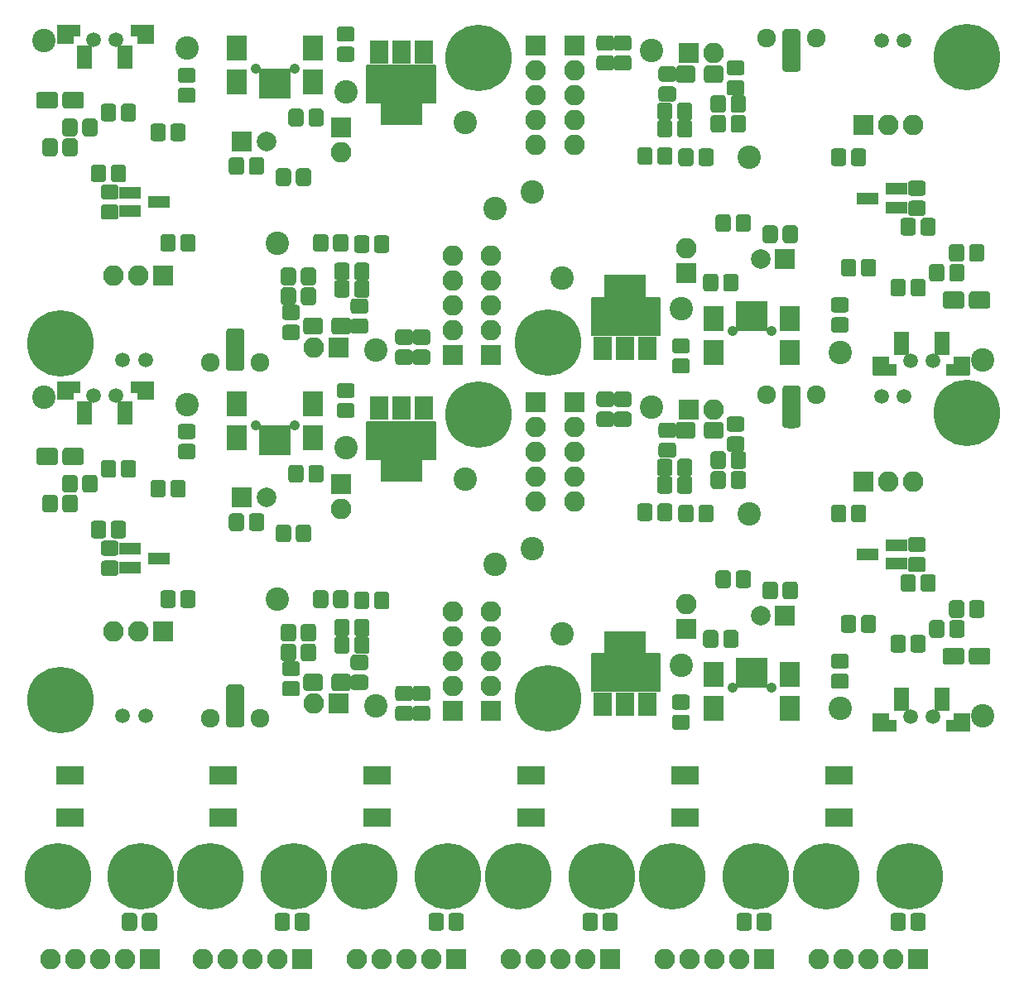
<source format=gts>
G04 #@! TF.GenerationSoftware,KiCad,Pcbnew,6.0.0-rc1-unknown-r13609-32d262b0*
G04 #@! TF.CreationDate,2018-08-28T00:11:02+02:00*
G04 #@! TF.ProjectId,neOSensorV4_panel,6E654F53656E736F7256345F70616E65,v4*
G04 #@! TF.SameCoordinates,Original*
G04 #@! TF.FileFunction,Soldermask,Top*
G04 #@! TF.FilePolarity,Negative*
%FSLAX46Y46*%
G04 Gerber Fmt 4.6, Leading zero omitted, Abs format (unit mm)*
G04 Created by KiCad (PCBNEW 6.0.0-rc1-unknown-r13609-32d262b0) date Tue Aug 28 00:11:02 2018*
%MOMM*%
%LPD*%
G01*
G04 APERTURE LIST*
%ADD10C,0.150000*%
%ADD11C,0.100000*%
%ADD12C,1.550000*%
%ADD13R,2.100000X2.100000*%
%ADD14O,2.100000X2.100000*%
%ADD15R,0.850000X1.850000*%
%ADD16C,6.800000*%
%ADD17C,1.750000*%
%ADD18C,2.000000*%
%ADD19R,2.000000X2.000000*%
%ADD20C,2.400000*%
%ADD21R,2.300000X1.200000*%
%ADD22R,4.200000X2.400000*%
%ADD23R,1.900000X2.400000*%
%ADD24C,1.500000*%
%ADD25R,1.600000X2.400000*%
%ADD26R,1.670000X1.924000*%
%ADD27R,2.400000X1.200000*%
%ADD28R,0.800000X3.050000*%
%ADD29R,2.100000X2.600000*%
%ADD30C,1.050000*%
%ADD31C,1.924000*%
G04 APERTURE END LIST*
D10*
G36*
X124333000Y-101981000D02*
X117348000Y-101981000D01*
X117348000Y-98171000D01*
X124333000Y-98171000D01*
X124333000Y-101981000D01*
G37*
X124333000Y-101981000D02*
X117348000Y-101981000D01*
X117348000Y-98171000D01*
X124333000Y-98171000D01*
X124333000Y-101981000D01*
G36*
X94361000Y-74422000D02*
X101346000Y-74422000D01*
X101346000Y-78232000D01*
X94361000Y-78232000D01*
X94361000Y-74422000D01*
G37*
X94361000Y-74422000D02*
X101346000Y-74422000D01*
X101346000Y-78232000D01*
X94361000Y-78232000D01*
X94361000Y-74422000D01*
G36*
X124333000Y-65532000D02*
X117348000Y-65532000D01*
X117348000Y-61722000D01*
X124333000Y-61722000D01*
X124333000Y-65532000D01*
G37*
X124333000Y-65532000D02*
X117348000Y-65532000D01*
X117348000Y-61722000D01*
X124333000Y-61722000D01*
X124333000Y-65532000D01*
G36*
X94361000Y-37973000D02*
X101346000Y-37973000D01*
X101346000Y-41783000D01*
X94361000Y-41783000D01*
X94361000Y-37973000D01*
G37*
X94361000Y-37973000D02*
X101346000Y-37973000D01*
X101346000Y-41783000D01*
X94361000Y-41783000D01*
X94361000Y-37973000D01*
D11*
G04 #@! TO.C,C2*
G36*
X149170070Y-124704623D02*
X149202780Y-124709475D01*
X149234856Y-124717509D01*
X149265990Y-124728649D01*
X149295883Y-124742787D01*
X149324246Y-124759787D01*
X149350806Y-124779485D01*
X149375307Y-124801692D01*
X149397514Y-124826193D01*
X149417212Y-124852753D01*
X149434212Y-124881116D01*
X149448350Y-124911009D01*
X149459490Y-124942143D01*
X149467524Y-124974219D01*
X149472376Y-125006929D01*
X149473999Y-125039956D01*
X149473999Y-126166044D01*
X149472376Y-126199071D01*
X149467524Y-126231781D01*
X149459490Y-126263857D01*
X149448350Y-126294991D01*
X149434212Y-126324884D01*
X149417212Y-126353247D01*
X149397514Y-126379807D01*
X149375307Y-126404308D01*
X149350806Y-126426515D01*
X149324246Y-126446213D01*
X149295883Y-126463213D01*
X149265990Y-126477351D01*
X149234856Y-126488491D01*
X149202780Y-126496525D01*
X149170070Y-126501377D01*
X149137043Y-126503000D01*
X148260955Y-126503000D01*
X148227928Y-126501377D01*
X148195218Y-126496525D01*
X148163142Y-126488491D01*
X148132008Y-126477351D01*
X148102115Y-126463213D01*
X148073752Y-126446213D01*
X148047192Y-126426515D01*
X148022691Y-126404308D01*
X148000484Y-126379807D01*
X147980786Y-126353247D01*
X147963786Y-126324884D01*
X147949648Y-126294991D01*
X147938508Y-126263857D01*
X147930474Y-126231781D01*
X147925622Y-126199071D01*
X147923999Y-126166044D01*
X147923999Y-125039956D01*
X147925622Y-125006929D01*
X147930474Y-124974219D01*
X147938508Y-124942143D01*
X147949648Y-124911009D01*
X147963786Y-124881116D01*
X147980786Y-124852753D01*
X148000484Y-124826193D01*
X148022691Y-124801692D01*
X148047192Y-124779485D01*
X148073752Y-124759787D01*
X148102115Y-124742787D01*
X148132008Y-124728649D01*
X148163142Y-124717509D01*
X148195218Y-124709475D01*
X148227928Y-124704623D01*
X148260955Y-124703000D01*
X149137043Y-124703000D01*
X149170070Y-124704623D01*
X149170070Y-124704623D01*
G37*
D12*
X148698999Y-125603000D03*
D11*
G36*
X151220070Y-124704623D02*
X151252780Y-124709475D01*
X151284856Y-124717509D01*
X151315990Y-124728649D01*
X151345883Y-124742787D01*
X151374246Y-124759787D01*
X151400806Y-124779485D01*
X151425307Y-124801692D01*
X151447514Y-124826193D01*
X151467212Y-124852753D01*
X151484212Y-124881116D01*
X151498350Y-124911009D01*
X151509490Y-124942143D01*
X151517524Y-124974219D01*
X151522376Y-125006929D01*
X151523999Y-125039956D01*
X151523999Y-126166044D01*
X151522376Y-126199071D01*
X151517524Y-126231781D01*
X151509490Y-126263857D01*
X151498350Y-126294991D01*
X151484212Y-126324884D01*
X151467212Y-126353247D01*
X151447514Y-126379807D01*
X151425307Y-126404308D01*
X151400806Y-126426515D01*
X151374246Y-126446213D01*
X151345883Y-126463213D01*
X151315990Y-126477351D01*
X151284856Y-126488491D01*
X151252780Y-126496525D01*
X151220070Y-126501377D01*
X151187043Y-126503000D01*
X150310955Y-126503000D01*
X150277928Y-126501377D01*
X150245218Y-126496525D01*
X150213142Y-126488491D01*
X150182008Y-126477351D01*
X150152115Y-126463213D01*
X150123752Y-126446213D01*
X150097192Y-126426515D01*
X150072691Y-126404308D01*
X150050484Y-126379807D01*
X150030786Y-126353247D01*
X150013786Y-126324884D01*
X149999648Y-126294991D01*
X149988508Y-126263857D01*
X149980474Y-126231781D01*
X149975622Y-126199071D01*
X149973999Y-126166044D01*
X149973999Y-125039956D01*
X149975622Y-125006929D01*
X149980474Y-124974219D01*
X149988508Y-124942143D01*
X149999648Y-124911009D01*
X150013786Y-124881116D01*
X150030786Y-124852753D01*
X150050484Y-124826193D01*
X150072691Y-124801692D01*
X150097192Y-124779485D01*
X150123752Y-124759787D01*
X150152115Y-124742787D01*
X150182008Y-124728649D01*
X150213142Y-124717509D01*
X150245218Y-124709475D01*
X150277928Y-124704623D01*
X150310955Y-124703000D01*
X151187043Y-124703000D01*
X151220070Y-124704623D01*
X151220070Y-124704623D01*
G37*
D12*
X150748999Y-125603000D03*
G04 #@! TD*
D13*
G04 #@! TO.C,J1*
X150749000Y-129413000D03*
D14*
X148209000Y-129413000D03*
X145669000Y-129413000D03*
X143129000Y-129413000D03*
X140589000Y-129413000D03*
G04 #@! TD*
D15*
G04 #@! TO.C,U1*
X141646000Y-114976000D03*
X142296000Y-114976000D03*
X142946000Y-114976000D03*
X143596000Y-114976000D03*
X143596000Y-110576000D03*
X142946000Y-110576000D03*
X142296000Y-110576000D03*
X141646000Y-110576000D03*
G04 #@! TD*
D16*
G04 #@! TO.C,MH1*
X141351000Y-120904000D03*
G04 #@! TD*
G04 #@! TO.C,MH2*
X149860000Y-120904000D03*
G04 #@! TD*
D11*
G04 #@! TO.C,C2*
G36*
X135472070Y-124704623D02*
X135504780Y-124709475D01*
X135536856Y-124717509D01*
X135567990Y-124728649D01*
X135597883Y-124742787D01*
X135626246Y-124759787D01*
X135652806Y-124779485D01*
X135677307Y-124801692D01*
X135699514Y-124826193D01*
X135719212Y-124852753D01*
X135736212Y-124881116D01*
X135750350Y-124911009D01*
X135761490Y-124942143D01*
X135769524Y-124974219D01*
X135774376Y-125006929D01*
X135775999Y-125039956D01*
X135775999Y-126166044D01*
X135774376Y-126199071D01*
X135769524Y-126231781D01*
X135761490Y-126263857D01*
X135750350Y-126294991D01*
X135736212Y-126324884D01*
X135719212Y-126353247D01*
X135699514Y-126379807D01*
X135677307Y-126404308D01*
X135652806Y-126426515D01*
X135626246Y-126446213D01*
X135597883Y-126463213D01*
X135567990Y-126477351D01*
X135536856Y-126488491D01*
X135504780Y-126496525D01*
X135472070Y-126501377D01*
X135439043Y-126503000D01*
X134562955Y-126503000D01*
X134529928Y-126501377D01*
X134497218Y-126496525D01*
X134465142Y-126488491D01*
X134434008Y-126477351D01*
X134404115Y-126463213D01*
X134375752Y-126446213D01*
X134349192Y-126426515D01*
X134324691Y-126404308D01*
X134302484Y-126379807D01*
X134282786Y-126353247D01*
X134265786Y-126324884D01*
X134251648Y-126294991D01*
X134240508Y-126263857D01*
X134232474Y-126231781D01*
X134227622Y-126199071D01*
X134225999Y-126166044D01*
X134225999Y-125039956D01*
X134227622Y-125006929D01*
X134232474Y-124974219D01*
X134240508Y-124942143D01*
X134251648Y-124911009D01*
X134265786Y-124881116D01*
X134282786Y-124852753D01*
X134302484Y-124826193D01*
X134324691Y-124801692D01*
X134349192Y-124779485D01*
X134375752Y-124759787D01*
X134404115Y-124742787D01*
X134434008Y-124728649D01*
X134465142Y-124717509D01*
X134497218Y-124709475D01*
X134529928Y-124704623D01*
X134562955Y-124703000D01*
X135439043Y-124703000D01*
X135472070Y-124704623D01*
X135472070Y-124704623D01*
G37*
D12*
X135000999Y-125603000D03*
D11*
G36*
X133422070Y-124704623D02*
X133454780Y-124709475D01*
X133486856Y-124717509D01*
X133517990Y-124728649D01*
X133547883Y-124742787D01*
X133576246Y-124759787D01*
X133602806Y-124779485D01*
X133627307Y-124801692D01*
X133649514Y-124826193D01*
X133669212Y-124852753D01*
X133686212Y-124881116D01*
X133700350Y-124911009D01*
X133711490Y-124942143D01*
X133719524Y-124974219D01*
X133724376Y-125006929D01*
X133725999Y-125039956D01*
X133725999Y-126166044D01*
X133724376Y-126199071D01*
X133719524Y-126231781D01*
X133711490Y-126263857D01*
X133700350Y-126294991D01*
X133686212Y-126324884D01*
X133669212Y-126353247D01*
X133649514Y-126379807D01*
X133627307Y-126404308D01*
X133602806Y-126426515D01*
X133576246Y-126446213D01*
X133547883Y-126463213D01*
X133517990Y-126477351D01*
X133486856Y-126488491D01*
X133454780Y-126496525D01*
X133422070Y-126501377D01*
X133389043Y-126503000D01*
X132512955Y-126503000D01*
X132479928Y-126501377D01*
X132447218Y-126496525D01*
X132415142Y-126488491D01*
X132384008Y-126477351D01*
X132354115Y-126463213D01*
X132325752Y-126446213D01*
X132299192Y-126426515D01*
X132274691Y-126404308D01*
X132252484Y-126379807D01*
X132232786Y-126353247D01*
X132215786Y-126324884D01*
X132201648Y-126294991D01*
X132190508Y-126263857D01*
X132182474Y-126231781D01*
X132177622Y-126199071D01*
X132175999Y-126166044D01*
X132175999Y-125039956D01*
X132177622Y-125006929D01*
X132182474Y-124974219D01*
X132190508Y-124942143D01*
X132201648Y-124911009D01*
X132215786Y-124881116D01*
X132232786Y-124852753D01*
X132252484Y-124826193D01*
X132274691Y-124801692D01*
X132299192Y-124779485D01*
X132325752Y-124759787D01*
X132354115Y-124742787D01*
X132384008Y-124728649D01*
X132415142Y-124717509D01*
X132447218Y-124709475D01*
X132479928Y-124704623D01*
X132512955Y-124703000D01*
X133389043Y-124703000D01*
X133422070Y-124704623D01*
X133422070Y-124704623D01*
G37*
D12*
X132950999Y-125603000D03*
G04 #@! TD*
D16*
G04 #@! TO.C,MH2*
X134112000Y-120904000D03*
G04 #@! TD*
G04 #@! TO.C,MH1*
X125603000Y-120904000D03*
G04 #@! TD*
D15*
G04 #@! TO.C,U1*
X125898000Y-110576000D03*
X126548000Y-110576000D03*
X127198000Y-110576000D03*
X127848000Y-110576000D03*
X127848000Y-114976000D03*
X127198000Y-114976000D03*
X126548000Y-114976000D03*
X125898000Y-114976000D03*
G04 #@! TD*
D14*
G04 #@! TO.C,J1*
X124841000Y-129413000D03*
X127381000Y-129413000D03*
X129921000Y-129413000D03*
X132461000Y-129413000D03*
D13*
X135001000Y-129413000D03*
G04 #@! TD*
D11*
G04 #@! TO.C,C2*
G36*
X117674070Y-124704623D02*
X117706780Y-124709475D01*
X117738856Y-124717509D01*
X117769990Y-124728649D01*
X117799883Y-124742787D01*
X117828246Y-124759787D01*
X117854806Y-124779485D01*
X117879307Y-124801692D01*
X117901514Y-124826193D01*
X117921212Y-124852753D01*
X117938212Y-124881116D01*
X117952350Y-124911009D01*
X117963490Y-124942143D01*
X117971524Y-124974219D01*
X117976376Y-125006929D01*
X117977999Y-125039956D01*
X117977999Y-126166044D01*
X117976376Y-126199071D01*
X117971524Y-126231781D01*
X117963490Y-126263857D01*
X117952350Y-126294991D01*
X117938212Y-126324884D01*
X117921212Y-126353247D01*
X117901514Y-126379807D01*
X117879307Y-126404308D01*
X117854806Y-126426515D01*
X117828246Y-126446213D01*
X117799883Y-126463213D01*
X117769990Y-126477351D01*
X117738856Y-126488491D01*
X117706780Y-126496525D01*
X117674070Y-126501377D01*
X117641043Y-126503000D01*
X116764955Y-126503000D01*
X116731928Y-126501377D01*
X116699218Y-126496525D01*
X116667142Y-126488491D01*
X116636008Y-126477351D01*
X116606115Y-126463213D01*
X116577752Y-126446213D01*
X116551192Y-126426515D01*
X116526691Y-126404308D01*
X116504484Y-126379807D01*
X116484786Y-126353247D01*
X116467786Y-126324884D01*
X116453648Y-126294991D01*
X116442508Y-126263857D01*
X116434474Y-126231781D01*
X116429622Y-126199071D01*
X116427999Y-126166044D01*
X116427999Y-125039956D01*
X116429622Y-125006929D01*
X116434474Y-124974219D01*
X116442508Y-124942143D01*
X116453648Y-124911009D01*
X116467786Y-124881116D01*
X116484786Y-124852753D01*
X116504484Y-124826193D01*
X116526691Y-124801692D01*
X116551192Y-124779485D01*
X116577752Y-124759787D01*
X116606115Y-124742787D01*
X116636008Y-124728649D01*
X116667142Y-124717509D01*
X116699218Y-124709475D01*
X116731928Y-124704623D01*
X116764955Y-124703000D01*
X117641043Y-124703000D01*
X117674070Y-124704623D01*
X117674070Y-124704623D01*
G37*
D12*
X117202999Y-125603000D03*
D11*
G36*
X119724070Y-124704623D02*
X119756780Y-124709475D01*
X119788856Y-124717509D01*
X119819990Y-124728649D01*
X119849883Y-124742787D01*
X119878246Y-124759787D01*
X119904806Y-124779485D01*
X119929307Y-124801692D01*
X119951514Y-124826193D01*
X119971212Y-124852753D01*
X119988212Y-124881116D01*
X120002350Y-124911009D01*
X120013490Y-124942143D01*
X120021524Y-124974219D01*
X120026376Y-125006929D01*
X120027999Y-125039956D01*
X120027999Y-126166044D01*
X120026376Y-126199071D01*
X120021524Y-126231781D01*
X120013490Y-126263857D01*
X120002350Y-126294991D01*
X119988212Y-126324884D01*
X119971212Y-126353247D01*
X119951514Y-126379807D01*
X119929307Y-126404308D01*
X119904806Y-126426515D01*
X119878246Y-126446213D01*
X119849883Y-126463213D01*
X119819990Y-126477351D01*
X119788856Y-126488491D01*
X119756780Y-126496525D01*
X119724070Y-126501377D01*
X119691043Y-126503000D01*
X118814955Y-126503000D01*
X118781928Y-126501377D01*
X118749218Y-126496525D01*
X118717142Y-126488491D01*
X118686008Y-126477351D01*
X118656115Y-126463213D01*
X118627752Y-126446213D01*
X118601192Y-126426515D01*
X118576691Y-126404308D01*
X118554484Y-126379807D01*
X118534786Y-126353247D01*
X118517786Y-126324884D01*
X118503648Y-126294991D01*
X118492508Y-126263857D01*
X118484474Y-126231781D01*
X118479622Y-126199071D01*
X118477999Y-126166044D01*
X118477999Y-125039956D01*
X118479622Y-125006929D01*
X118484474Y-124974219D01*
X118492508Y-124942143D01*
X118503648Y-124911009D01*
X118517786Y-124881116D01*
X118534786Y-124852753D01*
X118554484Y-124826193D01*
X118576691Y-124801692D01*
X118601192Y-124779485D01*
X118627752Y-124759787D01*
X118656115Y-124742787D01*
X118686008Y-124728649D01*
X118717142Y-124717509D01*
X118749218Y-124709475D01*
X118781928Y-124704623D01*
X118814955Y-124703000D01*
X119691043Y-124703000D01*
X119724070Y-124704623D01*
X119724070Y-124704623D01*
G37*
D12*
X119252999Y-125603000D03*
G04 #@! TD*
D15*
G04 #@! TO.C,U1*
X110150000Y-114976000D03*
X110800000Y-114976000D03*
X111450000Y-114976000D03*
X112100000Y-114976000D03*
X112100000Y-110576000D03*
X111450000Y-110576000D03*
X110800000Y-110576000D03*
X110150000Y-110576000D03*
G04 #@! TD*
D13*
G04 #@! TO.C,J1*
X119253000Y-129413000D03*
D14*
X116713000Y-129413000D03*
X114173000Y-129413000D03*
X111633000Y-129413000D03*
X109093000Y-129413000D03*
G04 #@! TD*
D16*
G04 #@! TO.C,MH2*
X118364000Y-120904000D03*
G04 #@! TD*
G04 #@! TO.C,MH1*
X109855000Y-120904000D03*
G04 #@! TD*
D11*
G04 #@! TO.C,C2*
G36*
X103976070Y-124704623D02*
X104008780Y-124709475D01*
X104040856Y-124717509D01*
X104071990Y-124728649D01*
X104101883Y-124742787D01*
X104130246Y-124759787D01*
X104156806Y-124779485D01*
X104181307Y-124801692D01*
X104203514Y-124826193D01*
X104223212Y-124852753D01*
X104240212Y-124881116D01*
X104254350Y-124911009D01*
X104265490Y-124942143D01*
X104273524Y-124974219D01*
X104278376Y-125006929D01*
X104279999Y-125039956D01*
X104279999Y-126166044D01*
X104278376Y-126199071D01*
X104273524Y-126231781D01*
X104265490Y-126263857D01*
X104254350Y-126294991D01*
X104240212Y-126324884D01*
X104223212Y-126353247D01*
X104203514Y-126379807D01*
X104181307Y-126404308D01*
X104156806Y-126426515D01*
X104130246Y-126446213D01*
X104101883Y-126463213D01*
X104071990Y-126477351D01*
X104040856Y-126488491D01*
X104008780Y-126496525D01*
X103976070Y-126501377D01*
X103943043Y-126503000D01*
X103066955Y-126503000D01*
X103033928Y-126501377D01*
X103001218Y-126496525D01*
X102969142Y-126488491D01*
X102938008Y-126477351D01*
X102908115Y-126463213D01*
X102879752Y-126446213D01*
X102853192Y-126426515D01*
X102828691Y-126404308D01*
X102806484Y-126379807D01*
X102786786Y-126353247D01*
X102769786Y-126324884D01*
X102755648Y-126294991D01*
X102744508Y-126263857D01*
X102736474Y-126231781D01*
X102731622Y-126199071D01*
X102729999Y-126166044D01*
X102729999Y-125039956D01*
X102731622Y-125006929D01*
X102736474Y-124974219D01*
X102744508Y-124942143D01*
X102755648Y-124911009D01*
X102769786Y-124881116D01*
X102786786Y-124852753D01*
X102806484Y-124826193D01*
X102828691Y-124801692D01*
X102853192Y-124779485D01*
X102879752Y-124759787D01*
X102908115Y-124742787D01*
X102938008Y-124728649D01*
X102969142Y-124717509D01*
X103001218Y-124709475D01*
X103033928Y-124704623D01*
X103066955Y-124703000D01*
X103943043Y-124703000D01*
X103976070Y-124704623D01*
X103976070Y-124704623D01*
G37*
D12*
X103504999Y-125603000D03*
D11*
G36*
X101926070Y-124704623D02*
X101958780Y-124709475D01*
X101990856Y-124717509D01*
X102021990Y-124728649D01*
X102051883Y-124742787D01*
X102080246Y-124759787D01*
X102106806Y-124779485D01*
X102131307Y-124801692D01*
X102153514Y-124826193D01*
X102173212Y-124852753D01*
X102190212Y-124881116D01*
X102204350Y-124911009D01*
X102215490Y-124942143D01*
X102223524Y-124974219D01*
X102228376Y-125006929D01*
X102229999Y-125039956D01*
X102229999Y-126166044D01*
X102228376Y-126199071D01*
X102223524Y-126231781D01*
X102215490Y-126263857D01*
X102204350Y-126294991D01*
X102190212Y-126324884D01*
X102173212Y-126353247D01*
X102153514Y-126379807D01*
X102131307Y-126404308D01*
X102106806Y-126426515D01*
X102080246Y-126446213D01*
X102051883Y-126463213D01*
X102021990Y-126477351D01*
X101990856Y-126488491D01*
X101958780Y-126496525D01*
X101926070Y-126501377D01*
X101893043Y-126503000D01*
X101016955Y-126503000D01*
X100983928Y-126501377D01*
X100951218Y-126496525D01*
X100919142Y-126488491D01*
X100888008Y-126477351D01*
X100858115Y-126463213D01*
X100829752Y-126446213D01*
X100803192Y-126426515D01*
X100778691Y-126404308D01*
X100756484Y-126379807D01*
X100736786Y-126353247D01*
X100719786Y-126324884D01*
X100705648Y-126294991D01*
X100694508Y-126263857D01*
X100686474Y-126231781D01*
X100681622Y-126199071D01*
X100679999Y-126166044D01*
X100679999Y-125039956D01*
X100681622Y-125006929D01*
X100686474Y-124974219D01*
X100694508Y-124942143D01*
X100705648Y-124911009D01*
X100719786Y-124881116D01*
X100736786Y-124852753D01*
X100756484Y-124826193D01*
X100778691Y-124801692D01*
X100803192Y-124779485D01*
X100829752Y-124759787D01*
X100858115Y-124742787D01*
X100888008Y-124728649D01*
X100919142Y-124717509D01*
X100951218Y-124709475D01*
X100983928Y-124704623D01*
X101016955Y-124703000D01*
X101893043Y-124703000D01*
X101926070Y-124704623D01*
X101926070Y-124704623D01*
G37*
D12*
X101454999Y-125603000D03*
G04 #@! TD*
D15*
G04 #@! TO.C,U1*
X94402000Y-110576000D03*
X95052000Y-110576000D03*
X95702000Y-110576000D03*
X96352000Y-110576000D03*
X96352000Y-114976000D03*
X95702000Y-114976000D03*
X95052000Y-114976000D03*
X94402000Y-114976000D03*
G04 #@! TD*
D16*
G04 #@! TO.C,MH2*
X102616000Y-120904000D03*
G04 #@! TD*
D14*
G04 #@! TO.C,J1*
X93345000Y-129413000D03*
X95885000Y-129413000D03*
X98425000Y-129413000D03*
X100965000Y-129413000D03*
D13*
X103505000Y-129413000D03*
G04 #@! TD*
D16*
G04 #@! TO.C,MH1*
X94107000Y-120904000D03*
G04 #@! TD*
G04 #@! TO.C,MH1*
X78359000Y-120904000D03*
G04 #@! TD*
D11*
G04 #@! TO.C,C2*
G36*
X86178070Y-124704623D02*
X86210780Y-124709475D01*
X86242856Y-124717509D01*
X86273990Y-124728649D01*
X86303883Y-124742787D01*
X86332246Y-124759787D01*
X86358806Y-124779485D01*
X86383307Y-124801692D01*
X86405514Y-124826193D01*
X86425212Y-124852753D01*
X86442212Y-124881116D01*
X86456350Y-124911009D01*
X86467490Y-124942143D01*
X86475524Y-124974219D01*
X86480376Y-125006929D01*
X86481999Y-125039956D01*
X86481999Y-126166044D01*
X86480376Y-126199071D01*
X86475524Y-126231781D01*
X86467490Y-126263857D01*
X86456350Y-126294991D01*
X86442212Y-126324884D01*
X86425212Y-126353247D01*
X86405514Y-126379807D01*
X86383307Y-126404308D01*
X86358806Y-126426515D01*
X86332246Y-126446213D01*
X86303883Y-126463213D01*
X86273990Y-126477351D01*
X86242856Y-126488491D01*
X86210780Y-126496525D01*
X86178070Y-126501377D01*
X86145043Y-126503000D01*
X85268955Y-126503000D01*
X85235928Y-126501377D01*
X85203218Y-126496525D01*
X85171142Y-126488491D01*
X85140008Y-126477351D01*
X85110115Y-126463213D01*
X85081752Y-126446213D01*
X85055192Y-126426515D01*
X85030691Y-126404308D01*
X85008484Y-126379807D01*
X84988786Y-126353247D01*
X84971786Y-126324884D01*
X84957648Y-126294991D01*
X84946508Y-126263857D01*
X84938474Y-126231781D01*
X84933622Y-126199071D01*
X84931999Y-126166044D01*
X84931999Y-125039956D01*
X84933622Y-125006929D01*
X84938474Y-124974219D01*
X84946508Y-124942143D01*
X84957648Y-124911009D01*
X84971786Y-124881116D01*
X84988786Y-124852753D01*
X85008484Y-124826193D01*
X85030691Y-124801692D01*
X85055192Y-124779485D01*
X85081752Y-124759787D01*
X85110115Y-124742787D01*
X85140008Y-124728649D01*
X85171142Y-124717509D01*
X85203218Y-124709475D01*
X85235928Y-124704623D01*
X85268955Y-124703000D01*
X86145043Y-124703000D01*
X86178070Y-124704623D01*
X86178070Y-124704623D01*
G37*
D12*
X85706999Y-125603000D03*
D11*
G36*
X88228070Y-124704623D02*
X88260780Y-124709475D01*
X88292856Y-124717509D01*
X88323990Y-124728649D01*
X88353883Y-124742787D01*
X88382246Y-124759787D01*
X88408806Y-124779485D01*
X88433307Y-124801692D01*
X88455514Y-124826193D01*
X88475212Y-124852753D01*
X88492212Y-124881116D01*
X88506350Y-124911009D01*
X88517490Y-124942143D01*
X88525524Y-124974219D01*
X88530376Y-125006929D01*
X88531999Y-125039956D01*
X88531999Y-126166044D01*
X88530376Y-126199071D01*
X88525524Y-126231781D01*
X88517490Y-126263857D01*
X88506350Y-126294991D01*
X88492212Y-126324884D01*
X88475212Y-126353247D01*
X88455514Y-126379807D01*
X88433307Y-126404308D01*
X88408806Y-126426515D01*
X88382246Y-126446213D01*
X88353883Y-126463213D01*
X88323990Y-126477351D01*
X88292856Y-126488491D01*
X88260780Y-126496525D01*
X88228070Y-126501377D01*
X88195043Y-126503000D01*
X87318955Y-126503000D01*
X87285928Y-126501377D01*
X87253218Y-126496525D01*
X87221142Y-126488491D01*
X87190008Y-126477351D01*
X87160115Y-126463213D01*
X87131752Y-126446213D01*
X87105192Y-126426515D01*
X87080691Y-126404308D01*
X87058484Y-126379807D01*
X87038786Y-126353247D01*
X87021786Y-126324884D01*
X87007648Y-126294991D01*
X86996508Y-126263857D01*
X86988474Y-126231781D01*
X86983622Y-126199071D01*
X86981999Y-126166044D01*
X86981999Y-125039956D01*
X86983622Y-125006929D01*
X86988474Y-124974219D01*
X86996508Y-124942143D01*
X87007648Y-124911009D01*
X87021786Y-124881116D01*
X87038786Y-124852753D01*
X87058484Y-124826193D01*
X87080691Y-124801692D01*
X87105192Y-124779485D01*
X87131752Y-124759787D01*
X87160115Y-124742787D01*
X87190008Y-124728649D01*
X87221142Y-124717509D01*
X87253218Y-124709475D01*
X87285928Y-124704623D01*
X87318955Y-124703000D01*
X88195043Y-124703000D01*
X88228070Y-124704623D01*
X88228070Y-124704623D01*
G37*
D12*
X87756999Y-125603000D03*
G04 #@! TD*
D15*
G04 #@! TO.C,U1*
X78654000Y-114976000D03*
X79304000Y-114976000D03*
X79954000Y-114976000D03*
X80604000Y-114976000D03*
X80604000Y-110576000D03*
X79954000Y-110576000D03*
X79304000Y-110576000D03*
X78654000Y-110576000D03*
G04 #@! TD*
D13*
G04 #@! TO.C,J1*
X87757000Y-129413000D03*
D14*
X85217000Y-129413000D03*
X82677000Y-129413000D03*
X80137000Y-129413000D03*
X77597000Y-129413000D03*
G04 #@! TD*
D16*
G04 #@! TO.C,MH2*
X86868000Y-120904000D03*
G04 #@! TD*
D11*
G04 #@! TO.C,C12*
G36*
X62462483Y-77104559D02*
X62493910Y-77109221D01*
X62524730Y-77116941D01*
X62554644Y-77127644D01*
X62583365Y-77141228D01*
X62610616Y-77157562D01*
X62636135Y-77176488D01*
X62659676Y-77197824D01*
X62681012Y-77221365D01*
X62699938Y-77246884D01*
X62716272Y-77274135D01*
X62729856Y-77302856D01*
X62740559Y-77332770D01*
X62748279Y-77363590D01*
X62752941Y-77395017D01*
X62754500Y-77426750D01*
X62754500Y-78529250D01*
X62752941Y-78560983D01*
X62748279Y-78592410D01*
X62740559Y-78623230D01*
X62729856Y-78653144D01*
X62716272Y-78681865D01*
X62699938Y-78709116D01*
X62681012Y-78734635D01*
X62659676Y-78758176D01*
X62636135Y-78779512D01*
X62610616Y-78798438D01*
X62583365Y-78814772D01*
X62554644Y-78828356D01*
X62524730Y-78839059D01*
X62493910Y-78846779D01*
X62462483Y-78851441D01*
X62430750Y-78853000D01*
X60878250Y-78853000D01*
X60846517Y-78851441D01*
X60815090Y-78846779D01*
X60784270Y-78839059D01*
X60754356Y-78828356D01*
X60725635Y-78814772D01*
X60698384Y-78798438D01*
X60672865Y-78779512D01*
X60649324Y-78758176D01*
X60627988Y-78734635D01*
X60609062Y-78709116D01*
X60592728Y-78681865D01*
X60579144Y-78653144D01*
X60568441Y-78623230D01*
X60560721Y-78592410D01*
X60556059Y-78560983D01*
X60554500Y-78529250D01*
X60554500Y-77426750D01*
X60556059Y-77395017D01*
X60560721Y-77363590D01*
X60568441Y-77332770D01*
X60579144Y-77302856D01*
X60592728Y-77274135D01*
X60609062Y-77246884D01*
X60627988Y-77221365D01*
X60649324Y-77197824D01*
X60672865Y-77176488D01*
X60698384Y-77157562D01*
X60725635Y-77141228D01*
X60754356Y-77127644D01*
X60784270Y-77116941D01*
X60815090Y-77109221D01*
X60846517Y-77104559D01*
X60878250Y-77103000D01*
X62430750Y-77103000D01*
X62462483Y-77104559D01*
X62462483Y-77104559D01*
G37*
D17*
X61654500Y-77978000D03*
D11*
G36*
X65137483Y-77104559D02*
X65168910Y-77109221D01*
X65199730Y-77116941D01*
X65229644Y-77127644D01*
X65258365Y-77141228D01*
X65285616Y-77157562D01*
X65311135Y-77176488D01*
X65334676Y-77197824D01*
X65356012Y-77221365D01*
X65374938Y-77246884D01*
X65391272Y-77274135D01*
X65404856Y-77302856D01*
X65415559Y-77332770D01*
X65423279Y-77363590D01*
X65427941Y-77395017D01*
X65429500Y-77426750D01*
X65429500Y-78529250D01*
X65427941Y-78560983D01*
X65423279Y-78592410D01*
X65415559Y-78623230D01*
X65404856Y-78653144D01*
X65391272Y-78681865D01*
X65374938Y-78709116D01*
X65356012Y-78734635D01*
X65334676Y-78758176D01*
X65311135Y-78779512D01*
X65285616Y-78798438D01*
X65258365Y-78814772D01*
X65229644Y-78828356D01*
X65199730Y-78839059D01*
X65168910Y-78846779D01*
X65137483Y-78851441D01*
X65105750Y-78853000D01*
X63553250Y-78853000D01*
X63521517Y-78851441D01*
X63490090Y-78846779D01*
X63459270Y-78839059D01*
X63429356Y-78828356D01*
X63400635Y-78814772D01*
X63373384Y-78798438D01*
X63347865Y-78779512D01*
X63324324Y-78758176D01*
X63302988Y-78734635D01*
X63284062Y-78709116D01*
X63267728Y-78681865D01*
X63254144Y-78653144D01*
X63243441Y-78623230D01*
X63235721Y-78592410D01*
X63231059Y-78560983D01*
X63229500Y-78529250D01*
X63229500Y-77426750D01*
X63231059Y-77395017D01*
X63235721Y-77363590D01*
X63243441Y-77332770D01*
X63254144Y-77302856D01*
X63267728Y-77274135D01*
X63284062Y-77246884D01*
X63302988Y-77221365D01*
X63324324Y-77197824D01*
X63347865Y-77176488D01*
X63373384Y-77157562D01*
X63400635Y-77141228D01*
X63429356Y-77127644D01*
X63459270Y-77116941D01*
X63490090Y-77109221D01*
X63521517Y-77104559D01*
X63553250Y-77103000D01*
X65105750Y-77103000D01*
X65137483Y-77104559D01*
X65137483Y-77104559D01*
G37*
D17*
X64329500Y-77978000D03*
G04 #@! TD*
D11*
G04 #@! TO.C,R3*
G36*
X125691071Y-74528623D02*
X125723781Y-74533475D01*
X125755857Y-74541509D01*
X125786991Y-74552649D01*
X125816884Y-74566787D01*
X125845247Y-74583787D01*
X125871807Y-74603485D01*
X125896308Y-74625692D01*
X125918515Y-74650193D01*
X125938213Y-74676753D01*
X125955213Y-74705116D01*
X125969351Y-74735009D01*
X125980491Y-74766143D01*
X125988525Y-74798219D01*
X125993377Y-74830929D01*
X125995000Y-74863956D01*
X125995000Y-75740044D01*
X125993377Y-75773071D01*
X125988525Y-75805781D01*
X125980491Y-75837857D01*
X125969351Y-75868991D01*
X125955213Y-75898884D01*
X125938213Y-75927247D01*
X125918515Y-75953807D01*
X125896308Y-75978308D01*
X125871807Y-76000515D01*
X125845247Y-76020213D01*
X125816884Y-76037213D01*
X125786991Y-76051351D01*
X125755857Y-76062491D01*
X125723781Y-76070525D01*
X125691071Y-76075377D01*
X125658044Y-76077000D01*
X124531956Y-76077000D01*
X124498929Y-76075377D01*
X124466219Y-76070525D01*
X124434143Y-76062491D01*
X124403009Y-76051351D01*
X124373116Y-76037213D01*
X124344753Y-76020213D01*
X124318193Y-76000515D01*
X124293692Y-75978308D01*
X124271485Y-75953807D01*
X124251787Y-75927247D01*
X124234787Y-75898884D01*
X124220649Y-75868991D01*
X124209509Y-75837857D01*
X124201475Y-75805781D01*
X124196623Y-75773071D01*
X124195000Y-75740044D01*
X124195000Y-74863956D01*
X124196623Y-74830929D01*
X124201475Y-74798219D01*
X124209509Y-74766143D01*
X124220649Y-74735009D01*
X124234787Y-74705116D01*
X124251787Y-74676753D01*
X124271485Y-74650193D01*
X124293692Y-74625692D01*
X124318193Y-74603485D01*
X124344753Y-74583787D01*
X124373116Y-74566787D01*
X124403009Y-74552649D01*
X124434143Y-74541509D01*
X124466219Y-74533475D01*
X124498929Y-74528623D01*
X124531956Y-74527000D01*
X125658044Y-74527000D01*
X125691071Y-74528623D01*
X125691071Y-74528623D01*
G37*
D12*
X125095000Y-75302000D03*
D11*
G36*
X125691071Y-76578623D02*
X125723781Y-76583475D01*
X125755857Y-76591509D01*
X125786991Y-76602649D01*
X125816884Y-76616787D01*
X125845247Y-76633787D01*
X125871807Y-76653485D01*
X125896308Y-76675692D01*
X125918515Y-76700193D01*
X125938213Y-76726753D01*
X125955213Y-76755116D01*
X125969351Y-76785009D01*
X125980491Y-76816143D01*
X125988525Y-76848219D01*
X125993377Y-76880929D01*
X125995000Y-76913956D01*
X125995000Y-77790044D01*
X125993377Y-77823071D01*
X125988525Y-77855781D01*
X125980491Y-77887857D01*
X125969351Y-77918991D01*
X125955213Y-77948884D01*
X125938213Y-77977247D01*
X125918515Y-78003807D01*
X125896308Y-78028308D01*
X125871807Y-78050515D01*
X125845247Y-78070213D01*
X125816884Y-78087213D01*
X125786991Y-78101351D01*
X125755857Y-78112491D01*
X125723781Y-78120525D01*
X125691071Y-78125377D01*
X125658044Y-78127000D01*
X124531956Y-78127000D01*
X124498929Y-78125377D01*
X124466219Y-78120525D01*
X124434143Y-78112491D01*
X124403009Y-78101351D01*
X124373116Y-78087213D01*
X124344753Y-78070213D01*
X124318193Y-78050515D01*
X124293692Y-78028308D01*
X124271485Y-78003807D01*
X124251787Y-77977247D01*
X124234787Y-77948884D01*
X124220649Y-77918991D01*
X124209509Y-77887857D01*
X124201475Y-77855781D01*
X124196623Y-77823071D01*
X124195000Y-77790044D01*
X124195000Y-76913956D01*
X124196623Y-76880929D01*
X124201475Y-76848219D01*
X124209509Y-76816143D01*
X124220649Y-76785009D01*
X124234787Y-76755116D01*
X124251787Y-76726753D01*
X124271485Y-76700193D01*
X124293692Y-76675692D01*
X124318193Y-76653485D01*
X124344753Y-76633787D01*
X124373116Y-76616787D01*
X124403009Y-76602649D01*
X124434143Y-76591509D01*
X124466219Y-76583475D01*
X124498929Y-76578623D01*
X124531956Y-76577000D01*
X125658044Y-76577000D01*
X125691071Y-76578623D01*
X125691071Y-76578623D01*
G37*
D12*
X125095000Y-77352000D03*
G04 #@! TD*
D11*
G04 #@! TO.C,C12*
G36*
X155172483Y-97551559D02*
X155203910Y-97556221D01*
X155234730Y-97563941D01*
X155264644Y-97574644D01*
X155293365Y-97588228D01*
X155320616Y-97604562D01*
X155346135Y-97623488D01*
X155369676Y-97644824D01*
X155391012Y-97668365D01*
X155409938Y-97693884D01*
X155426272Y-97721135D01*
X155439856Y-97749856D01*
X155450559Y-97779770D01*
X155458279Y-97810590D01*
X155462941Y-97842017D01*
X155464500Y-97873750D01*
X155464500Y-98976250D01*
X155462941Y-99007983D01*
X155458279Y-99039410D01*
X155450559Y-99070230D01*
X155439856Y-99100144D01*
X155426272Y-99128865D01*
X155409938Y-99156116D01*
X155391012Y-99181635D01*
X155369676Y-99205176D01*
X155346135Y-99226512D01*
X155320616Y-99245438D01*
X155293365Y-99261772D01*
X155264644Y-99275356D01*
X155234730Y-99286059D01*
X155203910Y-99293779D01*
X155172483Y-99298441D01*
X155140750Y-99300000D01*
X153588250Y-99300000D01*
X153556517Y-99298441D01*
X153525090Y-99293779D01*
X153494270Y-99286059D01*
X153464356Y-99275356D01*
X153435635Y-99261772D01*
X153408384Y-99245438D01*
X153382865Y-99226512D01*
X153359324Y-99205176D01*
X153337988Y-99181635D01*
X153319062Y-99156116D01*
X153302728Y-99128865D01*
X153289144Y-99100144D01*
X153278441Y-99070230D01*
X153270721Y-99039410D01*
X153266059Y-99007983D01*
X153264500Y-98976250D01*
X153264500Y-97873750D01*
X153266059Y-97842017D01*
X153270721Y-97810590D01*
X153278441Y-97779770D01*
X153289144Y-97749856D01*
X153302728Y-97721135D01*
X153319062Y-97693884D01*
X153337988Y-97668365D01*
X153359324Y-97644824D01*
X153382865Y-97623488D01*
X153408384Y-97604562D01*
X153435635Y-97588228D01*
X153464356Y-97574644D01*
X153494270Y-97563941D01*
X153525090Y-97556221D01*
X153556517Y-97551559D01*
X153588250Y-97550000D01*
X155140750Y-97550000D01*
X155172483Y-97551559D01*
X155172483Y-97551559D01*
G37*
D17*
X154364500Y-98425000D03*
D11*
G36*
X157847483Y-97551559D02*
X157878910Y-97556221D01*
X157909730Y-97563941D01*
X157939644Y-97574644D01*
X157968365Y-97588228D01*
X157995616Y-97604562D01*
X158021135Y-97623488D01*
X158044676Y-97644824D01*
X158066012Y-97668365D01*
X158084938Y-97693884D01*
X158101272Y-97721135D01*
X158114856Y-97749856D01*
X158125559Y-97779770D01*
X158133279Y-97810590D01*
X158137941Y-97842017D01*
X158139500Y-97873750D01*
X158139500Y-98976250D01*
X158137941Y-99007983D01*
X158133279Y-99039410D01*
X158125559Y-99070230D01*
X158114856Y-99100144D01*
X158101272Y-99128865D01*
X158084938Y-99156116D01*
X158066012Y-99181635D01*
X158044676Y-99205176D01*
X158021135Y-99226512D01*
X157995616Y-99245438D01*
X157968365Y-99261772D01*
X157939644Y-99275356D01*
X157909730Y-99286059D01*
X157878910Y-99293779D01*
X157847483Y-99298441D01*
X157815750Y-99300000D01*
X156263250Y-99300000D01*
X156231517Y-99298441D01*
X156200090Y-99293779D01*
X156169270Y-99286059D01*
X156139356Y-99275356D01*
X156110635Y-99261772D01*
X156083384Y-99245438D01*
X156057865Y-99226512D01*
X156034324Y-99205176D01*
X156012988Y-99181635D01*
X155994062Y-99156116D01*
X155977728Y-99128865D01*
X155964144Y-99100144D01*
X155953441Y-99070230D01*
X155945721Y-99039410D01*
X155941059Y-99007983D01*
X155939500Y-98976250D01*
X155939500Y-97873750D01*
X155941059Y-97842017D01*
X155945721Y-97810590D01*
X155953441Y-97779770D01*
X155964144Y-97749856D01*
X155977728Y-97721135D01*
X155994062Y-97693884D01*
X156012988Y-97668365D01*
X156034324Y-97644824D01*
X156057865Y-97623488D01*
X156083384Y-97604562D01*
X156110635Y-97588228D01*
X156139356Y-97574644D01*
X156169270Y-97563941D01*
X156200090Y-97556221D01*
X156231517Y-97551559D01*
X156263250Y-97550000D01*
X157815750Y-97550000D01*
X157847483Y-97551559D01*
X157847483Y-97551559D01*
G37*
D17*
X157039500Y-98425000D03*
G04 #@! TD*
D11*
G04 #@! TO.C,R9*
G36*
X150204071Y-90033623D02*
X150236781Y-90038475D01*
X150268857Y-90046509D01*
X150299991Y-90057649D01*
X150329884Y-90071787D01*
X150358247Y-90088787D01*
X150384807Y-90108485D01*
X150409308Y-90130692D01*
X150431515Y-90155193D01*
X150451213Y-90181753D01*
X150468213Y-90210116D01*
X150482351Y-90240009D01*
X150493491Y-90271143D01*
X150501525Y-90303219D01*
X150506377Y-90335929D01*
X150508000Y-90368956D01*
X150508000Y-91495044D01*
X150506377Y-91528071D01*
X150501525Y-91560781D01*
X150493491Y-91592857D01*
X150482351Y-91623991D01*
X150468213Y-91653884D01*
X150451213Y-91682247D01*
X150431515Y-91708807D01*
X150409308Y-91733308D01*
X150384807Y-91755515D01*
X150358247Y-91775213D01*
X150329884Y-91792213D01*
X150299991Y-91806351D01*
X150268857Y-91817491D01*
X150236781Y-91825525D01*
X150204071Y-91830377D01*
X150171044Y-91832000D01*
X149294956Y-91832000D01*
X149261929Y-91830377D01*
X149229219Y-91825525D01*
X149197143Y-91817491D01*
X149166009Y-91806351D01*
X149136116Y-91792213D01*
X149107753Y-91775213D01*
X149081193Y-91755515D01*
X149056692Y-91733308D01*
X149034485Y-91708807D01*
X149014787Y-91682247D01*
X148997787Y-91653884D01*
X148983649Y-91623991D01*
X148972509Y-91592857D01*
X148964475Y-91560781D01*
X148959623Y-91528071D01*
X148958000Y-91495044D01*
X148958000Y-90368956D01*
X148959623Y-90335929D01*
X148964475Y-90303219D01*
X148972509Y-90271143D01*
X148983649Y-90240009D01*
X148997787Y-90210116D01*
X149014787Y-90181753D01*
X149034485Y-90155193D01*
X149056692Y-90130692D01*
X149081193Y-90108485D01*
X149107753Y-90088787D01*
X149136116Y-90071787D01*
X149166009Y-90057649D01*
X149197143Y-90046509D01*
X149229219Y-90038475D01*
X149261929Y-90033623D01*
X149294956Y-90032000D01*
X150171044Y-90032000D01*
X150204071Y-90033623D01*
X150204071Y-90033623D01*
G37*
D12*
X149733000Y-90932000D03*
D11*
G36*
X152254071Y-90033623D02*
X152286781Y-90038475D01*
X152318857Y-90046509D01*
X152349991Y-90057649D01*
X152379884Y-90071787D01*
X152408247Y-90088787D01*
X152434807Y-90108485D01*
X152459308Y-90130692D01*
X152481515Y-90155193D01*
X152501213Y-90181753D01*
X152518213Y-90210116D01*
X152532351Y-90240009D01*
X152543491Y-90271143D01*
X152551525Y-90303219D01*
X152556377Y-90335929D01*
X152558000Y-90368956D01*
X152558000Y-91495044D01*
X152556377Y-91528071D01*
X152551525Y-91560781D01*
X152543491Y-91592857D01*
X152532351Y-91623991D01*
X152518213Y-91653884D01*
X152501213Y-91682247D01*
X152481515Y-91708807D01*
X152459308Y-91733308D01*
X152434807Y-91755515D01*
X152408247Y-91775213D01*
X152379884Y-91792213D01*
X152349991Y-91806351D01*
X152318857Y-91817491D01*
X152286781Y-91825525D01*
X152254071Y-91830377D01*
X152221044Y-91832000D01*
X151344956Y-91832000D01*
X151311929Y-91830377D01*
X151279219Y-91825525D01*
X151247143Y-91817491D01*
X151216009Y-91806351D01*
X151186116Y-91792213D01*
X151157753Y-91775213D01*
X151131193Y-91755515D01*
X151106692Y-91733308D01*
X151084485Y-91708807D01*
X151064787Y-91682247D01*
X151047787Y-91653884D01*
X151033649Y-91623991D01*
X151022509Y-91592857D01*
X151014475Y-91560781D01*
X151009623Y-91528071D01*
X151008000Y-91495044D01*
X151008000Y-90368956D01*
X151009623Y-90335929D01*
X151014475Y-90303219D01*
X151022509Y-90271143D01*
X151033649Y-90240009D01*
X151047787Y-90210116D01*
X151064787Y-90181753D01*
X151084485Y-90155193D01*
X151106692Y-90130692D01*
X151131193Y-90108485D01*
X151157753Y-90088787D01*
X151186116Y-90071787D01*
X151216009Y-90057649D01*
X151247143Y-90046509D01*
X151279219Y-90038475D01*
X151311929Y-90033623D01*
X151344956Y-90032000D01*
X152221044Y-90032000D01*
X152254071Y-90033623D01*
X152254071Y-90033623D01*
G37*
D12*
X151783000Y-90932000D03*
G04 #@! TD*
D11*
G04 #@! TO.C,R8*
G36*
X151218071Y-86212623D02*
X151250781Y-86217475D01*
X151282857Y-86225509D01*
X151313991Y-86236649D01*
X151343884Y-86250787D01*
X151372247Y-86267787D01*
X151398807Y-86287485D01*
X151423308Y-86309692D01*
X151445515Y-86334193D01*
X151465213Y-86360753D01*
X151482213Y-86389116D01*
X151496351Y-86419009D01*
X151507491Y-86450143D01*
X151515525Y-86482219D01*
X151520377Y-86514929D01*
X151522000Y-86547956D01*
X151522000Y-87424044D01*
X151520377Y-87457071D01*
X151515525Y-87489781D01*
X151507491Y-87521857D01*
X151496351Y-87552991D01*
X151482213Y-87582884D01*
X151465213Y-87611247D01*
X151445515Y-87637807D01*
X151423308Y-87662308D01*
X151398807Y-87684515D01*
X151372247Y-87704213D01*
X151343884Y-87721213D01*
X151313991Y-87735351D01*
X151282857Y-87746491D01*
X151250781Y-87754525D01*
X151218071Y-87759377D01*
X151185044Y-87761000D01*
X150058956Y-87761000D01*
X150025929Y-87759377D01*
X149993219Y-87754525D01*
X149961143Y-87746491D01*
X149930009Y-87735351D01*
X149900116Y-87721213D01*
X149871753Y-87704213D01*
X149845193Y-87684515D01*
X149820692Y-87662308D01*
X149798485Y-87637807D01*
X149778787Y-87611247D01*
X149761787Y-87582884D01*
X149747649Y-87552991D01*
X149736509Y-87521857D01*
X149728475Y-87489781D01*
X149723623Y-87457071D01*
X149722000Y-87424044D01*
X149722000Y-86547956D01*
X149723623Y-86514929D01*
X149728475Y-86482219D01*
X149736509Y-86450143D01*
X149747649Y-86419009D01*
X149761787Y-86389116D01*
X149778787Y-86360753D01*
X149798485Y-86334193D01*
X149820692Y-86309692D01*
X149845193Y-86287485D01*
X149871753Y-86267787D01*
X149900116Y-86250787D01*
X149930009Y-86236649D01*
X149961143Y-86225509D01*
X149993219Y-86217475D01*
X150025929Y-86212623D01*
X150058956Y-86211000D01*
X151185044Y-86211000D01*
X151218071Y-86212623D01*
X151218071Y-86212623D01*
G37*
D12*
X150622000Y-86986000D03*
D11*
G36*
X151218071Y-88262623D02*
X151250781Y-88267475D01*
X151282857Y-88275509D01*
X151313991Y-88286649D01*
X151343884Y-88300787D01*
X151372247Y-88317787D01*
X151398807Y-88337485D01*
X151423308Y-88359692D01*
X151445515Y-88384193D01*
X151465213Y-88410753D01*
X151482213Y-88439116D01*
X151496351Y-88469009D01*
X151507491Y-88500143D01*
X151515525Y-88532219D01*
X151520377Y-88564929D01*
X151522000Y-88597956D01*
X151522000Y-89474044D01*
X151520377Y-89507071D01*
X151515525Y-89539781D01*
X151507491Y-89571857D01*
X151496351Y-89602991D01*
X151482213Y-89632884D01*
X151465213Y-89661247D01*
X151445515Y-89687807D01*
X151423308Y-89712308D01*
X151398807Y-89734515D01*
X151372247Y-89754213D01*
X151343884Y-89771213D01*
X151313991Y-89785351D01*
X151282857Y-89796491D01*
X151250781Y-89804525D01*
X151218071Y-89809377D01*
X151185044Y-89811000D01*
X150058956Y-89811000D01*
X150025929Y-89809377D01*
X149993219Y-89804525D01*
X149961143Y-89796491D01*
X149930009Y-89785351D01*
X149900116Y-89771213D01*
X149871753Y-89754213D01*
X149845193Y-89734515D01*
X149820692Y-89712308D01*
X149798485Y-89687807D01*
X149778787Y-89661247D01*
X149761787Y-89632884D01*
X149747649Y-89602991D01*
X149736509Y-89571857D01*
X149728475Y-89539781D01*
X149723623Y-89507071D01*
X149722000Y-89474044D01*
X149722000Y-88597956D01*
X149723623Y-88564929D01*
X149728475Y-88532219D01*
X149736509Y-88500143D01*
X149747649Y-88469009D01*
X149761787Y-88439116D01*
X149778787Y-88410753D01*
X149798485Y-88384193D01*
X149820692Y-88359692D01*
X149845193Y-88337485D01*
X149871753Y-88317787D01*
X149900116Y-88300787D01*
X149930009Y-88286649D01*
X149961143Y-88275509D01*
X149993219Y-88267475D01*
X150025929Y-88262623D01*
X150058956Y-88261000D01*
X151185044Y-88261000D01*
X151218071Y-88262623D01*
X151218071Y-88262623D01*
G37*
D12*
X150622000Y-89036000D03*
G04 #@! TD*
D18*
G04 #@! TO.C,C14*
X134620000Y-94234000D03*
D19*
X137120000Y-94234000D03*
G04 #@! TD*
D11*
G04 #@! TO.C,C11*
G36*
X157207071Y-92700623D02*
X157239781Y-92705475D01*
X157271857Y-92713509D01*
X157302991Y-92724649D01*
X157332884Y-92738787D01*
X157361247Y-92755787D01*
X157387807Y-92775485D01*
X157412308Y-92797692D01*
X157434515Y-92822193D01*
X157454213Y-92848753D01*
X157471213Y-92877116D01*
X157485351Y-92907009D01*
X157496491Y-92938143D01*
X157504525Y-92970219D01*
X157509377Y-93002929D01*
X157511000Y-93035956D01*
X157511000Y-94162044D01*
X157509377Y-94195071D01*
X157504525Y-94227781D01*
X157496491Y-94259857D01*
X157485351Y-94290991D01*
X157471213Y-94320884D01*
X157454213Y-94349247D01*
X157434515Y-94375807D01*
X157412308Y-94400308D01*
X157387807Y-94422515D01*
X157361247Y-94442213D01*
X157332884Y-94459213D01*
X157302991Y-94473351D01*
X157271857Y-94484491D01*
X157239781Y-94492525D01*
X157207071Y-94497377D01*
X157174044Y-94499000D01*
X156297956Y-94499000D01*
X156264929Y-94497377D01*
X156232219Y-94492525D01*
X156200143Y-94484491D01*
X156169009Y-94473351D01*
X156139116Y-94459213D01*
X156110753Y-94442213D01*
X156084193Y-94422515D01*
X156059692Y-94400308D01*
X156037485Y-94375807D01*
X156017787Y-94349247D01*
X156000787Y-94320884D01*
X155986649Y-94290991D01*
X155975509Y-94259857D01*
X155967475Y-94227781D01*
X155962623Y-94195071D01*
X155961000Y-94162044D01*
X155961000Y-93035956D01*
X155962623Y-93002929D01*
X155967475Y-92970219D01*
X155975509Y-92938143D01*
X155986649Y-92907009D01*
X156000787Y-92877116D01*
X156017787Y-92848753D01*
X156037485Y-92822193D01*
X156059692Y-92797692D01*
X156084193Y-92775485D01*
X156110753Y-92755787D01*
X156139116Y-92738787D01*
X156169009Y-92724649D01*
X156200143Y-92713509D01*
X156232219Y-92705475D01*
X156264929Y-92700623D01*
X156297956Y-92699000D01*
X157174044Y-92699000D01*
X157207071Y-92700623D01*
X157207071Y-92700623D01*
G37*
D12*
X156736000Y-93599000D03*
D11*
G36*
X155157071Y-92700623D02*
X155189781Y-92705475D01*
X155221857Y-92713509D01*
X155252991Y-92724649D01*
X155282884Y-92738787D01*
X155311247Y-92755787D01*
X155337807Y-92775485D01*
X155362308Y-92797692D01*
X155384515Y-92822193D01*
X155404213Y-92848753D01*
X155421213Y-92877116D01*
X155435351Y-92907009D01*
X155446491Y-92938143D01*
X155454525Y-92970219D01*
X155459377Y-93002929D01*
X155461000Y-93035956D01*
X155461000Y-94162044D01*
X155459377Y-94195071D01*
X155454525Y-94227781D01*
X155446491Y-94259857D01*
X155435351Y-94290991D01*
X155421213Y-94320884D01*
X155404213Y-94349247D01*
X155384515Y-94375807D01*
X155362308Y-94400308D01*
X155337807Y-94422515D01*
X155311247Y-94442213D01*
X155282884Y-94459213D01*
X155252991Y-94473351D01*
X155221857Y-94484491D01*
X155189781Y-94492525D01*
X155157071Y-94497377D01*
X155124044Y-94499000D01*
X154247956Y-94499000D01*
X154214929Y-94497377D01*
X154182219Y-94492525D01*
X154150143Y-94484491D01*
X154119009Y-94473351D01*
X154089116Y-94459213D01*
X154060753Y-94442213D01*
X154034193Y-94422515D01*
X154009692Y-94400308D01*
X153987485Y-94375807D01*
X153967787Y-94349247D01*
X153950787Y-94320884D01*
X153936649Y-94290991D01*
X153925509Y-94259857D01*
X153917475Y-94227781D01*
X153912623Y-94195071D01*
X153911000Y-94162044D01*
X153911000Y-93035956D01*
X153912623Y-93002929D01*
X153917475Y-92970219D01*
X153925509Y-92938143D01*
X153936649Y-92907009D01*
X153950787Y-92877116D01*
X153967787Y-92848753D01*
X153987485Y-92822193D01*
X154009692Y-92797692D01*
X154034193Y-92775485D01*
X154060753Y-92755787D01*
X154089116Y-92738787D01*
X154119009Y-92724649D01*
X154150143Y-92713509D01*
X154182219Y-92705475D01*
X154214929Y-92700623D01*
X154247956Y-92699000D01*
X155124044Y-92699000D01*
X155157071Y-92700623D01*
X155157071Y-92700623D01*
G37*
D12*
X154686000Y-93599000D03*
G04 #@! TD*
D11*
G04 #@! TO.C,C8*
G36*
X119341071Y-73403623D02*
X119373781Y-73408475D01*
X119405857Y-73416509D01*
X119436991Y-73427649D01*
X119466884Y-73441787D01*
X119495247Y-73458787D01*
X119521807Y-73478485D01*
X119546308Y-73500692D01*
X119568515Y-73525193D01*
X119588213Y-73551753D01*
X119605213Y-73580116D01*
X119619351Y-73610009D01*
X119630491Y-73641143D01*
X119638525Y-73673219D01*
X119643377Y-73705929D01*
X119645000Y-73738956D01*
X119645000Y-74615044D01*
X119643377Y-74648071D01*
X119638525Y-74680781D01*
X119630491Y-74712857D01*
X119619351Y-74743991D01*
X119605213Y-74773884D01*
X119588213Y-74802247D01*
X119568515Y-74828807D01*
X119546308Y-74853308D01*
X119521807Y-74875515D01*
X119495247Y-74895213D01*
X119466884Y-74912213D01*
X119436991Y-74926351D01*
X119405857Y-74937491D01*
X119373781Y-74945525D01*
X119341071Y-74950377D01*
X119308044Y-74952000D01*
X118181956Y-74952000D01*
X118148929Y-74950377D01*
X118116219Y-74945525D01*
X118084143Y-74937491D01*
X118053009Y-74926351D01*
X118023116Y-74912213D01*
X117994753Y-74895213D01*
X117968193Y-74875515D01*
X117943692Y-74853308D01*
X117921485Y-74828807D01*
X117901787Y-74802247D01*
X117884787Y-74773884D01*
X117870649Y-74743991D01*
X117859509Y-74712857D01*
X117851475Y-74680781D01*
X117846623Y-74648071D01*
X117845000Y-74615044D01*
X117845000Y-73738956D01*
X117846623Y-73705929D01*
X117851475Y-73673219D01*
X117859509Y-73641143D01*
X117870649Y-73610009D01*
X117884787Y-73580116D01*
X117901787Y-73551753D01*
X117921485Y-73525193D01*
X117943692Y-73500692D01*
X117968193Y-73478485D01*
X117994753Y-73458787D01*
X118023116Y-73441787D01*
X118053009Y-73427649D01*
X118084143Y-73416509D01*
X118116219Y-73408475D01*
X118148929Y-73403623D01*
X118181956Y-73402000D01*
X119308044Y-73402000D01*
X119341071Y-73403623D01*
X119341071Y-73403623D01*
G37*
D12*
X118745000Y-74177000D03*
D11*
G36*
X119341071Y-71353623D02*
X119373781Y-71358475D01*
X119405857Y-71366509D01*
X119436991Y-71377649D01*
X119466884Y-71391787D01*
X119495247Y-71408787D01*
X119521807Y-71428485D01*
X119546308Y-71450692D01*
X119568515Y-71475193D01*
X119588213Y-71501753D01*
X119605213Y-71530116D01*
X119619351Y-71560009D01*
X119630491Y-71591143D01*
X119638525Y-71623219D01*
X119643377Y-71655929D01*
X119645000Y-71688956D01*
X119645000Y-72565044D01*
X119643377Y-72598071D01*
X119638525Y-72630781D01*
X119630491Y-72662857D01*
X119619351Y-72693991D01*
X119605213Y-72723884D01*
X119588213Y-72752247D01*
X119568515Y-72778807D01*
X119546308Y-72803308D01*
X119521807Y-72825515D01*
X119495247Y-72845213D01*
X119466884Y-72862213D01*
X119436991Y-72876351D01*
X119405857Y-72887491D01*
X119373781Y-72895525D01*
X119341071Y-72900377D01*
X119308044Y-72902000D01*
X118181956Y-72902000D01*
X118148929Y-72900377D01*
X118116219Y-72895525D01*
X118084143Y-72887491D01*
X118053009Y-72876351D01*
X118023116Y-72862213D01*
X117994753Y-72845213D01*
X117968193Y-72825515D01*
X117943692Y-72803308D01*
X117921485Y-72778807D01*
X117901787Y-72752247D01*
X117884787Y-72723884D01*
X117870649Y-72693991D01*
X117859509Y-72662857D01*
X117851475Y-72630781D01*
X117846623Y-72598071D01*
X117845000Y-72565044D01*
X117845000Y-71688956D01*
X117846623Y-71655929D01*
X117851475Y-71623219D01*
X117859509Y-71591143D01*
X117870649Y-71560009D01*
X117884787Y-71530116D01*
X117901787Y-71501753D01*
X117921485Y-71475193D01*
X117943692Y-71450692D01*
X117968193Y-71428485D01*
X117994753Y-71408787D01*
X118023116Y-71391787D01*
X118053009Y-71377649D01*
X118084143Y-71366509D01*
X118116219Y-71358475D01*
X118148929Y-71353623D01*
X118181956Y-71352000D01*
X119308044Y-71352000D01*
X119341071Y-71353623D01*
X119341071Y-71353623D01*
G37*
D12*
X118745000Y-72127000D03*
G04 #@! TD*
D14*
G04 #@! TO.C,MK1*
X129793999Y-73152000D03*
D13*
X127253999Y-73152000D03*
G04 #@! TD*
D11*
G04 #@! TO.C,C3*
G36*
X127654692Y-74437561D02*
X127686151Y-74442227D01*
X127717000Y-74449954D01*
X127746944Y-74460669D01*
X127775694Y-74474266D01*
X127802972Y-74490616D01*
X127828517Y-74509561D01*
X127852081Y-74530919D01*
X127873439Y-74554483D01*
X127892384Y-74580028D01*
X127908734Y-74607306D01*
X127922331Y-74636056D01*
X127933046Y-74666000D01*
X127940773Y-74696849D01*
X127945439Y-74728308D01*
X127947000Y-74760073D01*
X127947000Y-75861927D01*
X127945439Y-75893692D01*
X127940773Y-75925151D01*
X127933046Y-75956000D01*
X127922331Y-75985944D01*
X127908734Y-76014694D01*
X127892384Y-76041972D01*
X127873439Y-76067517D01*
X127852081Y-76091081D01*
X127828517Y-76112439D01*
X127802972Y-76131384D01*
X127775694Y-76147734D01*
X127746944Y-76161331D01*
X127717000Y-76172046D01*
X127686151Y-76179773D01*
X127654692Y-76184439D01*
X127622927Y-76186000D01*
X126296073Y-76186000D01*
X126264308Y-76184439D01*
X126232849Y-76179773D01*
X126202000Y-76172046D01*
X126172056Y-76161331D01*
X126143306Y-76147734D01*
X126116028Y-76131384D01*
X126090483Y-76112439D01*
X126066919Y-76091081D01*
X126045561Y-76067517D01*
X126026616Y-76041972D01*
X126010266Y-76014694D01*
X125996669Y-75985944D01*
X125985954Y-75956000D01*
X125978227Y-75925151D01*
X125973561Y-75893692D01*
X125972000Y-75861927D01*
X125972000Y-74760073D01*
X125973561Y-74728308D01*
X125978227Y-74696849D01*
X125985954Y-74666000D01*
X125996669Y-74636056D01*
X126010266Y-74607306D01*
X126026616Y-74580028D01*
X126045561Y-74554483D01*
X126066919Y-74530919D01*
X126090483Y-74509561D01*
X126116028Y-74490616D01*
X126143306Y-74474266D01*
X126172056Y-74460669D01*
X126202000Y-74449954D01*
X126232849Y-74442227D01*
X126264308Y-74437561D01*
X126296073Y-74436000D01*
X127622927Y-74436000D01*
X127654692Y-74437561D01*
X127654692Y-74437561D01*
G37*
D17*
X126959500Y-75311000D03*
D11*
G36*
X130529692Y-74437561D02*
X130561151Y-74442227D01*
X130592000Y-74449954D01*
X130621944Y-74460669D01*
X130650694Y-74474266D01*
X130677972Y-74490616D01*
X130703517Y-74509561D01*
X130727081Y-74530919D01*
X130748439Y-74554483D01*
X130767384Y-74580028D01*
X130783734Y-74607306D01*
X130797331Y-74636056D01*
X130808046Y-74666000D01*
X130815773Y-74696849D01*
X130820439Y-74728308D01*
X130822000Y-74760073D01*
X130822000Y-75861927D01*
X130820439Y-75893692D01*
X130815773Y-75925151D01*
X130808046Y-75956000D01*
X130797331Y-75985944D01*
X130783734Y-76014694D01*
X130767384Y-76041972D01*
X130748439Y-76067517D01*
X130727081Y-76091081D01*
X130703517Y-76112439D01*
X130677972Y-76131384D01*
X130650694Y-76147734D01*
X130621944Y-76161331D01*
X130592000Y-76172046D01*
X130561151Y-76179773D01*
X130529692Y-76184439D01*
X130497927Y-76186000D01*
X129171073Y-76186000D01*
X129139308Y-76184439D01*
X129107849Y-76179773D01*
X129077000Y-76172046D01*
X129047056Y-76161331D01*
X129018306Y-76147734D01*
X128991028Y-76131384D01*
X128965483Y-76112439D01*
X128941919Y-76091081D01*
X128920561Y-76067517D01*
X128901616Y-76041972D01*
X128885266Y-76014694D01*
X128871669Y-75985944D01*
X128860954Y-75956000D01*
X128853227Y-75925151D01*
X128848561Y-75893692D01*
X128847000Y-75861927D01*
X128847000Y-74760073D01*
X128848561Y-74728308D01*
X128853227Y-74696849D01*
X128860954Y-74666000D01*
X128871669Y-74636056D01*
X128885266Y-74607306D01*
X128901616Y-74580028D01*
X128920561Y-74554483D01*
X128941919Y-74530919D01*
X128965483Y-74509561D01*
X128991028Y-74490616D01*
X129018306Y-74474266D01*
X129047056Y-74460669D01*
X129077000Y-74449954D01*
X129107849Y-74442227D01*
X129139308Y-74437561D01*
X129171073Y-74436000D01*
X130497927Y-74436000D01*
X130529692Y-74437561D01*
X130529692Y-74437561D01*
G37*
D17*
X129834500Y-75311000D03*
G04 #@! TD*
D20*
G04 #@! TO.C,GND*
X157353000Y-104521000D03*
G04 #@! TD*
G04 #@! TO.C,GND*
X111252000Y-87376000D03*
G04 #@! TD*
G04 #@! TO.C,mic_amp*
X123444000Y-72897999D03*
G04 #@! TD*
D13*
G04 #@! TO.C,J3*
X107061000Y-104013000D03*
D14*
X107061000Y-101473000D03*
X107061000Y-98933000D03*
X107061000Y-96393000D03*
X107061000Y-93853000D03*
G04 #@! TD*
D13*
G04 #@! TO.C,J2*
X103124000Y-104013000D03*
D14*
X103124000Y-101473000D03*
X103124000Y-98933000D03*
X103124000Y-96393000D03*
X103124000Y-93853000D03*
G04 #@! TD*
D13*
G04 #@! TO.C,J4*
X73533000Y-95885000D03*
D14*
X70993000Y-95885000D03*
X68453000Y-95885000D03*
G04 #@! TD*
D13*
G04 #@! TO.C,C4*
X91694000Y-80772000D03*
D14*
X91694000Y-83312000D03*
G04 #@! TD*
D13*
G04 #@! TO.C,MK1*
X91440000Y-103251000D03*
D14*
X88900000Y-103251000D03*
G04 #@! TD*
D11*
G04 #@! TO.C,C3*
G36*
X89554692Y-100218561D02*
X89586151Y-100223227D01*
X89617000Y-100230954D01*
X89646944Y-100241669D01*
X89675694Y-100255266D01*
X89702972Y-100271616D01*
X89728517Y-100290561D01*
X89752081Y-100311919D01*
X89773439Y-100335483D01*
X89792384Y-100361028D01*
X89808734Y-100388306D01*
X89822331Y-100417056D01*
X89833046Y-100447000D01*
X89840773Y-100477849D01*
X89845439Y-100509308D01*
X89847000Y-100541073D01*
X89847000Y-101642927D01*
X89845439Y-101674692D01*
X89840773Y-101706151D01*
X89833046Y-101737000D01*
X89822331Y-101766944D01*
X89808734Y-101795694D01*
X89792384Y-101822972D01*
X89773439Y-101848517D01*
X89752081Y-101872081D01*
X89728517Y-101893439D01*
X89702972Y-101912384D01*
X89675694Y-101928734D01*
X89646944Y-101942331D01*
X89617000Y-101953046D01*
X89586151Y-101960773D01*
X89554692Y-101965439D01*
X89522927Y-101967000D01*
X88196073Y-101967000D01*
X88164308Y-101965439D01*
X88132849Y-101960773D01*
X88102000Y-101953046D01*
X88072056Y-101942331D01*
X88043306Y-101928734D01*
X88016028Y-101912384D01*
X87990483Y-101893439D01*
X87966919Y-101872081D01*
X87945561Y-101848517D01*
X87926616Y-101822972D01*
X87910266Y-101795694D01*
X87896669Y-101766944D01*
X87885954Y-101737000D01*
X87878227Y-101706151D01*
X87873561Y-101674692D01*
X87872000Y-101642927D01*
X87872000Y-100541073D01*
X87873561Y-100509308D01*
X87878227Y-100477849D01*
X87885954Y-100447000D01*
X87896669Y-100417056D01*
X87910266Y-100388306D01*
X87926616Y-100361028D01*
X87945561Y-100335483D01*
X87966919Y-100311919D01*
X87990483Y-100290561D01*
X88016028Y-100271616D01*
X88043306Y-100255266D01*
X88072056Y-100241669D01*
X88102000Y-100230954D01*
X88132849Y-100223227D01*
X88164308Y-100218561D01*
X88196073Y-100217000D01*
X89522927Y-100217000D01*
X89554692Y-100218561D01*
X89554692Y-100218561D01*
G37*
D17*
X88859500Y-101092000D03*
D11*
G36*
X92429692Y-100218561D02*
X92461151Y-100223227D01*
X92492000Y-100230954D01*
X92521944Y-100241669D01*
X92550694Y-100255266D01*
X92577972Y-100271616D01*
X92603517Y-100290561D01*
X92627081Y-100311919D01*
X92648439Y-100335483D01*
X92667384Y-100361028D01*
X92683734Y-100388306D01*
X92697331Y-100417056D01*
X92708046Y-100447000D01*
X92715773Y-100477849D01*
X92720439Y-100509308D01*
X92722000Y-100541073D01*
X92722000Y-101642927D01*
X92720439Y-101674692D01*
X92715773Y-101706151D01*
X92708046Y-101737000D01*
X92697331Y-101766944D01*
X92683734Y-101795694D01*
X92667384Y-101822972D01*
X92648439Y-101848517D01*
X92627081Y-101872081D01*
X92603517Y-101893439D01*
X92577972Y-101912384D01*
X92550694Y-101928734D01*
X92521944Y-101942331D01*
X92492000Y-101953046D01*
X92461151Y-101960773D01*
X92429692Y-101965439D01*
X92397927Y-101967000D01*
X91071073Y-101967000D01*
X91039308Y-101965439D01*
X91007849Y-101960773D01*
X90977000Y-101953046D01*
X90947056Y-101942331D01*
X90918306Y-101928734D01*
X90891028Y-101912384D01*
X90865483Y-101893439D01*
X90841919Y-101872081D01*
X90820561Y-101848517D01*
X90801616Y-101822972D01*
X90785266Y-101795694D01*
X90771669Y-101766944D01*
X90760954Y-101737000D01*
X90753227Y-101706151D01*
X90748561Y-101674692D01*
X90747000Y-101642927D01*
X90747000Y-100541073D01*
X90748561Y-100509308D01*
X90753227Y-100477849D01*
X90760954Y-100447000D01*
X90771669Y-100417056D01*
X90785266Y-100388306D01*
X90801616Y-100361028D01*
X90820561Y-100335483D01*
X90841919Y-100311919D01*
X90865483Y-100290561D01*
X90891028Y-100271616D01*
X90918306Y-100255266D01*
X90947056Y-100241669D01*
X90977000Y-100230954D01*
X91007849Y-100223227D01*
X91039308Y-100218561D01*
X91071073Y-100217000D01*
X92397927Y-100217000D01*
X92429692Y-100218561D01*
X92429692Y-100218561D01*
G37*
D17*
X91734500Y-101092000D03*
G04 #@! TD*
D20*
G04 #@! TO.C,GND*
X61341000Y-71882000D03*
G04 #@! TD*
G04 #@! TO.C,GND*
X107442000Y-89027000D03*
G04 #@! TD*
D11*
G04 #@! TO.C,L1*
G36*
X132052071Y-95748623D02*
X132084781Y-95753475D01*
X132116857Y-95761509D01*
X132147991Y-95772649D01*
X132177884Y-95786787D01*
X132206247Y-95803787D01*
X132232807Y-95823485D01*
X132257308Y-95845692D01*
X132279515Y-95870193D01*
X132299213Y-95896753D01*
X132316213Y-95925116D01*
X132330351Y-95955009D01*
X132341491Y-95986143D01*
X132349525Y-96018219D01*
X132354377Y-96050929D01*
X132356000Y-96083956D01*
X132356000Y-97210044D01*
X132354377Y-97243071D01*
X132349525Y-97275781D01*
X132341491Y-97307857D01*
X132330351Y-97338991D01*
X132316213Y-97368884D01*
X132299213Y-97397247D01*
X132279515Y-97423807D01*
X132257308Y-97448308D01*
X132232807Y-97470515D01*
X132206247Y-97490213D01*
X132177884Y-97507213D01*
X132147991Y-97521351D01*
X132116857Y-97532491D01*
X132084781Y-97540525D01*
X132052071Y-97545377D01*
X132019044Y-97547000D01*
X131142956Y-97547000D01*
X131109929Y-97545377D01*
X131077219Y-97540525D01*
X131045143Y-97532491D01*
X131014009Y-97521351D01*
X130984116Y-97507213D01*
X130955753Y-97490213D01*
X130929193Y-97470515D01*
X130904692Y-97448308D01*
X130882485Y-97423807D01*
X130862787Y-97397247D01*
X130845787Y-97368884D01*
X130831649Y-97338991D01*
X130820509Y-97307857D01*
X130812475Y-97275781D01*
X130807623Y-97243071D01*
X130806000Y-97210044D01*
X130806000Y-96083956D01*
X130807623Y-96050929D01*
X130812475Y-96018219D01*
X130820509Y-95986143D01*
X130831649Y-95955009D01*
X130845787Y-95925116D01*
X130862787Y-95896753D01*
X130882485Y-95870193D01*
X130904692Y-95845692D01*
X130929193Y-95823485D01*
X130955753Y-95803787D01*
X130984116Y-95786787D01*
X131014009Y-95772649D01*
X131045143Y-95761509D01*
X131077219Y-95753475D01*
X131109929Y-95748623D01*
X131142956Y-95747000D01*
X132019044Y-95747000D01*
X132052071Y-95748623D01*
X132052071Y-95748623D01*
G37*
D12*
X131581000Y-96647000D03*
D11*
G36*
X130002071Y-95748623D02*
X130034781Y-95753475D01*
X130066857Y-95761509D01*
X130097991Y-95772649D01*
X130127884Y-95786787D01*
X130156247Y-95803787D01*
X130182807Y-95823485D01*
X130207308Y-95845692D01*
X130229515Y-95870193D01*
X130249213Y-95896753D01*
X130266213Y-95925116D01*
X130280351Y-95955009D01*
X130291491Y-95986143D01*
X130299525Y-96018219D01*
X130304377Y-96050929D01*
X130306000Y-96083956D01*
X130306000Y-97210044D01*
X130304377Y-97243071D01*
X130299525Y-97275781D01*
X130291491Y-97307857D01*
X130280351Y-97338991D01*
X130266213Y-97368884D01*
X130249213Y-97397247D01*
X130229515Y-97423807D01*
X130207308Y-97448308D01*
X130182807Y-97470515D01*
X130156247Y-97490213D01*
X130127884Y-97507213D01*
X130097991Y-97521351D01*
X130066857Y-97532491D01*
X130034781Y-97540525D01*
X130002071Y-97545377D01*
X129969044Y-97547000D01*
X129092956Y-97547000D01*
X129059929Y-97545377D01*
X129027219Y-97540525D01*
X128995143Y-97532491D01*
X128964009Y-97521351D01*
X128934116Y-97507213D01*
X128905753Y-97490213D01*
X128879193Y-97470515D01*
X128854692Y-97448308D01*
X128832485Y-97423807D01*
X128812787Y-97397247D01*
X128795787Y-97368884D01*
X128781649Y-97338991D01*
X128770509Y-97307857D01*
X128762475Y-97275781D01*
X128757623Y-97243071D01*
X128756000Y-97210044D01*
X128756000Y-96083956D01*
X128757623Y-96050929D01*
X128762475Y-96018219D01*
X128770509Y-95986143D01*
X128781649Y-95955009D01*
X128795787Y-95925116D01*
X128812787Y-95896753D01*
X128832485Y-95870193D01*
X128854692Y-95845692D01*
X128879193Y-95823485D01*
X128905753Y-95803787D01*
X128934116Y-95786787D01*
X128964009Y-95772649D01*
X128995143Y-95761509D01*
X129027219Y-95753475D01*
X129059929Y-95748623D01*
X129092956Y-95747000D01*
X129969044Y-95747000D01*
X130002071Y-95748623D01*
X130002071Y-95748623D01*
G37*
D12*
X129531000Y-96647000D03*
G04 #@! TD*
D11*
G04 #@! TO.C,R14*
G36*
X144108071Y-94224623D02*
X144140781Y-94229475D01*
X144172857Y-94237509D01*
X144203991Y-94248649D01*
X144233884Y-94262787D01*
X144262247Y-94279787D01*
X144288807Y-94299485D01*
X144313308Y-94321692D01*
X144335515Y-94346193D01*
X144355213Y-94372753D01*
X144372213Y-94401116D01*
X144386351Y-94431009D01*
X144397491Y-94462143D01*
X144405525Y-94494219D01*
X144410377Y-94526929D01*
X144412000Y-94559956D01*
X144412000Y-95686044D01*
X144410377Y-95719071D01*
X144405525Y-95751781D01*
X144397491Y-95783857D01*
X144386351Y-95814991D01*
X144372213Y-95844884D01*
X144355213Y-95873247D01*
X144335515Y-95899807D01*
X144313308Y-95924308D01*
X144288807Y-95946515D01*
X144262247Y-95966213D01*
X144233884Y-95983213D01*
X144203991Y-95997351D01*
X144172857Y-96008491D01*
X144140781Y-96016525D01*
X144108071Y-96021377D01*
X144075044Y-96023000D01*
X143198956Y-96023000D01*
X143165929Y-96021377D01*
X143133219Y-96016525D01*
X143101143Y-96008491D01*
X143070009Y-95997351D01*
X143040116Y-95983213D01*
X143011753Y-95966213D01*
X142985193Y-95946515D01*
X142960692Y-95924308D01*
X142938485Y-95899807D01*
X142918787Y-95873247D01*
X142901787Y-95844884D01*
X142887649Y-95814991D01*
X142876509Y-95783857D01*
X142868475Y-95751781D01*
X142863623Y-95719071D01*
X142862000Y-95686044D01*
X142862000Y-94559956D01*
X142863623Y-94526929D01*
X142868475Y-94494219D01*
X142876509Y-94462143D01*
X142887649Y-94431009D01*
X142901787Y-94401116D01*
X142918787Y-94372753D01*
X142938485Y-94346193D01*
X142960692Y-94321692D01*
X142985193Y-94299485D01*
X143011753Y-94279787D01*
X143040116Y-94262787D01*
X143070009Y-94248649D01*
X143101143Y-94237509D01*
X143133219Y-94229475D01*
X143165929Y-94224623D01*
X143198956Y-94223000D01*
X144075044Y-94223000D01*
X144108071Y-94224623D01*
X144108071Y-94224623D01*
G37*
D12*
X143637000Y-95123000D03*
D11*
G36*
X146158071Y-94224623D02*
X146190781Y-94229475D01*
X146222857Y-94237509D01*
X146253991Y-94248649D01*
X146283884Y-94262787D01*
X146312247Y-94279787D01*
X146338807Y-94299485D01*
X146363308Y-94321692D01*
X146385515Y-94346193D01*
X146405213Y-94372753D01*
X146422213Y-94401116D01*
X146436351Y-94431009D01*
X146447491Y-94462143D01*
X146455525Y-94494219D01*
X146460377Y-94526929D01*
X146462000Y-94559956D01*
X146462000Y-95686044D01*
X146460377Y-95719071D01*
X146455525Y-95751781D01*
X146447491Y-95783857D01*
X146436351Y-95814991D01*
X146422213Y-95844884D01*
X146405213Y-95873247D01*
X146385515Y-95899807D01*
X146363308Y-95924308D01*
X146338807Y-95946515D01*
X146312247Y-95966213D01*
X146283884Y-95983213D01*
X146253991Y-95997351D01*
X146222857Y-96008491D01*
X146190781Y-96016525D01*
X146158071Y-96021377D01*
X146125044Y-96023000D01*
X145248956Y-96023000D01*
X145215929Y-96021377D01*
X145183219Y-96016525D01*
X145151143Y-96008491D01*
X145120009Y-95997351D01*
X145090116Y-95983213D01*
X145061753Y-95966213D01*
X145035193Y-95946515D01*
X145010692Y-95924308D01*
X144988485Y-95899807D01*
X144968787Y-95873247D01*
X144951787Y-95844884D01*
X144937649Y-95814991D01*
X144926509Y-95783857D01*
X144918475Y-95751781D01*
X144913623Y-95719071D01*
X144912000Y-95686044D01*
X144912000Y-94559956D01*
X144913623Y-94526929D01*
X144918475Y-94494219D01*
X144926509Y-94462143D01*
X144937649Y-94431009D01*
X144951787Y-94401116D01*
X144968787Y-94372753D01*
X144988485Y-94346193D01*
X145010692Y-94321692D01*
X145035193Y-94299485D01*
X145061753Y-94279787D01*
X145090116Y-94262787D01*
X145120009Y-94248649D01*
X145151143Y-94237509D01*
X145183219Y-94229475D01*
X145215929Y-94224623D01*
X145248956Y-94223000D01*
X146125044Y-94223000D01*
X146158071Y-94224623D01*
X146158071Y-94224623D01*
G37*
D12*
X145687000Y-95123000D03*
G04 #@! TD*
D21*
G04 #@! TO.C,Q1*
X145566000Y-88011001D03*
X148566000Y-87061001D03*
X148566000Y-88961001D03*
G04 #@! TD*
D20*
G04 #@! TO.C,mic_amp*
X95250000Y-103505000D03*
G04 #@! TD*
D11*
G04 #@! TO.C,R4*
G36*
X86813071Y-97145623D02*
X86845781Y-97150475D01*
X86877857Y-97158509D01*
X86908991Y-97169649D01*
X86938884Y-97183787D01*
X86967247Y-97200787D01*
X86993807Y-97220485D01*
X87018308Y-97242692D01*
X87040515Y-97267193D01*
X87060213Y-97293753D01*
X87077213Y-97322116D01*
X87091351Y-97352009D01*
X87102491Y-97383143D01*
X87110525Y-97415219D01*
X87115377Y-97447929D01*
X87117000Y-97480956D01*
X87117000Y-98607044D01*
X87115377Y-98640071D01*
X87110525Y-98672781D01*
X87102491Y-98704857D01*
X87091351Y-98735991D01*
X87077213Y-98765884D01*
X87060213Y-98794247D01*
X87040515Y-98820807D01*
X87018308Y-98845308D01*
X86993807Y-98867515D01*
X86967247Y-98887213D01*
X86938884Y-98904213D01*
X86908991Y-98918351D01*
X86877857Y-98929491D01*
X86845781Y-98937525D01*
X86813071Y-98942377D01*
X86780044Y-98944000D01*
X85903956Y-98944000D01*
X85870929Y-98942377D01*
X85838219Y-98937525D01*
X85806143Y-98929491D01*
X85775009Y-98918351D01*
X85745116Y-98904213D01*
X85716753Y-98887213D01*
X85690193Y-98867515D01*
X85665692Y-98845308D01*
X85643485Y-98820807D01*
X85623787Y-98794247D01*
X85606787Y-98765884D01*
X85592649Y-98735991D01*
X85581509Y-98704857D01*
X85573475Y-98672781D01*
X85568623Y-98640071D01*
X85567000Y-98607044D01*
X85567000Y-97480956D01*
X85568623Y-97447929D01*
X85573475Y-97415219D01*
X85581509Y-97383143D01*
X85592649Y-97352009D01*
X85606787Y-97322116D01*
X85623787Y-97293753D01*
X85643485Y-97267193D01*
X85665692Y-97242692D01*
X85690193Y-97220485D01*
X85716753Y-97200787D01*
X85745116Y-97183787D01*
X85775009Y-97169649D01*
X85806143Y-97158509D01*
X85838219Y-97150475D01*
X85870929Y-97145623D01*
X85903956Y-97144000D01*
X86780044Y-97144000D01*
X86813071Y-97145623D01*
X86813071Y-97145623D01*
G37*
D12*
X86342000Y-98044000D03*
D11*
G36*
X88863071Y-97145623D02*
X88895781Y-97150475D01*
X88927857Y-97158509D01*
X88958991Y-97169649D01*
X88988884Y-97183787D01*
X89017247Y-97200787D01*
X89043807Y-97220485D01*
X89068308Y-97242692D01*
X89090515Y-97267193D01*
X89110213Y-97293753D01*
X89127213Y-97322116D01*
X89141351Y-97352009D01*
X89152491Y-97383143D01*
X89160525Y-97415219D01*
X89165377Y-97447929D01*
X89167000Y-97480956D01*
X89167000Y-98607044D01*
X89165377Y-98640071D01*
X89160525Y-98672781D01*
X89152491Y-98704857D01*
X89141351Y-98735991D01*
X89127213Y-98765884D01*
X89110213Y-98794247D01*
X89090515Y-98820807D01*
X89068308Y-98845308D01*
X89043807Y-98867515D01*
X89017247Y-98887213D01*
X88988884Y-98904213D01*
X88958991Y-98918351D01*
X88927857Y-98929491D01*
X88895781Y-98937525D01*
X88863071Y-98942377D01*
X88830044Y-98944000D01*
X87953956Y-98944000D01*
X87920929Y-98942377D01*
X87888219Y-98937525D01*
X87856143Y-98929491D01*
X87825009Y-98918351D01*
X87795116Y-98904213D01*
X87766753Y-98887213D01*
X87740193Y-98867515D01*
X87715692Y-98845308D01*
X87693485Y-98820807D01*
X87673787Y-98794247D01*
X87656787Y-98765884D01*
X87642649Y-98735991D01*
X87631509Y-98704857D01*
X87623475Y-98672781D01*
X87618623Y-98640071D01*
X87617000Y-98607044D01*
X87617000Y-97480956D01*
X87618623Y-97447929D01*
X87623475Y-97415219D01*
X87631509Y-97383143D01*
X87642649Y-97352009D01*
X87656787Y-97322116D01*
X87673787Y-97293753D01*
X87693485Y-97267193D01*
X87715692Y-97242692D01*
X87740193Y-97220485D01*
X87766753Y-97200787D01*
X87795116Y-97183787D01*
X87825009Y-97169649D01*
X87856143Y-97158509D01*
X87888219Y-97150475D01*
X87920929Y-97145623D01*
X87953956Y-97144000D01*
X88830044Y-97144000D01*
X88863071Y-97145623D01*
X88863071Y-97145623D01*
G37*
D12*
X88392000Y-98044000D03*
G04 #@! TD*
D11*
G04 #@! TO.C,R10*
G36*
X88355071Y-84953623D02*
X88387781Y-84958475D01*
X88419857Y-84966509D01*
X88450991Y-84977649D01*
X88480884Y-84991787D01*
X88509247Y-85008787D01*
X88535807Y-85028485D01*
X88560308Y-85050692D01*
X88582515Y-85075193D01*
X88602213Y-85101753D01*
X88619213Y-85130116D01*
X88633351Y-85160009D01*
X88644491Y-85191143D01*
X88652525Y-85223219D01*
X88657377Y-85255929D01*
X88659000Y-85288956D01*
X88659000Y-86415044D01*
X88657377Y-86448071D01*
X88652525Y-86480781D01*
X88644491Y-86512857D01*
X88633351Y-86543991D01*
X88619213Y-86573884D01*
X88602213Y-86602247D01*
X88582515Y-86628807D01*
X88560308Y-86653308D01*
X88535807Y-86675515D01*
X88509247Y-86695213D01*
X88480884Y-86712213D01*
X88450991Y-86726351D01*
X88419857Y-86737491D01*
X88387781Y-86745525D01*
X88355071Y-86750377D01*
X88322044Y-86752000D01*
X87445956Y-86752000D01*
X87412929Y-86750377D01*
X87380219Y-86745525D01*
X87348143Y-86737491D01*
X87317009Y-86726351D01*
X87287116Y-86712213D01*
X87258753Y-86695213D01*
X87232193Y-86675515D01*
X87207692Y-86653308D01*
X87185485Y-86628807D01*
X87165787Y-86602247D01*
X87148787Y-86573884D01*
X87134649Y-86543991D01*
X87123509Y-86512857D01*
X87115475Y-86480781D01*
X87110623Y-86448071D01*
X87109000Y-86415044D01*
X87109000Y-85288956D01*
X87110623Y-85255929D01*
X87115475Y-85223219D01*
X87123509Y-85191143D01*
X87134649Y-85160009D01*
X87148787Y-85130116D01*
X87165787Y-85101753D01*
X87185485Y-85075193D01*
X87207692Y-85050692D01*
X87232193Y-85028485D01*
X87258753Y-85008787D01*
X87287116Y-84991787D01*
X87317009Y-84977649D01*
X87348143Y-84966509D01*
X87380219Y-84958475D01*
X87412929Y-84953623D01*
X87445956Y-84952000D01*
X88322044Y-84952000D01*
X88355071Y-84953623D01*
X88355071Y-84953623D01*
G37*
D12*
X87884000Y-85852000D03*
D11*
G36*
X86305071Y-84953623D02*
X86337781Y-84958475D01*
X86369857Y-84966509D01*
X86400991Y-84977649D01*
X86430884Y-84991787D01*
X86459247Y-85008787D01*
X86485807Y-85028485D01*
X86510308Y-85050692D01*
X86532515Y-85075193D01*
X86552213Y-85101753D01*
X86569213Y-85130116D01*
X86583351Y-85160009D01*
X86594491Y-85191143D01*
X86602525Y-85223219D01*
X86607377Y-85255929D01*
X86609000Y-85288956D01*
X86609000Y-86415044D01*
X86607377Y-86448071D01*
X86602525Y-86480781D01*
X86594491Y-86512857D01*
X86583351Y-86543991D01*
X86569213Y-86573884D01*
X86552213Y-86602247D01*
X86532515Y-86628807D01*
X86510308Y-86653308D01*
X86485807Y-86675515D01*
X86459247Y-86695213D01*
X86430884Y-86712213D01*
X86400991Y-86726351D01*
X86369857Y-86737491D01*
X86337781Y-86745525D01*
X86305071Y-86750377D01*
X86272044Y-86752000D01*
X85395956Y-86752000D01*
X85362929Y-86750377D01*
X85330219Y-86745525D01*
X85298143Y-86737491D01*
X85267009Y-86726351D01*
X85237116Y-86712213D01*
X85208753Y-86695213D01*
X85182193Y-86675515D01*
X85157692Y-86653308D01*
X85135485Y-86628807D01*
X85115787Y-86602247D01*
X85098787Y-86573884D01*
X85084649Y-86543991D01*
X85073509Y-86512857D01*
X85065475Y-86480781D01*
X85060623Y-86448071D01*
X85059000Y-86415044D01*
X85059000Y-85288956D01*
X85060623Y-85255929D01*
X85065475Y-85223219D01*
X85073509Y-85191143D01*
X85084649Y-85160009D01*
X85098787Y-85130116D01*
X85115787Y-85101753D01*
X85135485Y-85075193D01*
X85157692Y-85050692D01*
X85182193Y-85028485D01*
X85208753Y-85008787D01*
X85237116Y-84991787D01*
X85267009Y-84977649D01*
X85298143Y-84966509D01*
X85330219Y-84958475D01*
X85362929Y-84953623D01*
X85395956Y-84952000D01*
X86272044Y-84952000D01*
X86305071Y-84953623D01*
X86305071Y-84953623D01*
G37*
D12*
X85834000Y-85852000D03*
G04 #@! TD*
D11*
G04 #@! TO.C,R2*
G36*
X87210071Y-98912623D02*
X87242781Y-98917475D01*
X87274857Y-98925509D01*
X87305991Y-98936649D01*
X87335884Y-98950787D01*
X87364247Y-98967787D01*
X87390807Y-98987485D01*
X87415308Y-99009692D01*
X87437515Y-99034193D01*
X87457213Y-99060753D01*
X87474213Y-99089116D01*
X87488351Y-99119009D01*
X87499491Y-99150143D01*
X87507525Y-99182219D01*
X87512377Y-99214929D01*
X87514000Y-99247956D01*
X87514000Y-100124044D01*
X87512377Y-100157071D01*
X87507525Y-100189781D01*
X87499491Y-100221857D01*
X87488351Y-100252991D01*
X87474213Y-100282884D01*
X87457213Y-100311247D01*
X87437515Y-100337807D01*
X87415308Y-100362308D01*
X87390807Y-100384515D01*
X87364247Y-100404213D01*
X87335884Y-100421213D01*
X87305991Y-100435351D01*
X87274857Y-100446491D01*
X87242781Y-100454525D01*
X87210071Y-100459377D01*
X87177044Y-100461000D01*
X86050956Y-100461000D01*
X86017929Y-100459377D01*
X85985219Y-100454525D01*
X85953143Y-100446491D01*
X85922009Y-100435351D01*
X85892116Y-100421213D01*
X85863753Y-100404213D01*
X85837193Y-100384515D01*
X85812692Y-100362308D01*
X85790485Y-100337807D01*
X85770787Y-100311247D01*
X85753787Y-100282884D01*
X85739649Y-100252991D01*
X85728509Y-100221857D01*
X85720475Y-100189781D01*
X85715623Y-100157071D01*
X85714000Y-100124044D01*
X85714000Y-99247956D01*
X85715623Y-99214929D01*
X85720475Y-99182219D01*
X85728509Y-99150143D01*
X85739649Y-99119009D01*
X85753787Y-99089116D01*
X85770787Y-99060753D01*
X85790485Y-99034193D01*
X85812692Y-99009692D01*
X85837193Y-98987485D01*
X85863753Y-98967787D01*
X85892116Y-98950787D01*
X85922009Y-98936649D01*
X85953143Y-98925509D01*
X85985219Y-98917475D01*
X86017929Y-98912623D01*
X86050956Y-98911000D01*
X87177044Y-98911000D01*
X87210071Y-98912623D01*
X87210071Y-98912623D01*
G37*
D12*
X86614000Y-99686000D03*
D11*
G36*
X87210071Y-100962623D02*
X87242781Y-100967475D01*
X87274857Y-100975509D01*
X87305991Y-100986649D01*
X87335884Y-101000787D01*
X87364247Y-101017787D01*
X87390807Y-101037485D01*
X87415308Y-101059692D01*
X87437515Y-101084193D01*
X87457213Y-101110753D01*
X87474213Y-101139116D01*
X87488351Y-101169009D01*
X87499491Y-101200143D01*
X87507525Y-101232219D01*
X87512377Y-101264929D01*
X87514000Y-101297956D01*
X87514000Y-102174044D01*
X87512377Y-102207071D01*
X87507525Y-102239781D01*
X87499491Y-102271857D01*
X87488351Y-102302991D01*
X87474213Y-102332884D01*
X87457213Y-102361247D01*
X87437515Y-102387807D01*
X87415308Y-102412308D01*
X87390807Y-102434515D01*
X87364247Y-102454213D01*
X87335884Y-102471213D01*
X87305991Y-102485351D01*
X87274857Y-102496491D01*
X87242781Y-102504525D01*
X87210071Y-102509377D01*
X87177044Y-102511000D01*
X86050956Y-102511000D01*
X86017929Y-102509377D01*
X85985219Y-102504525D01*
X85953143Y-102496491D01*
X85922009Y-102485351D01*
X85892116Y-102471213D01*
X85863753Y-102454213D01*
X85837193Y-102434515D01*
X85812692Y-102412308D01*
X85790485Y-102387807D01*
X85770787Y-102361247D01*
X85753787Y-102332884D01*
X85739649Y-102302991D01*
X85728509Y-102271857D01*
X85720475Y-102239781D01*
X85715623Y-102207071D01*
X85714000Y-102174044D01*
X85714000Y-101297956D01*
X85715623Y-101264929D01*
X85720475Y-101232219D01*
X85728509Y-101200143D01*
X85739649Y-101169009D01*
X85753787Y-101139116D01*
X85770787Y-101110753D01*
X85790485Y-101084193D01*
X85812692Y-101059692D01*
X85837193Y-101037485D01*
X85863753Y-101017787D01*
X85892116Y-101000787D01*
X85922009Y-100986649D01*
X85953143Y-100975509D01*
X85985219Y-100967475D01*
X86017929Y-100962623D01*
X86050956Y-100961000D01*
X87177044Y-100961000D01*
X87210071Y-100962623D01*
X87210071Y-100962623D01*
G37*
D12*
X86614000Y-101736000D03*
G04 #@! TD*
D11*
G04 #@! TO.C,L1*
G36*
X89634071Y-78857623D02*
X89666781Y-78862475D01*
X89698857Y-78870509D01*
X89729991Y-78881649D01*
X89759884Y-78895787D01*
X89788247Y-78912787D01*
X89814807Y-78932485D01*
X89839308Y-78954692D01*
X89861515Y-78979193D01*
X89881213Y-79005753D01*
X89898213Y-79034116D01*
X89912351Y-79064009D01*
X89923491Y-79095143D01*
X89931525Y-79127219D01*
X89936377Y-79159929D01*
X89938000Y-79192956D01*
X89938000Y-80319044D01*
X89936377Y-80352071D01*
X89931525Y-80384781D01*
X89923491Y-80416857D01*
X89912351Y-80447991D01*
X89898213Y-80477884D01*
X89881213Y-80506247D01*
X89861515Y-80532807D01*
X89839308Y-80557308D01*
X89814807Y-80579515D01*
X89788247Y-80599213D01*
X89759884Y-80616213D01*
X89729991Y-80630351D01*
X89698857Y-80641491D01*
X89666781Y-80649525D01*
X89634071Y-80654377D01*
X89601044Y-80656000D01*
X88724956Y-80656000D01*
X88691929Y-80654377D01*
X88659219Y-80649525D01*
X88627143Y-80641491D01*
X88596009Y-80630351D01*
X88566116Y-80616213D01*
X88537753Y-80599213D01*
X88511193Y-80579515D01*
X88486692Y-80557308D01*
X88464485Y-80532807D01*
X88444787Y-80506247D01*
X88427787Y-80477884D01*
X88413649Y-80447991D01*
X88402509Y-80416857D01*
X88394475Y-80384781D01*
X88389623Y-80352071D01*
X88388000Y-80319044D01*
X88388000Y-79192956D01*
X88389623Y-79159929D01*
X88394475Y-79127219D01*
X88402509Y-79095143D01*
X88413649Y-79064009D01*
X88427787Y-79034116D01*
X88444787Y-79005753D01*
X88464485Y-78979193D01*
X88486692Y-78954692D01*
X88511193Y-78932485D01*
X88537753Y-78912787D01*
X88566116Y-78895787D01*
X88596009Y-78881649D01*
X88627143Y-78870509D01*
X88659219Y-78862475D01*
X88691929Y-78857623D01*
X88724956Y-78856000D01*
X89601044Y-78856000D01*
X89634071Y-78857623D01*
X89634071Y-78857623D01*
G37*
D12*
X89163000Y-79756000D03*
D11*
G36*
X87584071Y-78857623D02*
X87616781Y-78862475D01*
X87648857Y-78870509D01*
X87679991Y-78881649D01*
X87709884Y-78895787D01*
X87738247Y-78912787D01*
X87764807Y-78932485D01*
X87789308Y-78954692D01*
X87811515Y-78979193D01*
X87831213Y-79005753D01*
X87848213Y-79034116D01*
X87862351Y-79064009D01*
X87873491Y-79095143D01*
X87881525Y-79127219D01*
X87886377Y-79159929D01*
X87888000Y-79192956D01*
X87888000Y-80319044D01*
X87886377Y-80352071D01*
X87881525Y-80384781D01*
X87873491Y-80416857D01*
X87862351Y-80447991D01*
X87848213Y-80477884D01*
X87831213Y-80506247D01*
X87811515Y-80532807D01*
X87789308Y-80557308D01*
X87764807Y-80579515D01*
X87738247Y-80599213D01*
X87709884Y-80616213D01*
X87679991Y-80630351D01*
X87648857Y-80641491D01*
X87616781Y-80649525D01*
X87584071Y-80654377D01*
X87551044Y-80656000D01*
X86674956Y-80656000D01*
X86641929Y-80654377D01*
X86609219Y-80649525D01*
X86577143Y-80641491D01*
X86546009Y-80630351D01*
X86516116Y-80616213D01*
X86487753Y-80599213D01*
X86461193Y-80579515D01*
X86436692Y-80557308D01*
X86414485Y-80532807D01*
X86394787Y-80506247D01*
X86377787Y-80477884D01*
X86363649Y-80447991D01*
X86352509Y-80416857D01*
X86344475Y-80384781D01*
X86339623Y-80352071D01*
X86338000Y-80319044D01*
X86338000Y-79192956D01*
X86339623Y-79159929D01*
X86344475Y-79127219D01*
X86352509Y-79095143D01*
X86363649Y-79064009D01*
X86377787Y-79034116D01*
X86394787Y-79005753D01*
X86414485Y-78979193D01*
X86436692Y-78954692D01*
X86461193Y-78932485D01*
X86487753Y-78912787D01*
X86516116Y-78895787D01*
X86546009Y-78881649D01*
X86577143Y-78870509D01*
X86609219Y-78862475D01*
X86641929Y-78857623D01*
X86674956Y-78856000D01*
X87551044Y-78856000D01*
X87584071Y-78857623D01*
X87584071Y-78857623D01*
G37*
D12*
X87113000Y-79756000D03*
G04 #@! TD*
D11*
G04 #@! TO.C,L2*
G36*
X81497071Y-83810623D02*
X81529781Y-83815475D01*
X81561857Y-83823509D01*
X81592991Y-83834649D01*
X81622884Y-83848787D01*
X81651247Y-83865787D01*
X81677807Y-83885485D01*
X81702308Y-83907692D01*
X81724515Y-83932193D01*
X81744213Y-83958753D01*
X81761213Y-83987116D01*
X81775351Y-84017009D01*
X81786491Y-84048143D01*
X81794525Y-84080219D01*
X81799377Y-84112929D01*
X81801000Y-84145956D01*
X81801000Y-85272044D01*
X81799377Y-85305071D01*
X81794525Y-85337781D01*
X81786491Y-85369857D01*
X81775351Y-85400991D01*
X81761213Y-85430884D01*
X81744213Y-85459247D01*
X81724515Y-85485807D01*
X81702308Y-85510308D01*
X81677807Y-85532515D01*
X81651247Y-85552213D01*
X81622884Y-85569213D01*
X81592991Y-85583351D01*
X81561857Y-85594491D01*
X81529781Y-85602525D01*
X81497071Y-85607377D01*
X81464044Y-85609000D01*
X80587956Y-85609000D01*
X80554929Y-85607377D01*
X80522219Y-85602525D01*
X80490143Y-85594491D01*
X80459009Y-85583351D01*
X80429116Y-85569213D01*
X80400753Y-85552213D01*
X80374193Y-85532515D01*
X80349692Y-85510308D01*
X80327485Y-85485807D01*
X80307787Y-85459247D01*
X80290787Y-85430884D01*
X80276649Y-85400991D01*
X80265509Y-85369857D01*
X80257475Y-85337781D01*
X80252623Y-85305071D01*
X80251000Y-85272044D01*
X80251000Y-84145956D01*
X80252623Y-84112929D01*
X80257475Y-84080219D01*
X80265509Y-84048143D01*
X80276649Y-84017009D01*
X80290787Y-83987116D01*
X80307787Y-83958753D01*
X80327485Y-83932193D01*
X80349692Y-83907692D01*
X80374193Y-83885485D01*
X80400753Y-83865787D01*
X80429116Y-83848787D01*
X80459009Y-83834649D01*
X80490143Y-83823509D01*
X80522219Y-83815475D01*
X80554929Y-83810623D01*
X80587956Y-83809000D01*
X81464044Y-83809000D01*
X81497071Y-83810623D01*
X81497071Y-83810623D01*
G37*
D12*
X81026000Y-84709000D03*
D11*
G36*
X83547071Y-83810623D02*
X83579781Y-83815475D01*
X83611857Y-83823509D01*
X83642991Y-83834649D01*
X83672884Y-83848787D01*
X83701247Y-83865787D01*
X83727807Y-83885485D01*
X83752308Y-83907692D01*
X83774515Y-83932193D01*
X83794213Y-83958753D01*
X83811213Y-83987116D01*
X83825351Y-84017009D01*
X83836491Y-84048143D01*
X83844525Y-84080219D01*
X83849377Y-84112929D01*
X83851000Y-84145956D01*
X83851000Y-85272044D01*
X83849377Y-85305071D01*
X83844525Y-85337781D01*
X83836491Y-85369857D01*
X83825351Y-85400991D01*
X83811213Y-85430884D01*
X83794213Y-85459247D01*
X83774515Y-85485807D01*
X83752308Y-85510308D01*
X83727807Y-85532515D01*
X83701247Y-85552213D01*
X83672884Y-85569213D01*
X83642991Y-85583351D01*
X83611857Y-85594491D01*
X83579781Y-85602525D01*
X83547071Y-85607377D01*
X83514044Y-85609000D01*
X82637956Y-85609000D01*
X82604929Y-85607377D01*
X82572219Y-85602525D01*
X82540143Y-85594491D01*
X82509009Y-85583351D01*
X82479116Y-85569213D01*
X82450753Y-85552213D01*
X82424193Y-85532515D01*
X82399692Y-85510308D01*
X82377485Y-85485807D01*
X82357787Y-85459247D01*
X82340787Y-85430884D01*
X82326649Y-85400991D01*
X82315509Y-85369857D01*
X82307475Y-85337781D01*
X82302623Y-85305071D01*
X82301000Y-85272044D01*
X82301000Y-84145956D01*
X82302623Y-84112929D01*
X82307475Y-84080219D01*
X82315509Y-84048143D01*
X82326649Y-84017009D01*
X82340787Y-83987116D01*
X82357787Y-83958753D01*
X82377485Y-83932193D01*
X82399692Y-83907692D01*
X82424193Y-83885485D01*
X82450753Y-83865787D01*
X82479116Y-83848787D01*
X82509009Y-83834649D01*
X82540143Y-83823509D01*
X82572219Y-83815475D01*
X82604929Y-83810623D01*
X82637956Y-83809000D01*
X83514044Y-83809000D01*
X83547071Y-83810623D01*
X83547071Y-83810623D01*
G37*
D12*
X83076000Y-84709000D03*
G04 #@! TD*
D11*
G04 #@! TO.C,R16*
G36*
X76544071Y-91684623D02*
X76576781Y-91689475D01*
X76608857Y-91697509D01*
X76639991Y-91708649D01*
X76669884Y-91722787D01*
X76698247Y-91739787D01*
X76724807Y-91759485D01*
X76749308Y-91781692D01*
X76771515Y-91806193D01*
X76791213Y-91832753D01*
X76808213Y-91861116D01*
X76822351Y-91891009D01*
X76833491Y-91922143D01*
X76841525Y-91954219D01*
X76846377Y-91986929D01*
X76848000Y-92019956D01*
X76848000Y-93146044D01*
X76846377Y-93179071D01*
X76841525Y-93211781D01*
X76833491Y-93243857D01*
X76822351Y-93274991D01*
X76808213Y-93304884D01*
X76791213Y-93333247D01*
X76771515Y-93359807D01*
X76749308Y-93384308D01*
X76724807Y-93406515D01*
X76698247Y-93426213D01*
X76669884Y-93443213D01*
X76639991Y-93457351D01*
X76608857Y-93468491D01*
X76576781Y-93476525D01*
X76544071Y-93481377D01*
X76511044Y-93483000D01*
X75634956Y-93483000D01*
X75601929Y-93481377D01*
X75569219Y-93476525D01*
X75537143Y-93468491D01*
X75506009Y-93457351D01*
X75476116Y-93443213D01*
X75447753Y-93426213D01*
X75421193Y-93406515D01*
X75396692Y-93384308D01*
X75374485Y-93359807D01*
X75354787Y-93333247D01*
X75337787Y-93304884D01*
X75323649Y-93274991D01*
X75312509Y-93243857D01*
X75304475Y-93211781D01*
X75299623Y-93179071D01*
X75298000Y-93146044D01*
X75298000Y-92019956D01*
X75299623Y-91986929D01*
X75304475Y-91954219D01*
X75312509Y-91922143D01*
X75323649Y-91891009D01*
X75337787Y-91861116D01*
X75354787Y-91832753D01*
X75374485Y-91806193D01*
X75396692Y-91781692D01*
X75421193Y-91759485D01*
X75447753Y-91739787D01*
X75476116Y-91722787D01*
X75506009Y-91708649D01*
X75537143Y-91697509D01*
X75569219Y-91689475D01*
X75601929Y-91684623D01*
X75634956Y-91683000D01*
X76511044Y-91683000D01*
X76544071Y-91684623D01*
X76544071Y-91684623D01*
G37*
D12*
X76073000Y-92583000D03*
D11*
G36*
X74494071Y-91684623D02*
X74526781Y-91689475D01*
X74558857Y-91697509D01*
X74589991Y-91708649D01*
X74619884Y-91722787D01*
X74648247Y-91739787D01*
X74674807Y-91759485D01*
X74699308Y-91781692D01*
X74721515Y-91806193D01*
X74741213Y-91832753D01*
X74758213Y-91861116D01*
X74772351Y-91891009D01*
X74783491Y-91922143D01*
X74791525Y-91954219D01*
X74796377Y-91986929D01*
X74798000Y-92019956D01*
X74798000Y-93146044D01*
X74796377Y-93179071D01*
X74791525Y-93211781D01*
X74783491Y-93243857D01*
X74772351Y-93274991D01*
X74758213Y-93304884D01*
X74741213Y-93333247D01*
X74721515Y-93359807D01*
X74699308Y-93384308D01*
X74674807Y-93406515D01*
X74648247Y-93426213D01*
X74619884Y-93443213D01*
X74589991Y-93457351D01*
X74558857Y-93468491D01*
X74526781Y-93476525D01*
X74494071Y-93481377D01*
X74461044Y-93483000D01*
X73584956Y-93483000D01*
X73551929Y-93481377D01*
X73519219Y-93476525D01*
X73487143Y-93468491D01*
X73456009Y-93457351D01*
X73426116Y-93443213D01*
X73397753Y-93426213D01*
X73371193Y-93406515D01*
X73346692Y-93384308D01*
X73324485Y-93359807D01*
X73304787Y-93333247D01*
X73287787Y-93304884D01*
X73273649Y-93274991D01*
X73262509Y-93243857D01*
X73254475Y-93211781D01*
X73249623Y-93179071D01*
X73248000Y-93146044D01*
X73248000Y-92019956D01*
X73249623Y-91986929D01*
X73254475Y-91954219D01*
X73262509Y-91922143D01*
X73273649Y-91891009D01*
X73287787Y-91861116D01*
X73304787Y-91832753D01*
X73324485Y-91806193D01*
X73346692Y-91781692D01*
X73371193Y-91759485D01*
X73397753Y-91739787D01*
X73426116Y-91722787D01*
X73456009Y-91708649D01*
X73487143Y-91697509D01*
X73519219Y-91689475D01*
X73551929Y-91684623D01*
X73584956Y-91683000D01*
X74461044Y-91683000D01*
X74494071Y-91684623D01*
X74494071Y-91684623D01*
G37*
D12*
X74023000Y-92583000D03*
G04 #@! TD*
D11*
G04 #@! TO.C,R15*
G36*
X70466071Y-78349623D02*
X70498781Y-78354475D01*
X70530857Y-78362509D01*
X70561991Y-78373649D01*
X70591884Y-78387787D01*
X70620247Y-78404787D01*
X70646807Y-78424485D01*
X70671308Y-78446692D01*
X70693515Y-78471193D01*
X70713213Y-78497753D01*
X70730213Y-78526116D01*
X70744351Y-78556009D01*
X70755491Y-78587143D01*
X70763525Y-78619219D01*
X70768377Y-78651929D01*
X70770000Y-78684956D01*
X70770000Y-79811044D01*
X70768377Y-79844071D01*
X70763525Y-79876781D01*
X70755491Y-79908857D01*
X70744351Y-79939991D01*
X70730213Y-79969884D01*
X70713213Y-79998247D01*
X70693515Y-80024807D01*
X70671308Y-80049308D01*
X70646807Y-80071515D01*
X70620247Y-80091213D01*
X70591884Y-80108213D01*
X70561991Y-80122351D01*
X70530857Y-80133491D01*
X70498781Y-80141525D01*
X70466071Y-80146377D01*
X70433044Y-80148000D01*
X69556956Y-80148000D01*
X69523929Y-80146377D01*
X69491219Y-80141525D01*
X69459143Y-80133491D01*
X69428009Y-80122351D01*
X69398116Y-80108213D01*
X69369753Y-80091213D01*
X69343193Y-80071515D01*
X69318692Y-80049308D01*
X69296485Y-80024807D01*
X69276787Y-79998247D01*
X69259787Y-79969884D01*
X69245649Y-79939991D01*
X69234509Y-79908857D01*
X69226475Y-79876781D01*
X69221623Y-79844071D01*
X69220000Y-79811044D01*
X69220000Y-78684956D01*
X69221623Y-78651929D01*
X69226475Y-78619219D01*
X69234509Y-78587143D01*
X69245649Y-78556009D01*
X69259787Y-78526116D01*
X69276787Y-78497753D01*
X69296485Y-78471193D01*
X69318692Y-78446692D01*
X69343193Y-78424485D01*
X69369753Y-78404787D01*
X69398116Y-78387787D01*
X69428009Y-78373649D01*
X69459143Y-78362509D01*
X69491219Y-78354475D01*
X69523929Y-78349623D01*
X69556956Y-78348000D01*
X70433044Y-78348000D01*
X70466071Y-78349623D01*
X70466071Y-78349623D01*
G37*
D12*
X69995000Y-79248000D03*
D11*
G36*
X68416071Y-78349623D02*
X68448781Y-78354475D01*
X68480857Y-78362509D01*
X68511991Y-78373649D01*
X68541884Y-78387787D01*
X68570247Y-78404787D01*
X68596807Y-78424485D01*
X68621308Y-78446692D01*
X68643515Y-78471193D01*
X68663213Y-78497753D01*
X68680213Y-78526116D01*
X68694351Y-78556009D01*
X68705491Y-78587143D01*
X68713525Y-78619219D01*
X68718377Y-78651929D01*
X68720000Y-78684956D01*
X68720000Y-79811044D01*
X68718377Y-79844071D01*
X68713525Y-79876781D01*
X68705491Y-79908857D01*
X68694351Y-79939991D01*
X68680213Y-79969884D01*
X68663213Y-79998247D01*
X68643515Y-80024807D01*
X68621308Y-80049308D01*
X68596807Y-80071515D01*
X68570247Y-80091213D01*
X68541884Y-80108213D01*
X68511991Y-80122351D01*
X68480857Y-80133491D01*
X68448781Y-80141525D01*
X68416071Y-80146377D01*
X68383044Y-80148000D01*
X67506956Y-80148000D01*
X67473929Y-80146377D01*
X67441219Y-80141525D01*
X67409143Y-80133491D01*
X67378009Y-80122351D01*
X67348116Y-80108213D01*
X67319753Y-80091213D01*
X67293193Y-80071515D01*
X67268692Y-80049308D01*
X67246485Y-80024807D01*
X67226787Y-79998247D01*
X67209787Y-79969884D01*
X67195649Y-79939991D01*
X67184509Y-79908857D01*
X67176475Y-79876781D01*
X67171623Y-79844071D01*
X67170000Y-79811044D01*
X67170000Y-78684956D01*
X67171623Y-78651929D01*
X67176475Y-78619219D01*
X67184509Y-78587143D01*
X67195649Y-78556009D01*
X67209787Y-78526116D01*
X67226787Y-78497753D01*
X67246485Y-78471193D01*
X67268692Y-78446692D01*
X67293193Y-78424485D01*
X67319753Y-78404787D01*
X67348116Y-78387787D01*
X67378009Y-78373649D01*
X67409143Y-78362509D01*
X67441219Y-78354475D01*
X67473929Y-78349623D01*
X67506956Y-78348000D01*
X68383044Y-78348000D01*
X68416071Y-78349623D01*
X68416071Y-78349623D01*
G37*
D12*
X67945000Y-79248000D03*
G04 #@! TD*
D11*
G04 #@! TO.C,R14*
G36*
X73478071Y-80381623D02*
X73510781Y-80386475D01*
X73542857Y-80394509D01*
X73573991Y-80405649D01*
X73603884Y-80419787D01*
X73632247Y-80436787D01*
X73658807Y-80456485D01*
X73683308Y-80478692D01*
X73705515Y-80503193D01*
X73725213Y-80529753D01*
X73742213Y-80558116D01*
X73756351Y-80588009D01*
X73767491Y-80619143D01*
X73775525Y-80651219D01*
X73780377Y-80683929D01*
X73782000Y-80716956D01*
X73782000Y-81843044D01*
X73780377Y-81876071D01*
X73775525Y-81908781D01*
X73767491Y-81940857D01*
X73756351Y-81971991D01*
X73742213Y-82001884D01*
X73725213Y-82030247D01*
X73705515Y-82056807D01*
X73683308Y-82081308D01*
X73658807Y-82103515D01*
X73632247Y-82123213D01*
X73603884Y-82140213D01*
X73573991Y-82154351D01*
X73542857Y-82165491D01*
X73510781Y-82173525D01*
X73478071Y-82178377D01*
X73445044Y-82180000D01*
X72568956Y-82180000D01*
X72535929Y-82178377D01*
X72503219Y-82173525D01*
X72471143Y-82165491D01*
X72440009Y-82154351D01*
X72410116Y-82140213D01*
X72381753Y-82123213D01*
X72355193Y-82103515D01*
X72330692Y-82081308D01*
X72308485Y-82056807D01*
X72288787Y-82030247D01*
X72271787Y-82001884D01*
X72257649Y-81971991D01*
X72246509Y-81940857D01*
X72238475Y-81908781D01*
X72233623Y-81876071D01*
X72232000Y-81843044D01*
X72232000Y-80716956D01*
X72233623Y-80683929D01*
X72238475Y-80651219D01*
X72246509Y-80619143D01*
X72257649Y-80588009D01*
X72271787Y-80558116D01*
X72288787Y-80529753D01*
X72308485Y-80503193D01*
X72330692Y-80478692D01*
X72355193Y-80456485D01*
X72381753Y-80436787D01*
X72410116Y-80419787D01*
X72440009Y-80405649D01*
X72471143Y-80394509D01*
X72503219Y-80386475D01*
X72535929Y-80381623D01*
X72568956Y-80380000D01*
X73445044Y-80380000D01*
X73478071Y-80381623D01*
X73478071Y-80381623D01*
G37*
D12*
X73007000Y-81280000D03*
D11*
G36*
X75528071Y-80381623D02*
X75560781Y-80386475D01*
X75592857Y-80394509D01*
X75623991Y-80405649D01*
X75653884Y-80419787D01*
X75682247Y-80436787D01*
X75708807Y-80456485D01*
X75733308Y-80478692D01*
X75755515Y-80503193D01*
X75775213Y-80529753D01*
X75792213Y-80558116D01*
X75806351Y-80588009D01*
X75817491Y-80619143D01*
X75825525Y-80651219D01*
X75830377Y-80683929D01*
X75832000Y-80716956D01*
X75832000Y-81843044D01*
X75830377Y-81876071D01*
X75825525Y-81908781D01*
X75817491Y-81940857D01*
X75806351Y-81971991D01*
X75792213Y-82001884D01*
X75775213Y-82030247D01*
X75755515Y-82056807D01*
X75733308Y-82081308D01*
X75708807Y-82103515D01*
X75682247Y-82123213D01*
X75653884Y-82140213D01*
X75623991Y-82154351D01*
X75592857Y-82165491D01*
X75560781Y-82173525D01*
X75528071Y-82178377D01*
X75495044Y-82180000D01*
X74618956Y-82180000D01*
X74585929Y-82178377D01*
X74553219Y-82173525D01*
X74521143Y-82165491D01*
X74490009Y-82154351D01*
X74460116Y-82140213D01*
X74431753Y-82123213D01*
X74405193Y-82103515D01*
X74380692Y-82081308D01*
X74358485Y-82056807D01*
X74338787Y-82030247D01*
X74321787Y-82001884D01*
X74307649Y-81971991D01*
X74296509Y-81940857D01*
X74288475Y-81908781D01*
X74283623Y-81876071D01*
X74282000Y-81843044D01*
X74282000Y-80716956D01*
X74283623Y-80683929D01*
X74288475Y-80651219D01*
X74296509Y-80619143D01*
X74307649Y-80588009D01*
X74321787Y-80558116D01*
X74338787Y-80529753D01*
X74358485Y-80503193D01*
X74380692Y-80478692D01*
X74405193Y-80456485D01*
X74431753Y-80436787D01*
X74460116Y-80419787D01*
X74490009Y-80405649D01*
X74521143Y-80394509D01*
X74553219Y-80386475D01*
X74585929Y-80381623D01*
X74618956Y-80380000D01*
X75495044Y-80380000D01*
X75528071Y-80381623D01*
X75528071Y-80381623D01*
G37*
D12*
X75057000Y-81280000D03*
G04 #@! TD*
D22*
G04 #@! TO.C,U2*
X97917000Y-79350000D03*
D23*
X97917000Y-73050000D03*
X95617000Y-73050000D03*
X100217000Y-73050000D03*
G04 #@! TD*
D20*
G04 #@! TO.C,esp_pwr*
X75946000Y-72644000D03*
G04 #@! TD*
G04 #@! TO.C,threshold*
X85217000Y-92583000D03*
G04 #@! TD*
D21*
G04 #@! TO.C,Q1*
X70128000Y-87442000D03*
X70128000Y-89342000D03*
X73128000Y-88392000D03*
G04 #@! TD*
D19*
G04 #@! TO.C,C14*
X81574000Y-82169000D03*
D18*
X84074000Y-82169000D03*
G04 #@! TD*
D11*
G04 #@! TO.C,C2*
G36*
X96356071Y-91811623D02*
X96388781Y-91816475D01*
X96420857Y-91824509D01*
X96451991Y-91835649D01*
X96481884Y-91849787D01*
X96510247Y-91866787D01*
X96536807Y-91886485D01*
X96561308Y-91908692D01*
X96583515Y-91933193D01*
X96603213Y-91959753D01*
X96620213Y-91988116D01*
X96634351Y-92018009D01*
X96645491Y-92049143D01*
X96653525Y-92081219D01*
X96658377Y-92113929D01*
X96660000Y-92146956D01*
X96660000Y-93273044D01*
X96658377Y-93306071D01*
X96653525Y-93338781D01*
X96645491Y-93370857D01*
X96634351Y-93401991D01*
X96620213Y-93431884D01*
X96603213Y-93460247D01*
X96583515Y-93486807D01*
X96561308Y-93511308D01*
X96536807Y-93533515D01*
X96510247Y-93553213D01*
X96481884Y-93570213D01*
X96451991Y-93584351D01*
X96420857Y-93595491D01*
X96388781Y-93603525D01*
X96356071Y-93608377D01*
X96323044Y-93610000D01*
X95446956Y-93610000D01*
X95413929Y-93608377D01*
X95381219Y-93603525D01*
X95349143Y-93595491D01*
X95318009Y-93584351D01*
X95288116Y-93570213D01*
X95259753Y-93553213D01*
X95233193Y-93533515D01*
X95208692Y-93511308D01*
X95186485Y-93486807D01*
X95166787Y-93460247D01*
X95149787Y-93431884D01*
X95135649Y-93401991D01*
X95124509Y-93370857D01*
X95116475Y-93338781D01*
X95111623Y-93306071D01*
X95110000Y-93273044D01*
X95110000Y-92146956D01*
X95111623Y-92113929D01*
X95116475Y-92081219D01*
X95124509Y-92049143D01*
X95135649Y-92018009D01*
X95149787Y-91988116D01*
X95166787Y-91959753D01*
X95186485Y-91933193D01*
X95208692Y-91908692D01*
X95233193Y-91886485D01*
X95259753Y-91866787D01*
X95288116Y-91849787D01*
X95318009Y-91835649D01*
X95349143Y-91824509D01*
X95381219Y-91816475D01*
X95413929Y-91811623D01*
X95446956Y-91810000D01*
X96323044Y-91810000D01*
X96356071Y-91811623D01*
X96356071Y-91811623D01*
G37*
D12*
X95885000Y-92710000D03*
D11*
G36*
X94306071Y-91811623D02*
X94338781Y-91816475D01*
X94370857Y-91824509D01*
X94401991Y-91835649D01*
X94431884Y-91849787D01*
X94460247Y-91866787D01*
X94486807Y-91886485D01*
X94511308Y-91908692D01*
X94533515Y-91933193D01*
X94553213Y-91959753D01*
X94570213Y-91988116D01*
X94584351Y-92018009D01*
X94595491Y-92049143D01*
X94603525Y-92081219D01*
X94608377Y-92113929D01*
X94610000Y-92146956D01*
X94610000Y-93273044D01*
X94608377Y-93306071D01*
X94603525Y-93338781D01*
X94595491Y-93370857D01*
X94584351Y-93401991D01*
X94570213Y-93431884D01*
X94553213Y-93460247D01*
X94533515Y-93486807D01*
X94511308Y-93511308D01*
X94486807Y-93533515D01*
X94460247Y-93553213D01*
X94431884Y-93570213D01*
X94401991Y-93584351D01*
X94370857Y-93595491D01*
X94338781Y-93603525D01*
X94306071Y-93608377D01*
X94273044Y-93610000D01*
X93396956Y-93610000D01*
X93363929Y-93608377D01*
X93331219Y-93603525D01*
X93299143Y-93595491D01*
X93268009Y-93584351D01*
X93238116Y-93570213D01*
X93209753Y-93553213D01*
X93183193Y-93533515D01*
X93158692Y-93511308D01*
X93136485Y-93486807D01*
X93116787Y-93460247D01*
X93099787Y-93431884D01*
X93085649Y-93401991D01*
X93074509Y-93370857D01*
X93066475Y-93338781D01*
X93061623Y-93306071D01*
X93060000Y-93273044D01*
X93060000Y-92146956D01*
X93061623Y-92113929D01*
X93066475Y-92081219D01*
X93074509Y-92049143D01*
X93085649Y-92018009D01*
X93099787Y-91988116D01*
X93116787Y-91959753D01*
X93136485Y-91933193D01*
X93158692Y-91908692D01*
X93183193Y-91886485D01*
X93209753Y-91866787D01*
X93238116Y-91849787D01*
X93268009Y-91835649D01*
X93299143Y-91824509D01*
X93331219Y-91816475D01*
X93363929Y-91811623D01*
X93396956Y-91810000D01*
X94273044Y-91810000D01*
X94306071Y-91811623D01*
X94306071Y-91811623D01*
G37*
D12*
X93835000Y-92710000D03*
G04 #@! TD*
D11*
G04 #@! TO.C,C5*
G36*
X98767071Y-101452623D02*
X98799781Y-101457475D01*
X98831857Y-101465509D01*
X98862991Y-101476649D01*
X98892884Y-101490787D01*
X98921247Y-101507787D01*
X98947807Y-101527485D01*
X98972308Y-101549692D01*
X98994515Y-101574193D01*
X99014213Y-101600753D01*
X99031213Y-101629116D01*
X99045351Y-101659009D01*
X99056491Y-101690143D01*
X99064525Y-101722219D01*
X99069377Y-101754929D01*
X99071000Y-101787956D01*
X99071000Y-102664044D01*
X99069377Y-102697071D01*
X99064525Y-102729781D01*
X99056491Y-102761857D01*
X99045351Y-102792991D01*
X99031213Y-102822884D01*
X99014213Y-102851247D01*
X98994515Y-102877807D01*
X98972308Y-102902308D01*
X98947807Y-102924515D01*
X98921247Y-102944213D01*
X98892884Y-102961213D01*
X98862991Y-102975351D01*
X98831857Y-102986491D01*
X98799781Y-102994525D01*
X98767071Y-102999377D01*
X98734044Y-103001000D01*
X97607956Y-103001000D01*
X97574929Y-102999377D01*
X97542219Y-102994525D01*
X97510143Y-102986491D01*
X97479009Y-102975351D01*
X97449116Y-102961213D01*
X97420753Y-102944213D01*
X97394193Y-102924515D01*
X97369692Y-102902308D01*
X97347485Y-102877807D01*
X97327787Y-102851247D01*
X97310787Y-102822884D01*
X97296649Y-102792991D01*
X97285509Y-102761857D01*
X97277475Y-102729781D01*
X97272623Y-102697071D01*
X97271000Y-102664044D01*
X97271000Y-101787956D01*
X97272623Y-101754929D01*
X97277475Y-101722219D01*
X97285509Y-101690143D01*
X97296649Y-101659009D01*
X97310787Y-101629116D01*
X97327787Y-101600753D01*
X97347485Y-101574193D01*
X97369692Y-101549692D01*
X97394193Y-101527485D01*
X97420753Y-101507787D01*
X97449116Y-101490787D01*
X97479009Y-101476649D01*
X97510143Y-101465509D01*
X97542219Y-101457475D01*
X97574929Y-101452623D01*
X97607956Y-101451000D01*
X98734044Y-101451000D01*
X98767071Y-101452623D01*
X98767071Y-101452623D01*
G37*
D12*
X98171000Y-102226000D03*
D11*
G36*
X98767071Y-103502623D02*
X98799781Y-103507475D01*
X98831857Y-103515509D01*
X98862991Y-103526649D01*
X98892884Y-103540787D01*
X98921247Y-103557787D01*
X98947807Y-103577485D01*
X98972308Y-103599692D01*
X98994515Y-103624193D01*
X99014213Y-103650753D01*
X99031213Y-103679116D01*
X99045351Y-103709009D01*
X99056491Y-103740143D01*
X99064525Y-103772219D01*
X99069377Y-103804929D01*
X99071000Y-103837956D01*
X99071000Y-104714044D01*
X99069377Y-104747071D01*
X99064525Y-104779781D01*
X99056491Y-104811857D01*
X99045351Y-104842991D01*
X99031213Y-104872884D01*
X99014213Y-104901247D01*
X98994515Y-104927807D01*
X98972308Y-104952308D01*
X98947807Y-104974515D01*
X98921247Y-104994213D01*
X98892884Y-105011213D01*
X98862991Y-105025351D01*
X98831857Y-105036491D01*
X98799781Y-105044525D01*
X98767071Y-105049377D01*
X98734044Y-105051000D01*
X97607956Y-105051000D01*
X97574929Y-105049377D01*
X97542219Y-105044525D01*
X97510143Y-105036491D01*
X97479009Y-105025351D01*
X97449116Y-105011213D01*
X97420753Y-104994213D01*
X97394193Y-104974515D01*
X97369692Y-104952308D01*
X97347485Y-104927807D01*
X97327787Y-104901247D01*
X97310787Y-104872884D01*
X97296649Y-104842991D01*
X97285509Y-104811857D01*
X97277475Y-104779781D01*
X97272623Y-104747071D01*
X97271000Y-104714044D01*
X97271000Y-103837956D01*
X97272623Y-103804929D01*
X97277475Y-103772219D01*
X97285509Y-103740143D01*
X97296649Y-103709009D01*
X97310787Y-103679116D01*
X97327787Y-103650753D01*
X97347485Y-103624193D01*
X97369692Y-103599692D01*
X97394193Y-103577485D01*
X97420753Y-103557787D01*
X97449116Y-103540787D01*
X97479009Y-103526649D01*
X97510143Y-103515509D01*
X97542219Y-103507475D01*
X97574929Y-103502623D01*
X97607956Y-103501000D01*
X98734044Y-103501000D01*
X98767071Y-103502623D01*
X98767071Y-103502623D01*
G37*
D12*
X98171000Y-104276000D03*
G04 #@! TD*
D11*
G04 #@! TO.C,C6*
G36*
X92798071Y-72505623D02*
X92830781Y-72510475D01*
X92862857Y-72518509D01*
X92893991Y-72529649D01*
X92923884Y-72543787D01*
X92952247Y-72560787D01*
X92978807Y-72580485D01*
X93003308Y-72602692D01*
X93025515Y-72627193D01*
X93045213Y-72653753D01*
X93062213Y-72682116D01*
X93076351Y-72712009D01*
X93087491Y-72743143D01*
X93095525Y-72775219D01*
X93100377Y-72807929D01*
X93102000Y-72840956D01*
X93102000Y-73717044D01*
X93100377Y-73750071D01*
X93095525Y-73782781D01*
X93087491Y-73814857D01*
X93076351Y-73845991D01*
X93062213Y-73875884D01*
X93045213Y-73904247D01*
X93025515Y-73930807D01*
X93003308Y-73955308D01*
X92978807Y-73977515D01*
X92952247Y-73997213D01*
X92923884Y-74014213D01*
X92893991Y-74028351D01*
X92862857Y-74039491D01*
X92830781Y-74047525D01*
X92798071Y-74052377D01*
X92765044Y-74054000D01*
X91638956Y-74054000D01*
X91605929Y-74052377D01*
X91573219Y-74047525D01*
X91541143Y-74039491D01*
X91510009Y-74028351D01*
X91480116Y-74014213D01*
X91451753Y-73997213D01*
X91425193Y-73977515D01*
X91400692Y-73955308D01*
X91378485Y-73930807D01*
X91358787Y-73904247D01*
X91341787Y-73875884D01*
X91327649Y-73845991D01*
X91316509Y-73814857D01*
X91308475Y-73782781D01*
X91303623Y-73750071D01*
X91302000Y-73717044D01*
X91302000Y-72840956D01*
X91303623Y-72807929D01*
X91308475Y-72775219D01*
X91316509Y-72743143D01*
X91327649Y-72712009D01*
X91341787Y-72682116D01*
X91358787Y-72653753D01*
X91378485Y-72627193D01*
X91400692Y-72602692D01*
X91425193Y-72580485D01*
X91451753Y-72560787D01*
X91480116Y-72543787D01*
X91510009Y-72529649D01*
X91541143Y-72518509D01*
X91573219Y-72510475D01*
X91605929Y-72505623D01*
X91638956Y-72504000D01*
X92765044Y-72504000D01*
X92798071Y-72505623D01*
X92798071Y-72505623D01*
G37*
D12*
X92202000Y-73279000D03*
D11*
G36*
X92798071Y-70455623D02*
X92830781Y-70460475D01*
X92862857Y-70468509D01*
X92893991Y-70479649D01*
X92923884Y-70493787D01*
X92952247Y-70510787D01*
X92978807Y-70530485D01*
X93003308Y-70552692D01*
X93025515Y-70577193D01*
X93045213Y-70603753D01*
X93062213Y-70632116D01*
X93076351Y-70662009D01*
X93087491Y-70693143D01*
X93095525Y-70725219D01*
X93100377Y-70757929D01*
X93102000Y-70790956D01*
X93102000Y-71667044D01*
X93100377Y-71700071D01*
X93095525Y-71732781D01*
X93087491Y-71764857D01*
X93076351Y-71795991D01*
X93062213Y-71825884D01*
X93045213Y-71854247D01*
X93025515Y-71880807D01*
X93003308Y-71905308D01*
X92978807Y-71927515D01*
X92952247Y-71947213D01*
X92923884Y-71964213D01*
X92893991Y-71978351D01*
X92862857Y-71989491D01*
X92830781Y-71997525D01*
X92798071Y-72002377D01*
X92765044Y-72004000D01*
X91638956Y-72004000D01*
X91605929Y-72002377D01*
X91573219Y-71997525D01*
X91541143Y-71989491D01*
X91510009Y-71978351D01*
X91480116Y-71964213D01*
X91451753Y-71947213D01*
X91425193Y-71927515D01*
X91400692Y-71905308D01*
X91378485Y-71880807D01*
X91358787Y-71854247D01*
X91341787Y-71825884D01*
X91327649Y-71795991D01*
X91316509Y-71764857D01*
X91308475Y-71732781D01*
X91303623Y-71700071D01*
X91302000Y-71667044D01*
X91302000Y-70790956D01*
X91303623Y-70757929D01*
X91308475Y-70725219D01*
X91316509Y-70693143D01*
X91327649Y-70662009D01*
X91341787Y-70632116D01*
X91358787Y-70603753D01*
X91378485Y-70577193D01*
X91400692Y-70552692D01*
X91425193Y-70530485D01*
X91451753Y-70510787D01*
X91480116Y-70493787D01*
X91510009Y-70479649D01*
X91541143Y-70468509D01*
X91573219Y-70460475D01*
X91605929Y-70455623D01*
X91638956Y-70454000D01*
X92765044Y-70454000D01*
X92798071Y-70455623D01*
X92798071Y-70455623D01*
G37*
D12*
X92202000Y-71229000D03*
G04 #@! TD*
D11*
G04 #@! TO.C,C7*
G36*
X94333071Y-94605623D02*
X94365781Y-94610475D01*
X94397857Y-94618509D01*
X94428991Y-94629649D01*
X94458884Y-94643787D01*
X94487247Y-94660787D01*
X94513807Y-94680485D01*
X94538308Y-94702692D01*
X94560515Y-94727193D01*
X94580213Y-94753753D01*
X94597213Y-94782116D01*
X94611351Y-94812009D01*
X94622491Y-94843143D01*
X94630525Y-94875219D01*
X94635377Y-94907929D01*
X94637000Y-94940956D01*
X94637000Y-96067044D01*
X94635377Y-96100071D01*
X94630525Y-96132781D01*
X94622491Y-96164857D01*
X94611351Y-96195991D01*
X94597213Y-96225884D01*
X94580213Y-96254247D01*
X94560515Y-96280807D01*
X94538308Y-96305308D01*
X94513807Y-96327515D01*
X94487247Y-96347213D01*
X94458884Y-96364213D01*
X94428991Y-96378351D01*
X94397857Y-96389491D01*
X94365781Y-96397525D01*
X94333071Y-96402377D01*
X94300044Y-96404000D01*
X93423956Y-96404000D01*
X93390929Y-96402377D01*
X93358219Y-96397525D01*
X93326143Y-96389491D01*
X93295009Y-96378351D01*
X93265116Y-96364213D01*
X93236753Y-96347213D01*
X93210193Y-96327515D01*
X93185692Y-96305308D01*
X93163485Y-96280807D01*
X93143787Y-96254247D01*
X93126787Y-96225884D01*
X93112649Y-96195991D01*
X93101509Y-96164857D01*
X93093475Y-96132781D01*
X93088623Y-96100071D01*
X93087000Y-96067044D01*
X93087000Y-94940956D01*
X93088623Y-94907929D01*
X93093475Y-94875219D01*
X93101509Y-94843143D01*
X93112649Y-94812009D01*
X93126787Y-94782116D01*
X93143787Y-94753753D01*
X93163485Y-94727193D01*
X93185692Y-94702692D01*
X93210193Y-94680485D01*
X93236753Y-94660787D01*
X93265116Y-94643787D01*
X93295009Y-94629649D01*
X93326143Y-94618509D01*
X93358219Y-94610475D01*
X93390929Y-94605623D01*
X93423956Y-94604000D01*
X94300044Y-94604000D01*
X94333071Y-94605623D01*
X94333071Y-94605623D01*
G37*
D12*
X93862000Y-95504000D03*
D11*
G36*
X92283071Y-94605623D02*
X92315781Y-94610475D01*
X92347857Y-94618509D01*
X92378991Y-94629649D01*
X92408884Y-94643787D01*
X92437247Y-94660787D01*
X92463807Y-94680485D01*
X92488308Y-94702692D01*
X92510515Y-94727193D01*
X92530213Y-94753753D01*
X92547213Y-94782116D01*
X92561351Y-94812009D01*
X92572491Y-94843143D01*
X92580525Y-94875219D01*
X92585377Y-94907929D01*
X92587000Y-94940956D01*
X92587000Y-96067044D01*
X92585377Y-96100071D01*
X92580525Y-96132781D01*
X92572491Y-96164857D01*
X92561351Y-96195991D01*
X92547213Y-96225884D01*
X92530213Y-96254247D01*
X92510515Y-96280807D01*
X92488308Y-96305308D01*
X92463807Y-96327515D01*
X92437247Y-96347213D01*
X92408884Y-96364213D01*
X92378991Y-96378351D01*
X92347857Y-96389491D01*
X92315781Y-96397525D01*
X92283071Y-96402377D01*
X92250044Y-96404000D01*
X91373956Y-96404000D01*
X91340929Y-96402377D01*
X91308219Y-96397525D01*
X91276143Y-96389491D01*
X91245009Y-96378351D01*
X91215116Y-96364213D01*
X91186753Y-96347213D01*
X91160193Y-96327515D01*
X91135692Y-96305308D01*
X91113485Y-96280807D01*
X91093787Y-96254247D01*
X91076787Y-96225884D01*
X91062649Y-96195991D01*
X91051509Y-96164857D01*
X91043475Y-96132781D01*
X91038623Y-96100071D01*
X91037000Y-96067044D01*
X91037000Y-94940956D01*
X91038623Y-94907929D01*
X91043475Y-94875219D01*
X91051509Y-94843143D01*
X91062649Y-94812009D01*
X91076787Y-94782116D01*
X91093787Y-94753753D01*
X91113485Y-94727193D01*
X91135692Y-94702692D01*
X91160193Y-94680485D01*
X91186753Y-94660787D01*
X91215116Y-94643787D01*
X91245009Y-94629649D01*
X91276143Y-94618509D01*
X91308219Y-94610475D01*
X91340929Y-94605623D01*
X91373956Y-94604000D01*
X92250044Y-94604000D01*
X92283071Y-94605623D01*
X92283071Y-94605623D01*
G37*
D12*
X91812000Y-95504000D03*
G04 #@! TD*
D11*
G04 #@! TO.C,C8*
G36*
X100545071Y-103502623D02*
X100577781Y-103507475D01*
X100609857Y-103515509D01*
X100640991Y-103526649D01*
X100670884Y-103540787D01*
X100699247Y-103557787D01*
X100725807Y-103577485D01*
X100750308Y-103599692D01*
X100772515Y-103624193D01*
X100792213Y-103650753D01*
X100809213Y-103679116D01*
X100823351Y-103709009D01*
X100834491Y-103740143D01*
X100842525Y-103772219D01*
X100847377Y-103804929D01*
X100849000Y-103837956D01*
X100849000Y-104714044D01*
X100847377Y-104747071D01*
X100842525Y-104779781D01*
X100834491Y-104811857D01*
X100823351Y-104842991D01*
X100809213Y-104872884D01*
X100792213Y-104901247D01*
X100772515Y-104927807D01*
X100750308Y-104952308D01*
X100725807Y-104974515D01*
X100699247Y-104994213D01*
X100670884Y-105011213D01*
X100640991Y-105025351D01*
X100609857Y-105036491D01*
X100577781Y-105044525D01*
X100545071Y-105049377D01*
X100512044Y-105051000D01*
X99385956Y-105051000D01*
X99352929Y-105049377D01*
X99320219Y-105044525D01*
X99288143Y-105036491D01*
X99257009Y-105025351D01*
X99227116Y-105011213D01*
X99198753Y-104994213D01*
X99172193Y-104974515D01*
X99147692Y-104952308D01*
X99125485Y-104927807D01*
X99105787Y-104901247D01*
X99088787Y-104872884D01*
X99074649Y-104842991D01*
X99063509Y-104811857D01*
X99055475Y-104779781D01*
X99050623Y-104747071D01*
X99049000Y-104714044D01*
X99049000Y-103837956D01*
X99050623Y-103804929D01*
X99055475Y-103772219D01*
X99063509Y-103740143D01*
X99074649Y-103709009D01*
X99088787Y-103679116D01*
X99105787Y-103650753D01*
X99125485Y-103624193D01*
X99147692Y-103599692D01*
X99172193Y-103577485D01*
X99198753Y-103557787D01*
X99227116Y-103540787D01*
X99257009Y-103526649D01*
X99288143Y-103515509D01*
X99320219Y-103507475D01*
X99352929Y-103502623D01*
X99385956Y-103501000D01*
X100512044Y-103501000D01*
X100545071Y-103502623D01*
X100545071Y-103502623D01*
G37*
D12*
X99949000Y-104276000D03*
D11*
G36*
X100545071Y-101452623D02*
X100577781Y-101457475D01*
X100609857Y-101465509D01*
X100640991Y-101476649D01*
X100670884Y-101490787D01*
X100699247Y-101507787D01*
X100725807Y-101527485D01*
X100750308Y-101549692D01*
X100772515Y-101574193D01*
X100792213Y-101600753D01*
X100809213Y-101629116D01*
X100823351Y-101659009D01*
X100834491Y-101690143D01*
X100842525Y-101722219D01*
X100847377Y-101754929D01*
X100849000Y-101787956D01*
X100849000Y-102664044D01*
X100847377Y-102697071D01*
X100842525Y-102729781D01*
X100834491Y-102761857D01*
X100823351Y-102792991D01*
X100809213Y-102822884D01*
X100792213Y-102851247D01*
X100772515Y-102877807D01*
X100750308Y-102902308D01*
X100725807Y-102924515D01*
X100699247Y-102944213D01*
X100670884Y-102961213D01*
X100640991Y-102975351D01*
X100609857Y-102986491D01*
X100577781Y-102994525D01*
X100545071Y-102999377D01*
X100512044Y-103001000D01*
X99385956Y-103001000D01*
X99352929Y-102999377D01*
X99320219Y-102994525D01*
X99288143Y-102986491D01*
X99257009Y-102975351D01*
X99227116Y-102961213D01*
X99198753Y-102944213D01*
X99172193Y-102924515D01*
X99147692Y-102902308D01*
X99125485Y-102877807D01*
X99105787Y-102851247D01*
X99088787Y-102822884D01*
X99074649Y-102792991D01*
X99063509Y-102761857D01*
X99055475Y-102729781D01*
X99050623Y-102697071D01*
X99049000Y-102664044D01*
X99049000Y-101787956D01*
X99050623Y-101754929D01*
X99055475Y-101722219D01*
X99063509Y-101690143D01*
X99074649Y-101659009D01*
X99088787Y-101629116D01*
X99105787Y-101600753D01*
X99125485Y-101574193D01*
X99147692Y-101549692D01*
X99172193Y-101527485D01*
X99198753Y-101507787D01*
X99227116Y-101490787D01*
X99257009Y-101476649D01*
X99288143Y-101465509D01*
X99320219Y-101457475D01*
X99352929Y-101452623D01*
X99385956Y-101451000D01*
X100512044Y-101451000D01*
X100545071Y-101452623D01*
X100545071Y-101452623D01*
G37*
D12*
X99949000Y-102226000D03*
G04 #@! TD*
D11*
G04 #@! TO.C,C10*
G36*
X90115071Y-91684623D02*
X90147781Y-91689475D01*
X90179857Y-91697509D01*
X90210991Y-91708649D01*
X90240884Y-91722787D01*
X90269247Y-91739787D01*
X90295807Y-91759485D01*
X90320308Y-91781692D01*
X90342515Y-91806193D01*
X90362213Y-91832753D01*
X90379213Y-91861116D01*
X90393351Y-91891009D01*
X90404491Y-91922143D01*
X90412525Y-91954219D01*
X90417377Y-91986929D01*
X90419000Y-92019956D01*
X90419000Y-93146044D01*
X90417377Y-93179071D01*
X90412525Y-93211781D01*
X90404491Y-93243857D01*
X90393351Y-93274991D01*
X90379213Y-93304884D01*
X90362213Y-93333247D01*
X90342515Y-93359807D01*
X90320308Y-93384308D01*
X90295807Y-93406515D01*
X90269247Y-93426213D01*
X90240884Y-93443213D01*
X90210991Y-93457351D01*
X90179857Y-93468491D01*
X90147781Y-93476525D01*
X90115071Y-93481377D01*
X90082044Y-93483000D01*
X89205956Y-93483000D01*
X89172929Y-93481377D01*
X89140219Y-93476525D01*
X89108143Y-93468491D01*
X89077009Y-93457351D01*
X89047116Y-93443213D01*
X89018753Y-93426213D01*
X88992193Y-93406515D01*
X88967692Y-93384308D01*
X88945485Y-93359807D01*
X88925787Y-93333247D01*
X88908787Y-93304884D01*
X88894649Y-93274991D01*
X88883509Y-93243857D01*
X88875475Y-93211781D01*
X88870623Y-93179071D01*
X88869000Y-93146044D01*
X88869000Y-92019956D01*
X88870623Y-91986929D01*
X88875475Y-91954219D01*
X88883509Y-91922143D01*
X88894649Y-91891009D01*
X88908787Y-91861116D01*
X88925787Y-91832753D01*
X88945485Y-91806193D01*
X88967692Y-91781692D01*
X88992193Y-91759485D01*
X89018753Y-91739787D01*
X89047116Y-91722787D01*
X89077009Y-91708649D01*
X89108143Y-91697509D01*
X89140219Y-91689475D01*
X89172929Y-91684623D01*
X89205956Y-91683000D01*
X90082044Y-91683000D01*
X90115071Y-91684623D01*
X90115071Y-91684623D01*
G37*
D12*
X89644000Y-92583000D03*
D11*
G36*
X92165071Y-91684623D02*
X92197781Y-91689475D01*
X92229857Y-91697509D01*
X92260991Y-91708649D01*
X92290884Y-91722787D01*
X92319247Y-91739787D01*
X92345807Y-91759485D01*
X92370308Y-91781692D01*
X92392515Y-91806193D01*
X92412213Y-91832753D01*
X92429213Y-91861116D01*
X92443351Y-91891009D01*
X92454491Y-91922143D01*
X92462525Y-91954219D01*
X92467377Y-91986929D01*
X92469000Y-92019956D01*
X92469000Y-93146044D01*
X92467377Y-93179071D01*
X92462525Y-93211781D01*
X92454491Y-93243857D01*
X92443351Y-93274991D01*
X92429213Y-93304884D01*
X92412213Y-93333247D01*
X92392515Y-93359807D01*
X92370308Y-93384308D01*
X92345807Y-93406515D01*
X92319247Y-93426213D01*
X92290884Y-93443213D01*
X92260991Y-93457351D01*
X92229857Y-93468491D01*
X92197781Y-93476525D01*
X92165071Y-93481377D01*
X92132044Y-93483000D01*
X91255956Y-93483000D01*
X91222929Y-93481377D01*
X91190219Y-93476525D01*
X91158143Y-93468491D01*
X91127009Y-93457351D01*
X91097116Y-93443213D01*
X91068753Y-93426213D01*
X91042193Y-93406515D01*
X91017692Y-93384308D01*
X90995485Y-93359807D01*
X90975787Y-93333247D01*
X90958787Y-93304884D01*
X90944649Y-93274991D01*
X90933509Y-93243857D01*
X90925475Y-93211781D01*
X90920623Y-93179071D01*
X90919000Y-93146044D01*
X90919000Y-92019956D01*
X90920623Y-91986929D01*
X90925475Y-91954219D01*
X90933509Y-91922143D01*
X90944649Y-91891009D01*
X90958787Y-91861116D01*
X90975787Y-91832753D01*
X90995485Y-91806193D01*
X91017692Y-91781692D01*
X91042193Y-91759485D01*
X91068753Y-91739787D01*
X91097116Y-91722787D01*
X91127009Y-91708649D01*
X91158143Y-91697509D01*
X91190219Y-91689475D01*
X91222929Y-91684623D01*
X91255956Y-91683000D01*
X92132044Y-91683000D01*
X92165071Y-91684623D01*
X92165071Y-91684623D01*
G37*
D12*
X91694000Y-92583000D03*
G04 #@! TD*
D11*
G04 #@! TO.C,C11*
G36*
X64479071Y-81905623D02*
X64511781Y-81910475D01*
X64543857Y-81918509D01*
X64574991Y-81929649D01*
X64604884Y-81943787D01*
X64633247Y-81960787D01*
X64659807Y-81980485D01*
X64684308Y-82002692D01*
X64706515Y-82027193D01*
X64726213Y-82053753D01*
X64743213Y-82082116D01*
X64757351Y-82112009D01*
X64768491Y-82143143D01*
X64776525Y-82175219D01*
X64781377Y-82207929D01*
X64783000Y-82240956D01*
X64783000Y-83367044D01*
X64781377Y-83400071D01*
X64776525Y-83432781D01*
X64768491Y-83464857D01*
X64757351Y-83495991D01*
X64743213Y-83525884D01*
X64726213Y-83554247D01*
X64706515Y-83580807D01*
X64684308Y-83605308D01*
X64659807Y-83627515D01*
X64633247Y-83647213D01*
X64604884Y-83664213D01*
X64574991Y-83678351D01*
X64543857Y-83689491D01*
X64511781Y-83697525D01*
X64479071Y-83702377D01*
X64446044Y-83704000D01*
X63569956Y-83704000D01*
X63536929Y-83702377D01*
X63504219Y-83697525D01*
X63472143Y-83689491D01*
X63441009Y-83678351D01*
X63411116Y-83664213D01*
X63382753Y-83647213D01*
X63356193Y-83627515D01*
X63331692Y-83605308D01*
X63309485Y-83580807D01*
X63289787Y-83554247D01*
X63272787Y-83525884D01*
X63258649Y-83495991D01*
X63247509Y-83464857D01*
X63239475Y-83432781D01*
X63234623Y-83400071D01*
X63233000Y-83367044D01*
X63233000Y-82240956D01*
X63234623Y-82207929D01*
X63239475Y-82175219D01*
X63247509Y-82143143D01*
X63258649Y-82112009D01*
X63272787Y-82082116D01*
X63289787Y-82053753D01*
X63309485Y-82027193D01*
X63331692Y-82002692D01*
X63356193Y-81980485D01*
X63382753Y-81960787D01*
X63411116Y-81943787D01*
X63441009Y-81929649D01*
X63472143Y-81918509D01*
X63504219Y-81910475D01*
X63536929Y-81905623D01*
X63569956Y-81904000D01*
X64446044Y-81904000D01*
X64479071Y-81905623D01*
X64479071Y-81905623D01*
G37*
D12*
X64008000Y-82804000D03*
D11*
G36*
X62429071Y-81905623D02*
X62461781Y-81910475D01*
X62493857Y-81918509D01*
X62524991Y-81929649D01*
X62554884Y-81943787D01*
X62583247Y-81960787D01*
X62609807Y-81980485D01*
X62634308Y-82002692D01*
X62656515Y-82027193D01*
X62676213Y-82053753D01*
X62693213Y-82082116D01*
X62707351Y-82112009D01*
X62718491Y-82143143D01*
X62726525Y-82175219D01*
X62731377Y-82207929D01*
X62733000Y-82240956D01*
X62733000Y-83367044D01*
X62731377Y-83400071D01*
X62726525Y-83432781D01*
X62718491Y-83464857D01*
X62707351Y-83495991D01*
X62693213Y-83525884D01*
X62676213Y-83554247D01*
X62656515Y-83580807D01*
X62634308Y-83605308D01*
X62609807Y-83627515D01*
X62583247Y-83647213D01*
X62554884Y-83664213D01*
X62524991Y-83678351D01*
X62493857Y-83689491D01*
X62461781Y-83697525D01*
X62429071Y-83702377D01*
X62396044Y-83704000D01*
X61519956Y-83704000D01*
X61486929Y-83702377D01*
X61454219Y-83697525D01*
X61422143Y-83689491D01*
X61391009Y-83678351D01*
X61361116Y-83664213D01*
X61332753Y-83647213D01*
X61306193Y-83627515D01*
X61281692Y-83605308D01*
X61259485Y-83580807D01*
X61239787Y-83554247D01*
X61222787Y-83525884D01*
X61208649Y-83495991D01*
X61197509Y-83464857D01*
X61189475Y-83432781D01*
X61184623Y-83400071D01*
X61183000Y-83367044D01*
X61183000Y-82240956D01*
X61184623Y-82207929D01*
X61189475Y-82175219D01*
X61197509Y-82143143D01*
X61208649Y-82112009D01*
X61222787Y-82082116D01*
X61239787Y-82053753D01*
X61259485Y-82027193D01*
X61281692Y-82002692D01*
X61306193Y-81980485D01*
X61332753Y-81960787D01*
X61361116Y-81943787D01*
X61391009Y-81929649D01*
X61422143Y-81918509D01*
X61454219Y-81910475D01*
X61486929Y-81905623D01*
X61519956Y-81904000D01*
X62396044Y-81904000D01*
X62429071Y-81905623D01*
X62429071Y-81905623D01*
G37*
D12*
X61958000Y-82804000D03*
G04 #@! TD*
D11*
G04 #@! TO.C,C13*
G36*
X76542071Y-74655623D02*
X76574781Y-74660475D01*
X76606857Y-74668509D01*
X76637991Y-74679649D01*
X76667884Y-74693787D01*
X76696247Y-74710787D01*
X76722807Y-74730485D01*
X76747308Y-74752692D01*
X76769515Y-74777193D01*
X76789213Y-74803753D01*
X76806213Y-74832116D01*
X76820351Y-74862009D01*
X76831491Y-74893143D01*
X76839525Y-74925219D01*
X76844377Y-74957929D01*
X76846000Y-74990956D01*
X76846000Y-75867044D01*
X76844377Y-75900071D01*
X76839525Y-75932781D01*
X76831491Y-75964857D01*
X76820351Y-75995991D01*
X76806213Y-76025884D01*
X76789213Y-76054247D01*
X76769515Y-76080807D01*
X76747308Y-76105308D01*
X76722807Y-76127515D01*
X76696247Y-76147213D01*
X76667884Y-76164213D01*
X76637991Y-76178351D01*
X76606857Y-76189491D01*
X76574781Y-76197525D01*
X76542071Y-76202377D01*
X76509044Y-76204000D01*
X75382956Y-76204000D01*
X75349929Y-76202377D01*
X75317219Y-76197525D01*
X75285143Y-76189491D01*
X75254009Y-76178351D01*
X75224116Y-76164213D01*
X75195753Y-76147213D01*
X75169193Y-76127515D01*
X75144692Y-76105308D01*
X75122485Y-76080807D01*
X75102787Y-76054247D01*
X75085787Y-76025884D01*
X75071649Y-75995991D01*
X75060509Y-75964857D01*
X75052475Y-75932781D01*
X75047623Y-75900071D01*
X75046000Y-75867044D01*
X75046000Y-74990956D01*
X75047623Y-74957929D01*
X75052475Y-74925219D01*
X75060509Y-74893143D01*
X75071649Y-74862009D01*
X75085787Y-74832116D01*
X75102787Y-74803753D01*
X75122485Y-74777193D01*
X75144692Y-74752692D01*
X75169193Y-74730485D01*
X75195753Y-74710787D01*
X75224116Y-74693787D01*
X75254009Y-74679649D01*
X75285143Y-74668509D01*
X75317219Y-74660475D01*
X75349929Y-74655623D01*
X75382956Y-74654000D01*
X76509044Y-74654000D01*
X76542071Y-74655623D01*
X76542071Y-74655623D01*
G37*
D12*
X75946000Y-75429000D03*
D11*
G36*
X76542071Y-76705623D02*
X76574781Y-76710475D01*
X76606857Y-76718509D01*
X76637991Y-76729649D01*
X76667884Y-76743787D01*
X76696247Y-76760787D01*
X76722807Y-76780485D01*
X76747308Y-76802692D01*
X76769515Y-76827193D01*
X76789213Y-76853753D01*
X76806213Y-76882116D01*
X76820351Y-76912009D01*
X76831491Y-76943143D01*
X76839525Y-76975219D01*
X76844377Y-77007929D01*
X76846000Y-77040956D01*
X76846000Y-77917044D01*
X76844377Y-77950071D01*
X76839525Y-77982781D01*
X76831491Y-78014857D01*
X76820351Y-78045991D01*
X76806213Y-78075884D01*
X76789213Y-78104247D01*
X76769515Y-78130807D01*
X76747308Y-78155308D01*
X76722807Y-78177515D01*
X76696247Y-78197213D01*
X76667884Y-78214213D01*
X76637991Y-78228351D01*
X76606857Y-78239491D01*
X76574781Y-78247525D01*
X76542071Y-78252377D01*
X76509044Y-78254000D01*
X75382956Y-78254000D01*
X75349929Y-78252377D01*
X75317219Y-78247525D01*
X75285143Y-78239491D01*
X75254009Y-78228351D01*
X75224116Y-78214213D01*
X75195753Y-78197213D01*
X75169193Y-78177515D01*
X75144692Y-78155308D01*
X75122485Y-78130807D01*
X75102787Y-78104247D01*
X75085787Y-78075884D01*
X75071649Y-78045991D01*
X75060509Y-78014857D01*
X75052475Y-77982781D01*
X75047623Y-77950071D01*
X75046000Y-77917044D01*
X75046000Y-77040956D01*
X75047623Y-77007929D01*
X75052475Y-76975219D01*
X75060509Y-76943143D01*
X75071649Y-76912009D01*
X75085787Y-76882116D01*
X75102787Y-76853753D01*
X75122485Y-76827193D01*
X75144692Y-76802692D01*
X75169193Y-76780485D01*
X75195753Y-76760787D01*
X75224116Y-76743787D01*
X75254009Y-76729649D01*
X75285143Y-76718509D01*
X75317219Y-76710475D01*
X75349929Y-76705623D01*
X75382956Y-76704000D01*
X76509044Y-76704000D01*
X76542071Y-76705623D01*
X76542071Y-76705623D01*
G37*
D12*
X75946000Y-77479000D03*
G04 #@! TD*
D16*
G04 #@! TO.C,MH2*
X62992000Y-102870000D03*
G04 #@! TD*
G04 #@! TO.C,MH1*
X105791000Y-73660000D03*
G04 #@! TD*
D11*
G04 #@! TO.C,C10*
G36*
X127471071Y-82921623D02*
X127503781Y-82926475D01*
X127535857Y-82934509D01*
X127566991Y-82945649D01*
X127596884Y-82959787D01*
X127625247Y-82976787D01*
X127651807Y-82996485D01*
X127676308Y-83018692D01*
X127698515Y-83043193D01*
X127718213Y-83069753D01*
X127735213Y-83098116D01*
X127749351Y-83128009D01*
X127760491Y-83159143D01*
X127768525Y-83191219D01*
X127773377Y-83223929D01*
X127775000Y-83256956D01*
X127775000Y-84383044D01*
X127773377Y-84416071D01*
X127768525Y-84448781D01*
X127760491Y-84480857D01*
X127749351Y-84511991D01*
X127735213Y-84541884D01*
X127718213Y-84570247D01*
X127698515Y-84596807D01*
X127676308Y-84621308D01*
X127651807Y-84643515D01*
X127625247Y-84663213D01*
X127596884Y-84680213D01*
X127566991Y-84694351D01*
X127535857Y-84705491D01*
X127503781Y-84713525D01*
X127471071Y-84718377D01*
X127438044Y-84720000D01*
X126561956Y-84720000D01*
X126528929Y-84718377D01*
X126496219Y-84713525D01*
X126464143Y-84705491D01*
X126433009Y-84694351D01*
X126403116Y-84680213D01*
X126374753Y-84663213D01*
X126348193Y-84643515D01*
X126323692Y-84621308D01*
X126301485Y-84596807D01*
X126281787Y-84570247D01*
X126264787Y-84541884D01*
X126250649Y-84511991D01*
X126239509Y-84480857D01*
X126231475Y-84448781D01*
X126226623Y-84416071D01*
X126225000Y-84383044D01*
X126225000Y-83256956D01*
X126226623Y-83223929D01*
X126231475Y-83191219D01*
X126239509Y-83159143D01*
X126250649Y-83128009D01*
X126264787Y-83098116D01*
X126281787Y-83069753D01*
X126301485Y-83043193D01*
X126323692Y-83018692D01*
X126348193Y-82996485D01*
X126374753Y-82976787D01*
X126403116Y-82959787D01*
X126433009Y-82945649D01*
X126464143Y-82934509D01*
X126496219Y-82926475D01*
X126528929Y-82921623D01*
X126561956Y-82920000D01*
X127438044Y-82920000D01*
X127471071Y-82921623D01*
X127471071Y-82921623D01*
G37*
D12*
X127000000Y-83820000D03*
D11*
G36*
X129521071Y-82921623D02*
X129553781Y-82926475D01*
X129585857Y-82934509D01*
X129616991Y-82945649D01*
X129646884Y-82959787D01*
X129675247Y-82976787D01*
X129701807Y-82996485D01*
X129726308Y-83018692D01*
X129748515Y-83043193D01*
X129768213Y-83069753D01*
X129785213Y-83098116D01*
X129799351Y-83128009D01*
X129810491Y-83159143D01*
X129818525Y-83191219D01*
X129823377Y-83223929D01*
X129825000Y-83256956D01*
X129825000Y-84383044D01*
X129823377Y-84416071D01*
X129818525Y-84448781D01*
X129810491Y-84480857D01*
X129799351Y-84511991D01*
X129785213Y-84541884D01*
X129768213Y-84570247D01*
X129748515Y-84596807D01*
X129726308Y-84621308D01*
X129701807Y-84643515D01*
X129675247Y-84663213D01*
X129646884Y-84680213D01*
X129616991Y-84694351D01*
X129585857Y-84705491D01*
X129553781Y-84713525D01*
X129521071Y-84718377D01*
X129488044Y-84720000D01*
X128611956Y-84720000D01*
X128578929Y-84718377D01*
X128546219Y-84713525D01*
X128514143Y-84705491D01*
X128483009Y-84694351D01*
X128453116Y-84680213D01*
X128424753Y-84663213D01*
X128398193Y-84643515D01*
X128373692Y-84621308D01*
X128351485Y-84596807D01*
X128331787Y-84570247D01*
X128314787Y-84541884D01*
X128300649Y-84511991D01*
X128289509Y-84480857D01*
X128281475Y-84448781D01*
X128276623Y-84416071D01*
X128275000Y-84383044D01*
X128275000Y-83256956D01*
X128276623Y-83223929D01*
X128281475Y-83191219D01*
X128289509Y-83159143D01*
X128300649Y-83128009D01*
X128314787Y-83098116D01*
X128331787Y-83069753D01*
X128351485Y-83043193D01*
X128373692Y-83018692D01*
X128398193Y-82996485D01*
X128424753Y-82976787D01*
X128453116Y-82959787D01*
X128483009Y-82945649D01*
X128514143Y-82934509D01*
X128546219Y-82926475D01*
X128578929Y-82921623D01*
X128611956Y-82920000D01*
X129488044Y-82920000D01*
X129521071Y-82921623D01*
X129521071Y-82921623D01*
G37*
D12*
X129050000Y-83820000D03*
G04 #@! TD*
D11*
G04 #@! TO.C,C5*
G36*
X121119071Y-71353623D02*
X121151781Y-71358475D01*
X121183857Y-71366509D01*
X121214991Y-71377649D01*
X121244884Y-71391787D01*
X121273247Y-71408787D01*
X121299807Y-71428485D01*
X121324308Y-71450692D01*
X121346515Y-71475193D01*
X121366213Y-71501753D01*
X121383213Y-71530116D01*
X121397351Y-71560009D01*
X121408491Y-71591143D01*
X121416525Y-71623219D01*
X121421377Y-71655929D01*
X121423000Y-71688956D01*
X121423000Y-72565044D01*
X121421377Y-72598071D01*
X121416525Y-72630781D01*
X121408491Y-72662857D01*
X121397351Y-72693991D01*
X121383213Y-72723884D01*
X121366213Y-72752247D01*
X121346515Y-72778807D01*
X121324308Y-72803308D01*
X121299807Y-72825515D01*
X121273247Y-72845213D01*
X121244884Y-72862213D01*
X121214991Y-72876351D01*
X121183857Y-72887491D01*
X121151781Y-72895525D01*
X121119071Y-72900377D01*
X121086044Y-72902000D01*
X119959956Y-72902000D01*
X119926929Y-72900377D01*
X119894219Y-72895525D01*
X119862143Y-72887491D01*
X119831009Y-72876351D01*
X119801116Y-72862213D01*
X119772753Y-72845213D01*
X119746193Y-72825515D01*
X119721692Y-72803308D01*
X119699485Y-72778807D01*
X119679787Y-72752247D01*
X119662787Y-72723884D01*
X119648649Y-72693991D01*
X119637509Y-72662857D01*
X119629475Y-72630781D01*
X119624623Y-72598071D01*
X119623000Y-72565044D01*
X119623000Y-71688956D01*
X119624623Y-71655929D01*
X119629475Y-71623219D01*
X119637509Y-71591143D01*
X119648649Y-71560009D01*
X119662787Y-71530116D01*
X119679787Y-71501753D01*
X119699485Y-71475193D01*
X119721692Y-71450692D01*
X119746193Y-71428485D01*
X119772753Y-71408787D01*
X119801116Y-71391787D01*
X119831009Y-71377649D01*
X119862143Y-71366509D01*
X119894219Y-71358475D01*
X119926929Y-71353623D01*
X119959956Y-71352000D01*
X121086044Y-71352000D01*
X121119071Y-71353623D01*
X121119071Y-71353623D01*
G37*
D12*
X120523000Y-72127000D03*
D11*
G36*
X121119071Y-73403623D02*
X121151781Y-73408475D01*
X121183857Y-73416509D01*
X121214991Y-73427649D01*
X121244884Y-73441787D01*
X121273247Y-73458787D01*
X121299807Y-73478485D01*
X121324308Y-73500692D01*
X121346515Y-73525193D01*
X121366213Y-73551753D01*
X121383213Y-73580116D01*
X121397351Y-73610009D01*
X121408491Y-73641143D01*
X121416525Y-73673219D01*
X121421377Y-73705929D01*
X121423000Y-73738956D01*
X121423000Y-74615044D01*
X121421377Y-74648071D01*
X121416525Y-74680781D01*
X121408491Y-74712857D01*
X121397351Y-74743991D01*
X121383213Y-74773884D01*
X121366213Y-74802247D01*
X121346515Y-74828807D01*
X121324308Y-74853308D01*
X121299807Y-74875515D01*
X121273247Y-74895213D01*
X121244884Y-74912213D01*
X121214991Y-74926351D01*
X121183857Y-74937491D01*
X121151781Y-74945525D01*
X121119071Y-74950377D01*
X121086044Y-74952000D01*
X119959956Y-74952000D01*
X119926929Y-74950377D01*
X119894219Y-74945525D01*
X119862143Y-74937491D01*
X119831009Y-74926351D01*
X119801116Y-74912213D01*
X119772753Y-74895213D01*
X119746193Y-74875515D01*
X119721692Y-74853308D01*
X119699485Y-74828807D01*
X119679787Y-74802247D01*
X119662787Y-74773884D01*
X119648649Y-74743991D01*
X119637509Y-74712857D01*
X119629475Y-74680781D01*
X119624623Y-74648071D01*
X119623000Y-74615044D01*
X119623000Y-73738956D01*
X119624623Y-73705929D01*
X119629475Y-73673219D01*
X119637509Y-73641143D01*
X119648649Y-73610009D01*
X119662787Y-73580116D01*
X119679787Y-73551753D01*
X119699485Y-73525193D01*
X119721692Y-73500692D01*
X119746193Y-73478485D01*
X119772753Y-73458787D01*
X119801116Y-73441787D01*
X119831009Y-73427649D01*
X119862143Y-73416509D01*
X119894219Y-73408475D01*
X119926929Y-73403623D01*
X119959956Y-73402000D01*
X121086044Y-73402000D01*
X121119071Y-73403623D01*
X121119071Y-73403623D01*
G37*
D12*
X120523000Y-74177000D03*
G04 #@! TD*
D11*
G04 #@! TO.C,L2*
G36*
X136089071Y-90795623D02*
X136121781Y-90800475D01*
X136153857Y-90808509D01*
X136184991Y-90819649D01*
X136214884Y-90833787D01*
X136243247Y-90850787D01*
X136269807Y-90870485D01*
X136294308Y-90892692D01*
X136316515Y-90917193D01*
X136336213Y-90943753D01*
X136353213Y-90972116D01*
X136367351Y-91002009D01*
X136378491Y-91033143D01*
X136386525Y-91065219D01*
X136391377Y-91097929D01*
X136393000Y-91130956D01*
X136393000Y-92257044D01*
X136391377Y-92290071D01*
X136386525Y-92322781D01*
X136378491Y-92354857D01*
X136367351Y-92385991D01*
X136353213Y-92415884D01*
X136336213Y-92444247D01*
X136316515Y-92470807D01*
X136294308Y-92495308D01*
X136269807Y-92517515D01*
X136243247Y-92537213D01*
X136214884Y-92554213D01*
X136184991Y-92568351D01*
X136153857Y-92579491D01*
X136121781Y-92587525D01*
X136089071Y-92592377D01*
X136056044Y-92594000D01*
X135179956Y-92594000D01*
X135146929Y-92592377D01*
X135114219Y-92587525D01*
X135082143Y-92579491D01*
X135051009Y-92568351D01*
X135021116Y-92554213D01*
X134992753Y-92537213D01*
X134966193Y-92517515D01*
X134941692Y-92495308D01*
X134919485Y-92470807D01*
X134899787Y-92444247D01*
X134882787Y-92415884D01*
X134868649Y-92385991D01*
X134857509Y-92354857D01*
X134849475Y-92322781D01*
X134844623Y-92290071D01*
X134843000Y-92257044D01*
X134843000Y-91130956D01*
X134844623Y-91097929D01*
X134849475Y-91065219D01*
X134857509Y-91033143D01*
X134868649Y-91002009D01*
X134882787Y-90972116D01*
X134899787Y-90943753D01*
X134919485Y-90917193D01*
X134941692Y-90892692D01*
X134966193Y-90870485D01*
X134992753Y-90850787D01*
X135021116Y-90833787D01*
X135051009Y-90819649D01*
X135082143Y-90808509D01*
X135114219Y-90800475D01*
X135146929Y-90795623D01*
X135179956Y-90794000D01*
X136056044Y-90794000D01*
X136089071Y-90795623D01*
X136089071Y-90795623D01*
G37*
D12*
X135618000Y-91694000D03*
D11*
G36*
X138139071Y-90795623D02*
X138171781Y-90800475D01*
X138203857Y-90808509D01*
X138234991Y-90819649D01*
X138264884Y-90833787D01*
X138293247Y-90850787D01*
X138319807Y-90870485D01*
X138344308Y-90892692D01*
X138366515Y-90917193D01*
X138386213Y-90943753D01*
X138403213Y-90972116D01*
X138417351Y-91002009D01*
X138428491Y-91033143D01*
X138436525Y-91065219D01*
X138441377Y-91097929D01*
X138443000Y-91130956D01*
X138443000Y-92257044D01*
X138441377Y-92290071D01*
X138436525Y-92322781D01*
X138428491Y-92354857D01*
X138417351Y-92385991D01*
X138403213Y-92415884D01*
X138386213Y-92444247D01*
X138366515Y-92470807D01*
X138344308Y-92495308D01*
X138319807Y-92517515D01*
X138293247Y-92537213D01*
X138264884Y-92554213D01*
X138234991Y-92568351D01*
X138203857Y-92579491D01*
X138171781Y-92587525D01*
X138139071Y-92592377D01*
X138106044Y-92594000D01*
X137229956Y-92594000D01*
X137196929Y-92592377D01*
X137164219Y-92587525D01*
X137132143Y-92579491D01*
X137101009Y-92568351D01*
X137071116Y-92554213D01*
X137042753Y-92537213D01*
X137016193Y-92517515D01*
X136991692Y-92495308D01*
X136969485Y-92470807D01*
X136949787Y-92444247D01*
X136932787Y-92415884D01*
X136918649Y-92385991D01*
X136907509Y-92354857D01*
X136899475Y-92322781D01*
X136894623Y-92290071D01*
X136893000Y-92257044D01*
X136893000Y-91130956D01*
X136894623Y-91097929D01*
X136899475Y-91065219D01*
X136907509Y-91033143D01*
X136918649Y-91002009D01*
X136932787Y-90972116D01*
X136949787Y-90943753D01*
X136969485Y-90917193D01*
X136991692Y-90892692D01*
X137016193Y-90870485D01*
X137042753Y-90850787D01*
X137071116Y-90833787D01*
X137101009Y-90819649D01*
X137132143Y-90808509D01*
X137164219Y-90800475D01*
X137196929Y-90795623D01*
X137229956Y-90794000D01*
X138106044Y-90794000D01*
X138139071Y-90795623D01*
X138139071Y-90795623D01*
G37*
D12*
X137668000Y-91694000D03*
G04 #@! TD*
D11*
G04 #@! TO.C,R16*
G36*
X145142071Y-82921623D02*
X145174781Y-82926475D01*
X145206857Y-82934509D01*
X145237991Y-82945649D01*
X145267884Y-82959787D01*
X145296247Y-82976787D01*
X145322807Y-82996485D01*
X145347308Y-83018692D01*
X145369515Y-83043193D01*
X145389213Y-83069753D01*
X145406213Y-83098116D01*
X145420351Y-83128009D01*
X145431491Y-83159143D01*
X145439525Y-83191219D01*
X145444377Y-83223929D01*
X145446000Y-83256956D01*
X145446000Y-84383044D01*
X145444377Y-84416071D01*
X145439525Y-84448781D01*
X145431491Y-84480857D01*
X145420351Y-84511991D01*
X145406213Y-84541884D01*
X145389213Y-84570247D01*
X145369515Y-84596807D01*
X145347308Y-84621308D01*
X145322807Y-84643515D01*
X145296247Y-84663213D01*
X145267884Y-84680213D01*
X145237991Y-84694351D01*
X145206857Y-84705491D01*
X145174781Y-84713525D01*
X145142071Y-84718377D01*
X145109044Y-84720000D01*
X144232956Y-84720000D01*
X144199929Y-84718377D01*
X144167219Y-84713525D01*
X144135143Y-84705491D01*
X144104009Y-84694351D01*
X144074116Y-84680213D01*
X144045753Y-84663213D01*
X144019193Y-84643515D01*
X143994692Y-84621308D01*
X143972485Y-84596807D01*
X143952787Y-84570247D01*
X143935787Y-84541884D01*
X143921649Y-84511991D01*
X143910509Y-84480857D01*
X143902475Y-84448781D01*
X143897623Y-84416071D01*
X143896000Y-84383044D01*
X143896000Y-83256956D01*
X143897623Y-83223929D01*
X143902475Y-83191219D01*
X143910509Y-83159143D01*
X143921649Y-83128009D01*
X143935787Y-83098116D01*
X143952787Y-83069753D01*
X143972485Y-83043193D01*
X143994692Y-83018692D01*
X144019193Y-82996485D01*
X144045753Y-82976787D01*
X144074116Y-82959787D01*
X144104009Y-82945649D01*
X144135143Y-82934509D01*
X144167219Y-82926475D01*
X144199929Y-82921623D01*
X144232956Y-82920000D01*
X145109044Y-82920000D01*
X145142071Y-82921623D01*
X145142071Y-82921623D01*
G37*
D12*
X144671000Y-83820000D03*
D11*
G36*
X143092071Y-82921623D02*
X143124781Y-82926475D01*
X143156857Y-82934509D01*
X143187991Y-82945649D01*
X143217884Y-82959787D01*
X143246247Y-82976787D01*
X143272807Y-82996485D01*
X143297308Y-83018692D01*
X143319515Y-83043193D01*
X143339213Y-83069753D01*
X143356213Y-83098116D01*
X143370351Y-83128009D01*
X143381491Y-83159143D01*
X143389525Y-83191219D01*
X143394377Y-83223929D01*
X143396000Y-83256956D01*
X143396000Y-84383044D01*
X143394377Y-84416071D01*
X143389525Y-84448781D01*
X143381491Y-84480857D01*
X143370351Y-84511991D01*
X143356213Y-84541884D01*
X143339213Y-84570247D01*
X143319515Y-84596807D01*
X143297308Y-84621308D01*
X143272807Y-84643515D01*
X143246247Y-84663213D01*
X143217884Y-84680213D01*
X143187991Y-84694351D01*
X143156857Y-84705491D01*
X143124781Y-84713525D01*
X143092071Y-84718377D01*
X143059044Y-84720000D01*
X142182956Y-84720000D01*
X142149929Y-84718377D01*
X142117219Y-84713525D01*
X142085143Y-84705491D01*
X142054009Y-84694351D01*
X142024116Y-84680213D01*
X141995753Y-84663213D01*
X141969193Y-84643515D01*
X141944692Y-84621308D01*
X141922485Y-84596807D01*
X141902787Y-84570247D01*
X141885787Y-84541884D01*
X141871649Y-84511991D01*
X141860509Y-84480857D01*
X141852475Y-84448781D01*
X141847623Y-84416071D01*
X141846000Y-84383044D01*
X141846000Y-83256956D01*
X141847623Y-83223929D01*
X141852475Y-83191219D01*
X141860509Y-83159143D01*
X141871649Y-83128009D01*
X141885787Y-83098116D01*
X141902787Y-83069753D01*
X141922485Y-83043193D01*
X141944692Y-83018692D01*
X141969193Y-82996485D01*
X141995753Y-82976787D01*
X142024116Y-82959787D01*
X142054009Y-82945649D01*
X142085143Y-82934509D01*
X142117219Y-82926475D01*
X142149929Y-82921623D01*
X142182956Y-82920000D01*
X143059044Y-82920000D01*
X143092071Y-82921623D01*
X143092071Y-82921623D01*
G37*
D12*
X142621000Y-83820000D03*
G04 #@! TD*
D11*
G04 #@! TO.C,R15*
G36*
X151220071Y-96256623D02*
X151252781Y-96261475D01*
X151284857Y-96269509D01*
X151315991Y-96280649D01*
X151345884Y-96294787D01*
X151374247Y-96311787D01*
X151400807Y-96331485D01*
X151425308Y-96353692D01*
X151447515Y-96378193D01*
X151467213Y-96404753D01*
X151484213Y-96433116D01*
X151498351Y-96463009D01*
X151509491Y-96494143D01*
X151517525Y-96526219D01*
X151522377Y-96558929D01*
X151524000Y-96591956D01*
X151524000Y-97718044D01*
X151522377Y-97751071D01*
X151517525Y-97783781D01*
X151509491Y-97815857D01*
X151498351Y-97846991D01*
X151484213Y-97876884D01*
X151467213Y-97905247D01*
X151447515Y-97931807D01*
X151425308Y-97956308D01*
X151400807Y-97978515D01*
X151374247Y-97998213D01*
X151345884Y-98015213D01*
X151315991Y-98029351D01*
X151284857Y-98040491D01*
X151252781Y-98048525D01*
X151220071Y-98053377D01*
X151187044Y-98055000D01*
X150310956Y-98055000D01*
X150277929Y-98053377D01*
X150245219Y-98048525D01*
X150213143Y-98040491D01*
X150182009Y-98029351D01*
X150152116Y-98015213D01*
X150123753Y-97998213D01*
X150097193Y-97978515D01*
X150072692Y-97956308D01*
X150050485Y-97931807D01*
X150030787Y-97905247D01*
X150013787Y-97876884D01*
X149999649Y-97846991D01*
X149988509Y-97815857D01*
X149980475Y-97783781D01*
X149975623Y-97751071D01*
X149974000Y-97718044D01*
X149974000Y-96591956D01*
X149975623Y-96558929D01*
X149980475Y-96526219D01*
X149988509Y-96494143D01*
X149999649Y-96463009D01*
X150013787Y-96433116D01*
X150030787Y-96404753D01*
X150050485Y-96378193D01*
X150072692Y-96353692D01*
X150097193Y-96331485D01*
X150123753Y-96311787D01*
X150152116Y-96294787D01*
X150182009Y-96280649D01*
X150213143Y-96269509D01*
X150245219Y-96261475D01*
X150277929Y-96256623D01*
X150310956Y-96255000D01*
X151187044Y-96255000D01*
X151220071Y-96256623D01*
X151220071Y-96256623D01*
G37*
D12*
X150749000Y-97155000D03*
D11*
G36*
X149170071Y-96256623D02*
X149202781Y-96261475D01*
X149234857Y-96269509D01*
X149265991Y-96280649D01*
X149295884Y-96294787D01*
X149324247Y-96311787D01*
X149350807Y-96331485D01*
X149375308Y-96353692D01*
X149397515Y-96378193D01*
X149417213Y-96404753D01*
X149434213Y-96433116D01*
X149448351Y-96463009D01*
X149459491Y-96494143D01*
X149467525Y-96526219D01*
X149472377Y-96558929D01*
X149474000Y-96591956D01*
X149474000Y-97718044D01*
X149472377Y-97751071D01*
X149467525Y-97783781D01*
X149459491Y-97815857D01*
X149448351Y-97846991D01*
X149434213Y-97876884D01*
X149417213Y-97905247D01*
X149397515Y-97931807D01*
X149375308Y-97956308D01*
X149350807Y-97978515D01*
X149324247Y-97998213D01*
X149295884Y-98015213D01*
X149265991Y-98029351D01*
X149234857Y-98040491D01*
X149202781Y-98048525D01*
X149170071Y-98053377D01*
X149137044Y-98055000D01*
X148260956Y-98055000D01*
X148227929Y-98053377D01*
X148195219Y-98048525D01*
X148163143Y-98040491D01*
X148132009Y-98029351D01*
X148102116Y-98015213D01*
X148073753Y-97998213D01*
X148047193Y-97978515D01*
X148022692Y-97956308D01*
X148000485Y-97931807D01*
X147980787Y-97905247D01*
X147963787Y-97876884D01*
X147949649Y-97846991D01*
X147938509Y-97815857D01*
X147930475Y-97783781D01*
X147925623Y-97751071D01*
X147924000Y-97718044D01*
X147924000Y-96591956D01*
X147925623Y-96558929D01*
X147930475Y-96526219D01*
X147938509Y-96494143D01*
X147949649Y-96463009D01*
X147963787Y-96433116D01*
X147980787Y-96404753D01*
X148000485Y-96378193D01*
X148022692Y-96353692D01*
X148047193Y-96331485D01*
X148073753Y-96311787D01*
X148102116Y-96294787D01*
X148132009Y-96280649D01*
X148163143Y-96269509D01*
X148195219Y-96261475D01*
X148227929Y-96256623D01*
X148260956Y-96255000D01*
X149137044Y-96255000D01*
X149170071Y-96256623D01*
X149170071Y-96256623D01*
G37*
D12*
X148699000Y-97155000D03*
G04 #@! TD*
D23*
G04 #@! TO.C,U2*
X118477000Y-103353000D03*
X123077000Y-103353000D03*
X120777000Y-103353000D03*
D22*
X120777000Y-97053000D03*
G04 #@! TD*
D20*
G04 #@! TO.C,esp_pwr*
X142748000Y-103759000D03*
G04 #@! TD*
G04 #@! TO.C,threshold*
X133477000Y-83820000D03*
G04 #@! TD*
D11*
G04 #@! TO.C,R6*
G36*
X127353071Y-78222623D02*
X127385781Y-78227475D01*
X127417857Y-78235509D01*
X127448991Y-78246649D01*
X127478884Y-78260787D01*
X127507247Y-78277787D01*
X127533807Y-78297485D01*
X127558308Y-78319692D01*
X127580515Y-78344193D01*
X127600213Y-78370753D01*
X127617213Y-78399116D01*
X127631351Y-78429009D01*
X127642491Y-78460143D01*
X127650525Y-78492219D01*
X127655377Y-78524929D01*
X127657000Y-78557956D01*
X127657000Y-79684044D01*
X127655377Y-79717071D01*
X127650525Y-79749781D01*
X127642491Y-79781857D01*
X127631351Y-79812991D01*
X127617213Y-79842884D01*
X127600213Y-79871247D01*
X127580515Y-79897807D01*
X127558308Y-79922308D01*
X127533807Y-79944515D01*
X127507247Y-79964213D01*
X127478884Y-79981213D01*
X127448991Y-79995351D01*
X127417857Y-80006491D01*
X127385781Y-80014525D01*
X127353071Y-80019377D01*
X127320044Y-80021000D01*
X126443956Y-80021000D01*
X126410929Y-80019377D01*
X126378219Y-80014525D01*
X126346143Y-80006491D01*
X126315009Y-79995351D01*
X126285116Y-79981213D01*
X126256753Y-79964213D01*
X126230193Y-79944515D01*
X126205692Y-79922308D01*
X126183485Y-79897807D01*
X126163787Y-79871247D01*
X126146787Y-79842884D01*
X126132649Y-79812991D01*
X126121509Y-79781857D01*
X126113475Y-79749781D01*
X126108623Y-79717071D01*
X126107000Y-79684044D01*
X126107000Y-78557956D01*
X126108623Y-78524929D01*
X126113475Y-78492219D01*
X126121509Y-78460143D01*
X126132649Y-78429009D01*
X126146787Y-78399116D01*
X126163787Y-78370753D01*
X126183485Y-78344193D01*
X126205692Y-78319692D01*
X126230193Y-78297485D01*
X126256753Y-78277787D01*
X126285116Y-78260787D01*
X126315009Y-78246649D01*
X126346143Y-78235509D01*
X126378219Y-78227475D01*
X126410929Y-78222623D01*
X126443956Y-78221000D01*
X127320044Y-78221000D01*
X127353071Y-78222623D01*
X127353071Y-78222623D01*
G37*
D12*
X126882000Y-79121000D03*
D11*
G36*
X125303071Y-78222623D02*
X125335781Y-78227475D01*
X125367857Y-78235509D01*
X125398991Y-78246649D01*
X125428884Y-78260787D01*
X125457247Y-78277787D01*
X125483807Y-78297485D01*
X125508308Y-78319692D01*
X125530515Y-78344193D01*
X125550213Y-78370753D01*
X125567213Y-78399116D01*
X125581351Y-78429009D01*
X125592491Y-78460143D01*
X125600525Y-78492219D01*
X125605377Y-78524929D01*
X125607000Y-78557956D01*
X125607000Y-79684044D01*
X125605377Y-79717071D01*
X125600525Y-79749781D01*
X125592491Y-79781857D01*
X125581351Y-79812991D01*
X125567213Y-79842884D01*
X125550213Y-79871247D01*
X125530515Y-79897807D01*
X125508308Y-79922308D01*
X125483807Y-79944515D01*
X125457247Y-79964213D01*
X125428884Y-79981213D01*
X125398991Y-79995351D01*
X125367857Y-80006491D01*
X125335781Y-80014525D01*
X125303071Y-80019377D01*
X125270044Y-80021000D01*
X124393956Y-80021000D01*
X124360929Y-80019377D01*
X124328219Y-80014525D01*
X124296143Y-80006491D01*
X124265009Y-79995351D01*
X124235116Y-79981213D01*
X124206753Y-79964213D01*
X124180193Y-79944515D01*
X124155692Y-79922308D01*
X124133485Y-79897807D01*
X124113787Y-79871247D01*
X124096787Y-79842884D01*
X124082649Y-79812991D01*
X124071509Y-79781857D01*
X124063475Y-79749781D01*
X124058623Y-79717071D01*
X124057000Y-79684044D01*
X124057000Y-78557956D01*
X124058623Y-78524929D01*
X124063475Y-78492219D01*
X124071509Y-78460143D01*
X124082649Y-78429009D01*
X124096787Y-78399116D01*
X124113787Y-78370753D01*
X124133485Y-78344193D01*
X124155692Y-78319692D01*
X124180193Y-78297485D01*
X124206753Y-78277787D01*
X124235116Y-78260787D01*
X124265009Y-78246649D01*
X124296143Y-78235509D01*
X124328219Y-78227475D01*
X124360929Y-78222623D01*
X124393956Y-78221000D01*
X125270044Y-78221000D01*
X125303071Y-78222623D01*
X125303071Y-78222623D01*
G37*
D12*
X124832000Y-79121000D03*
G04 #@! TD*
D11*
G04 #@! TO.C,C7*
G36*
X127353071Y-80000623D02*
X127385781Y-80005475D01*
X127417857Y-80013509D01*
X127448991Y-80024649D01*
X127478884Y-80038787D01*
X127507247Y-80055787D01*
X127533807Y-80075485D01*
X127558308Y-80097692D01*
X127580515Y-80122193D01*
X127600213Y-80148753D01*
X127617213Y-80177116D01*
X127631351Y-80207009D01*
X127642491Y-80238143D01*
X127650525Y-80270219D01*
X127655377Y-80302929D01*
X127657000Y-80335956D01*
X127657000Y-81462044D01*
X127655377Y-81495071D01*
X127650525Y-81527781D01*
X127642491Y-81559857D01*
X127631351Y-81590991D01*
X127617213Y-81620884D01*
X127600213Y-81649247D01*
X127580515Y-81675807D01*
X127558308Y-81700308D01*
X127533807Y-81722515D01*
X127507247Y-81742213D01*
X127478884Y-81759213D01*
X127448991Y-81773351D01*
X127417857Y-81784491D01*
X127385781Y-81792525D01*
X127353071Y-81797377D01*
X127320044Y-81799000D01*
X126443956Y-81799000D01*
X126410929Y-81797377D01*
X126378219Y-81792525D01*
X126346143Y-81784491D01*
X126315009Y-81773351D01*
X126285116Y-81759213D01*
X126256753Y-81742213D01*
X126230193Y-81722515D01*
X126205692Y-81700308D01*
X126183485Y-81675807D01*
X126163787Y-81649247D01*
X126146787Y-81620884D01*
X126132649Y-81590991D01*
X126121509Y-81559857D01*
X126113475Y-81527781D01*
X126108623Y-81495071D01*
X126107000Y-81462044D01*
X126107000Y-80335956D01*
X126108623Y-80302929D01*
X126113475Y-80270219D01*
X126121509Y-80238143D01*
X126132649Y-80207009D01*
X126146787Y-80177116D01*
X126163787Y-80148753D01*
X126183485Y-80122193D01*
X126205692Y-80097692D01*
X126230193Y-80075485D01*
X126256753Y-80055787D01*
X126285116Y-80038787D01*
X126315009Y-80024649D01*
X126346143Y-80013509D01*
X126378219Y-80005475D01*
X126410929Y-80000623D01*
X126443956Y-79999000D01*
X127320044Y-79999000D01*
X127353071Y-80000623D01*
X127353071Y-80000623D01*
G37*
D12*
X126882000Y-80899000D03*
D11*
G36*
X125303071Y-80000623D02*
X125335781Y-80005475D01*
X125367857Y-80013509D01*
X125398991Y-80024649D01*
X125428884Y-80038787D01*
X125457247Y-80055787D01*
X125483807Y-80075485D01*
X125508308Y-80097692D01*
X125530515Y-80122193D01*
X125550213Y-80148753D01*
X125567213Y-80177116D01*
X125581351Y-80207009D01*
X125592491Y-80238143D01*
X125600525Y-80270219D01*
X125605377Y-80302929D01*
X125607000Y-80335956D01*
X125607000Y-81462044D01*
X125605377Y-81495071D01*
X125600525Y-81527781D01*
X125592491Y-81559857D01*
X125581351Y-81590991D01*
X125567213Y-81620884D01*
X125550213Y-81649247D01*
X125530515Y-81675807D01*
X125508308Y-81700308D01*
X125483807Y-81722515D01*
X125457247Y-81742213D01*
X125428884Y-81759213D01*
X125398991Y-81773351D01*
X125367857Y-81784491D01*
X125335781Y-81792525D01*
X125303071Y-81797377D01*
X125270044Y-81799000D01*
X124393956Y-81799000D01*
X124360929Y-81797377D01*
X124328219Y-81792525D01*
X124296143Y-81784491D01*
X124265009Y-81773351D01*
X124235116Y-81759213D01*
X124206753Y-81742213D01*
X124180193Y-81722515D01*
X124155692Y-81700308D01*
X124133485Y-81675807D01*
X124113787Y-81649247D01*
X124096787Y-81620884D01*
X124082649Y-81590991D01*
X124071509Y-81559857D01*
X124063475Y-81527781D01*
X124058623Y-81495071D01*
X124057000Y-81462044D01*
X124057000Y-80335956D01*
X124058623Y-80302929D01*
X124063475Y-80270219D01*
X124071509Y-80238143D01*
X124082649Y-80207009D01*
X124096787Y-80177116D01*
X124113787Y-80148753D01*
X124133485Y-80122193D01*
X124155692Y-80097692D01*
X124180193Y-80075485D01*
X124206753Y-80055787D01*
X124235116Y-80038787D01*
X124265009Y-80024649D01*
X124296143Y-80013509D01*
X124328219Y-80005475D01*
X124360929Y-80000623D01*
X124393956Y-79999000D01*
X125270044Y-79999000D01*
X125303071Y-80000623D01*
X125303071Y-80000623D01*
G37*
D12*
X124832000Y-80899000D03*
G04 #@! TD*
D11*
G04 #@! TO.C,R7*
G36*
X155175071Y-94732623D02*
X155207781Y-94737475D01*
X155239857Y-94745509D01*
X155270991Y-94756649D01*
X155300884Y-94770787D01*
X155329247Y-94787787D01*
X155355807Y-94807485D01*
X155380308Y-94829692D01*
X155402515Y-94854193D01*
X155422213Y-94880753D01*
X155439213Y-94909116D01*
X155453351Y-94939009D01*
X155464491Y-94970143D01*
X155472525Y-95002219D01*
X155477377Y-95034929D01*
X155479000Y-95067956D01*
X155479000Y-96194044D01*
X155477377Y-96227071D01*
X155472525Y-96259781D01*
X155464491Y-96291857D01*
X155453351Y-96322991D01*
X155439213Y-96352884D01*
X155422213Y-96381247D01*
X155402515Y-96407807D01*
X155380308Y-96432308D01*
X155355807Y-96454515D01*
X155329247Y-96474213D01*
X155300884Y-96491213D01*
X155270991Y-96505351D01*
X155239857Y-96516491D01*
X155207781Y-96524525D01*
X155175071Y-96529377D01*
X155142044Y-96531000D01*
X154265956Y-96531000D01*
X154232929Y-96529377D01*
X154200219Y-96524525D01*
X154168143Y-96516491D01*
X154137009Y-96505351D01*
X154107116Y-96491213D01*
X154078753Y-96474213D01*
X154052193Y-96454515D01*
X154027692Y-96432308D01*
X154005485Y-96407807D01*
X153985787Y-96381247D01*
X153968787Y-96352884D01*
X153954649Y-96322991D01*
X153943509Y-96291857D01*
X153935475Y-96259781D01*
X153930623Y-96227071D01*
X153929000Y-96194044D01*
X153929000Y-95067956D01*
X153930623Y-95034929D01*
X153935475Y-95002219D01*
X153943509Y-94970143D01*
X153954649Y-94939009D01*
X153968787Y-94909116D01*
X153985787Y-94880753D01*
X154005485Y-94854193D01*
X154027692Y-94829692D01*
X154052193Y-94807485D01*
X154078753Y-94787787D01*
X154107116Y-94770787D01*
X154137009Y-94756649D01*
X154168143Y-94745509D01*
X154200219Y-94737475D01*
X154232929Y-94732623D01*
X154265956Y-94731000D01*
X155142044Y-94731000D01*
X155175071Y-94732623D01*
X155175071Y-94732623D01*
G37*
D12*
X154704000Y-95631000D03*
D11*
G36*
X153125071Y-94732623D02*
X153157781Y-94737475D01*
X153189857Y-94745509D01*
X153220991Y-94756649D01*
X153250884Y-94770787D01*
X153279247Y-94787787D01*
X153305807Y-94807485D01*
X153330308Y-94829692D01*
X153352515Y-94854193D01*
X153372213Y-94880753D01*
X153389213Y-94909116D01*
X153403351Y-94939009D01*
X153414491Y-94970143D01*
X153422525Y-95002219D01*
X153427377Y-95034929D01*
X153429000Y-95067956D01*
X153429000Y-96194044D01*
X153427377Y-96227071D01*
X153422525Y-96259781D01*
X153414491Y-96291857D01*
X153403351Y-96322991D01*
X153389213Y-96352884D01*
X153372213Y-96381247D01*
X153352515Y-96407807D01*
X153330308Y-96432308D01*
X153305807Y-96454515D01*
X153279247Y-96474213D01*
X153250884Y-96491213D01*
X153220991Y-96505351D01*
X153189857Y-96516491D01*
X153157781Y-96524525D01*
X153125071Y-96529377D01*
X153092044Y-96531000D01*
X152215956Y-96531000D01*
X152182929Y-96529377D01*
X152150219Y-96524525D01*
X152118143Y-96516491D01*
X152087009Y-96505351D01*
X152057116Y-96491213D01*
X152028753Y-96474213D01*
X152002193Y-96454515D01*
X151977692Y-96432308D01*
X151955485Y-96407807D01*
X151935787Y-96381247D01*
X151918787Y-96352884D01*
X151904649Y-96322991D01*
X151893509Y-96291857D01*
X151885475Y-96259781D01*
X151880623Y-96227071D01*
X151879000Y-96194044D01*
X151879000Y-95067956D01*
X151880623Y-95034929D01*
X151885475Y-95002219D01*
X151893509Y-94970143D01*
X151904649Y-94939009D01*
X151918787Y-94909116D01*
X151935787Y-94880753D01*
X151955485Y-94854193D01*
X151977692Y-94829692D01*
X152002193Y-94807485D01*
X152028753Y-94787787D01*
X152057116Y-94770787D01*
X152087009Y-94756649D01*
X152118143Y-94745509D01*
X152150219Y-94737475D01*
X152182929Y-94732623D01*
X152215956Y-94731000D01*
X153092044Y-94731000D01*
X153125071Y-94732623D01*
X153125071Y-94732623D01*
G37*
D12*
X152654000Y-95631000D03*
G04 #@! TD*
D24*
G04 #@! TO.C,clear*
X68714000Y-71785000D03*
X66414000Y-71785000D03*
D25*
X69664000Y-73552000D03*
X65464000Y-73552000D03*
D26*
X71755000Y-71247000D03*
D27*
X71374000Y-70866000D03*
D26*
X63500000Y-71247000D03*
D27*
X63881000Y-70866000D03*
G04 #@! TD*
D24*
G04 #@! TO.C,prog*
X71703000Y-104559000D03*
X69403000Y-104559000D03*
G04 #@! TD*
D20*
G04 #@! TO.C,+5V*
X92202000Y-77089000D03*
G04 #@! TD*
G04 #@! TO.C,+3V3*
X114300000Y-96139000D03*
G04 #@! TD*
D16*
G04 #@! TO.C,MH2*
X155702000Y-73533000D03*
G04 #@! TD*
D11*
G04 #@! TO.C,R5*
G36*
X132823070Y-79492623D02*
X132855780Y-79497475D01*
X132887856Y-79505509D01*
X132918990Y-79516649D01*
X132948883Y-79530787D01*
X132977246Y-79547787D01*
X133003806Y-79567485D01*
X133028307Y-79589692D01*
X133050514Y-79614193D01*
X133070212Y-79640753D01*
X133087212Y-79669116D01*
X133101350Y-79699009D01*
X133112490Y-79730143D01*
X133120524Y-79762219D01*
X133125376Y-79794929D01*
X133126999Y-79827956D01*
X133126999Y-80954044D01*
X133125376Y-80987071D01*
X133120524Y-81019781D01*
X133112490Y-81051857D01*
X133101350Y-81082991D01*
X133087212Y-81112884D01*
X133070212Y-81141247D01*
X133050514Y-81167807D01*
X133028307Y-81192308D01*
X133003806Y-81214515D01*
X132977246Y-81234213D01*
X132948883Y-81251213D01*
X132918990Y-81265351D01*
X132887856Y-81276491D01*
X132855780Y-81284525D01*
X132823070Y-81289377D01*
X132790043Y-81291000D01*
X131913955Y-81291000D01*
X131880928Y-81289377D01*
X131848218Y-81284525D01*
X131816142Y-81276491D01*
X131785008Y-81265351D01*
X131755115Y-81251213D01*
X131726752Y-81234213D01*
X131700192Y-81214515D01*
X131675691Y-81192308D01*
X131653484Y-81167807D01*
X131633786Y-81141247D01*
X131616786Y-81112884D01*
X131602648Y-81082991D01*
X131591508Y-81051857D01*
X131583474Y-81019781D01*
X131578622Y-80987071D01*
X131576999Y-80954044D01*
X131576999Y-79827956D01*
X131578622Y-79794929D01*
X131583474Y-79762219D01*
X131591508Y-79730143D01*
X131602648Y-79699009D01*
X131616786Y-79669116D01*
X131633786Y-79640753D01*
X131653484Y-79614193D01*
X131675691Y-79589692D01*
X131700192Y-79567485D01*
X131726752Y-79547787D01*
X131755115Y-79530787D01*
X131785008Y-79516649D01*
X131816142Y-79505509D01*
X131848218Y-79497475D01*
X131880928Y-79492623D01*
X131913955Y-79491000D01*
X132790043Y-79491000D01*
X132823070Y-79492623D01*
X132823070Y-79492623D01*
G37*
D12*
X132351999Y-80391000D03*
D11*
G36*
X130773070Y-79492623D02*
X130805780Y-79497475D01*
X130837856Y-79505509D01*
X130868990Y-79516649D01*
X130898883Y-79530787D01*
X130927246Y-79547787D01*
X130953806Y-79567485D01*
X130978307Y-79589692D01*
X131000514Y-79614193D01*
X131020212Y-79640753D01*
X131037212Y-79669116D01*
X131051350Y-79699009D01*
X131062490Y-79730143D01*
X131070524Y-79762219D01*
X131075376Y-79794929D01*
X131076999Y-79827956D01*
X131076999Y-80954044D01*
X131075376Y-80987071D01*
X131070524Y-81019781D01*
X131062490Y-81051857D01*
X131051350Y-81082991D01*
X131037212Y-81112884D01*
X131020212Y-81141247D01*
X131000514Y-81167807D01*
X130978307Y-81192308D01*
X130953806Y-81214515D01*
X130927246Y-81234213D01*
X130898883Y-81251213D01*
X130868990Y-81265351D01*
X130837856Y-81276491D01*
X130805780Y-81284525D01*
X130773070Y-81289377D01*
X130740043Y-81291000D01*
X129863955Y-81291000D01*
X129830928Y-81289377D01*
X129798218Y-81284525D01*
X129766142Y-81276491D01*
X129735008Y-81265351D01*
X129705115Y-81251213D01*
X129676752Y-81234213D01*
X129650192Y-81214515D01*
X129625691Y-81192308D01*
X129603484Y-81167807D01*
X129583786Y-81141247D01*
X129566786Y-81112884D01*
X129552648Y-81082991D01*
X129541508Y-81051857D01*
X129533474Y-81019781D01*
X129528622Y-80987071D01*
X129526999Y-80954044D01*
X129526999Y-79827956D01*
X129528622Y-79794929D01*
X129533474Y-79762219D01*
X129541508Y-79730143D01*
X129552648Y-79699009D01*
X129566786Y-79669116D01*
X129583786Y-79640753D01*
X129603484Y-79614193D01*
X129625691Y-79589692D01*
X129650192Y-79567485D01*
X129676752Y-79547787D01*
X129705115Y-79530787D01*
X129735008Y-79516649D01*
X129766142Y-79505509D01*
X129798218Y-79497475D01*
X129830928Y-79492623D01*
X129863955Y-79491000D01*
X130740043Y-79491000D01*
X130773070Y-79492623D01*
X130773070Y-79492623D01*
G37*
D12*
X130301999Y-80391000D03*
G04 #@! TD*
D11*
G04 #@! TO.C,C6*
G36*
X127088071Y-104400623D02*
X127120781Y-104405475D01*
X127152857Y-104413509D01*
X127183991Y-104424649D01*
X127213884Y-104438787D01*
X127242247Y-104455787D01*
X127268807Y-104475485D01*
X127293308Y-104497692D01*
X127315515Y-104522193D01*
X127335213Y-104548753D01*
X127352213Y-104577116D01*
X127366351Y-104607009D01*
X127377491Y-104638143D01*
X127385525Y-104670219D01*
X127390377Y-104702929D01*
X127392000Y-104735956D01*
X127392000Y-105612044D01*
X127390377Y-105645071D01*
X127385525Y-105677781D01*
X127377491Y-105709857D01*
X127366351Y-105740991D01*
X127352213Y-105770884D01*
X127335213Y-105799247D01*
X127315515Y-105825807D01*
X127293308Y-105850308D01*
X127268807Y-105872515D01*
X127242247Y-105892213D01*
X127213884Y-105909213D01*
X127183991Y-105923351D01*
X127152857Y-105934491D01*
X127120781Y-105942525D01*
X127088071Y-105947377D01*
X127055044Y-105949000D01*
X125928956Y-105949000D01*
X125895929Y-105947377D01*
X125863219Y-105942525D01*
X125831143Y-105934491D01*
X125800009Y-105923351D01*
X125770116Y-105909213D01*
X125741753Y-105892213D01*
X125715193Y-105872515D01*
X125690692Y-105850308D01*
X125668485Y-105825807D01*
X125648787Y-105799247D01*
X125631787Y-105770884D01*
X125617649Y-105740991D01*
X125606509Y-105709857D01*
X125598475Y-105677781D01*
X125593623Y-105645071D01*
X125592000Y-105612044D01*
X125592000Y-104735956D01*
X125593623Y-104702929D01*
X125598475Y-104670219D01*
X125606509Y-104638143D01*
X125617649Y-104607009D01*
X125631787Y-104577116D01*
X125648787Y-104548753D01*
X125668485Y-104522193D01*
X125690692Y-104497692D01*
X125715193Y-104475485D01*
X125741753Y-104455787D01*
X125770116Y-104438787D01*
X125800009Y-104424649D01*
X125831143Y-104413509D01*
X125863219Y-104405475D01*
X125895929Y-104400623D01*
X125928956Y-104399000D01*
X127055044Y-104399000D01*
X127088071Y-104400623D01*
X127088071Y-104400623D01*
G37*
D12*
X126492000Y-105174000D03*
D11*
G36*
X127088071Y-102350623D02*
X127120781Y-102355475D01*
X127152857Y-102363509D01*
X127183991Y-102374649D01*
X127213884Y-102388787D01*
X127242247Y-102405787D01*
X127268807Y-102425485D01*
X127293308Y-102447692D01*
X127315515Y-102472193D01*
X127335213Y-102498753D01*
X127352213Y-102527116D01*
X127366351Y-102557009D01*
X127377491Y-102588143D01*
X127385525Y-102620219D01*
X127390377Y-102652929D01*
X127392000Y-102685956D01*
X127392000Y-103562044D01*
X127390377Y-103595071D01*
X127385525Y-103627781D01*
X127377491Y-103659857D01*
X127366351Y-103690991D01*
X127352213Y-103720884D01*
X127335213Y-103749247D01*
X127315515Y-103775807D01*
X127293308Y-103800308D01*
X127268807Y-103822515D01*
X127242247Y-103842213D01*
X127213884Y-103859213D01*
X127183991Y-103873351D01*
X127152857Y-103884491D01*
X127120781Y-103892525D01*
X127088071Y-103897377D01*
X127055044Y-103899000D01*
X125928956Y-103899000D01*
X125895929Y-103897377D01*
X125863219Y-103892525D01*
X125831143Y-103884491D01*
X125800009Y-103873351D01*
X125770116Y-103859213D01*
X125741753Y-103842213D01*
X125715193Y-103822515D01*
X125690692Y-103800308D01*
X125668485Y-103775807D01*
X125648787Y-103749247D01*
X125631787Y-103720884D01*
X125617649Y-103690991D01*
X125606509Y-103659857D01*
X125598475Y-103627781D01*
X125593623Y-103595071D01*
X125592000Y-103562044D01*
X125592000Y-102685956D01*
X125593623Y-102652929D01*
X125598475Y-102620219D01*
X125606509Y-102588143D01*
X125617649Y-102557009D01*
X125631787Y-102527116D01*
X125648787Y-102498753D01*
X125668485Y-102472193D01*
X125690692Y-102447692D01*
X125715193Y-102425485D01*
X125741753Y-102405787D01*
X125770116Y-102388787D01*
X125800009Y-102374649D01*
X125831143Y-102363509D01*
X125863219Y-102355475D01*
X125895929Y-102350623D01*
X125928956Y-102349000D01*
X127055044Y-102349000D01*
X127088071Y-102350623D01*
X127088071Y-102350623D01*
G37*
D12*
X126492000Y-103124000D03*
G04 #@! TD*
D11*
G04 #@! TO.C,R4*
G36*
X130773070Y-77460623D02*
X130805780Y-77465475D01*
X130837856Y-77473509D01*
X130868990Y-77484649D01*
X130898883Y-77498787D01*
X130927246Y-77515787D01*
X130953806Y-77535485D01*
X130978307Y-77557692D01*
X131000514Y-77582193D01*
X131020212Y-77608753D01*
X131037212Y-77637116D01*
X131051350Y-77667009D01*
X131062490Y-77698143D01*
X131070524Y-77730219D01*
X131075376Y-77762929D01*
X131076999Y-77795956D01*
X131076999Y-78922044D01*
X131075376Y-78955071D01*
X131070524Y-78987781D01*
X131062490Y-79019857D01*
X131051350Y-79050991D01*
X131037212Y-79080884D01*
X131020212Y-79109247D01*
X131000514Y-79135807D01*
X130978307Y-79160308D01*
X130953806Y-79182515D01*
X130927246Y-79202213D01*
X130898883Y-79219213D01*
X130868990Y-79233351D01*
X130837856Y-79244491D01*
X130805780Y-79252525D01*
X130773070Y-79257377D01*
X130740043Y-79259000D01*
X129863955Y-79259000D01*
X129830928Y-79257377D01*
X129798218Y-79252525D01*
X129766142Y-79244491D01*
X129735008Y-79233351D01*
X129705115Y-79219213D01*
X129676752Y-79202213D01*
X129650192Y-79182515D01*
X129625691Y-79160308D01*
X129603484Y-79135807D01*
X129583786Y-79109247D01*
X129566786Y-79080884D01*
X129552648Y-79050991D01*
X129541508Y-79019857D01*
X129533474Y-78987781D01*
X129528622Y-78955071D01*
X129526999Y-78922044D01*
X129526999Y-77795956D01*
X129528622Y-77762929D01*
X129533474Y-77730219D01*
X129541508Y-77698143D01*
X129552648Y-77667009D01*
X129566786Y-77637116D01*
X129583786Y-77608753D01*
X129603484Y-77582193D01*
X129625691Y-77557692D01*
X129650192Y-77535485D01*
X129676752Y-77515787D01*
X129705115Y-77498787D01*
X129735008Y-77484649D01*
X129766142Y-77473509D01*
X129798218Y-77465475D01*
X129830928Y-77460623D01*
X129863955Y-77459000D01*
X130740043Y-77459000D01*
X130773070Y-77460623D01*
X130773070Y-77460623D01*
G37*
D12*
X130301999Y-78359000D03*
D11*
G36*
X132823070Y-77460623D02*
X132855780Y-77465475D01*
X132887856Y-77473509D01*
X132918990Y-77484649D01*
X132948883Y-77498787D01*
X132977246Y-77515787D01*
X133003806Y-77535485D01*
X133028307Y-77557692D01*
X133050514Y-77582193D01*
X133070212Y-77608753D01*
X133087212Y-77637116D01*
X133101350Y-77667009D01*
X133112490Y-77698143D01*
X133120524Y-77730219D01*
X133125376Y-77762929D01*
X133126999Y-77795956D01*
X133126999Y-78922044D01*
X133125376Y-78955071D01*
X133120524Y-78987781D01*
X133112490Y-79019857D01*
X133101350Y-79050991D01*
X133087212Y-79080884D01*
X133070212Y-79109247D01*
X133050514Y-79135807D01*
X133028307Y-79160308D01*
X133003806Y-79182515D01*
X132977246Y-79202213D01*
X132948883Y-79219213D01*
X132918990Y-79233351D01*
X132887856Y-79244491D01*
X132855780Y-79252525D01*
X132823070Y-79257377D01*
X132790043Y-79259000D01*
X131913955Y-79259000D01*
X131880928Y-79257377D01*
X131848218Y-79252525D01*
X131816142Y-79244491D01*
X131785008Y-79233351D01*
X131755115Y-79219213D01*
X131726752Y-79202213D01*
X131700192Y-79182515D01*
X131675691Y-79160308D01*
X131653484Y-79135807D01*
X131633786Y-79109247D01*
X131616786Y-79080884D01*
X131602648Y-79050991D01*
X131591508Y-79019857D01*
X131583474Y-78987781D01*
X131578622Y-78955071D01*
X131576999Y-78922044D01*
X131576999Y-77795956D01*
X131578622Y-77762929D01*
X131583474Y-77730219D01*
X131591508Y-77698143D01*
X131602648Y-77667009D01*
X131616786Y-77637116D01*
X131633786Y-77608753D01*
X131653484Y-77582193D01*
X131675691Y-77557692D01*
X131700192Y-77535485D01*
X131726752Y-77515787D01*
X131755115Y-77498787D01*
X131785008Y-77484649D01*
X131816142Y-77473509D01*
X131848218Y-77465475D01*
X131880928Y-77460623D01*
X131913955Y-77459000D01*
X132790043Y-77459000D01*
X132823070Y-77460623D01*
X132823070Y-77460623D01*
G37*
D12*
X132351999Y-78359000D03*
G04 #@! TD*
D11*
G04 #@! TO.C,R10*
G36*
X133331072Y-89652623D02*
X133363782Y-89657475D01*
X133395858Y-89665509D01*
X133426992Y-89676649D01*
X133456885Y-89690787D01*
X133485248Y-89707787D01*
X133511808Y-89727485D01*
X133536309Y-89749692D01*
X133558516Y-89774193D01*
X133578214Y-89800753D01*
X133595214Y-89829116D01*
X133609352Y-89859009D01*
X133620492Y-89890143D01*
X133628526Y-89922219D01*
X133633378Y-89954929D01*
X133635001Y-89987956D01*
X133635001Y-91114044D01*
X133633378Y-91147071D01*
X133628526Y-91179781D01*
X133620492Y-91211857D01*
X133609352Y-91242991D01*
X133595214Y-91272884D01*
X133578214Y-91301247D01*
X133558516Y-91327807D01*
X133536309Y-91352308D01*
X133511808Y-91374515D01*
X133485248Y-91394213D01*
X133456885Y-91411213D01*
X133426992Y-91425351D01*
X133395858Y-91436491D01*
X133363782Y-91444525D01*
X133331072Y-91449377D01*
X133298045Y-91451000D01*
X132421957Y-91451000D01*
X132388930Y-91449377D01*
X132356220Y-91444525D01*
X132324144Y-91436491D01*
X132293010Y-91425351D01*
X132263117Y-91411213D01*
X132234754Y-91394213D01*
X132208194Y-91374515D01*
X132183693Y-91352308D01*
X132161486Y-91327807D01*
X132141788Y-91301247D01*
X132124788Y-91272884D01*
X132110650Y-91242991D01*
X132099510Y-91211857D01*
X132091476Y-91179781D01*
X132086624Y-91147071D01*
X132085001Y-91114044D01*
X132085001Y-89987956D01*
X132086624Y-89954929D01*
X132091476Y-89922219D01*
X132099510Y-89890143D01*
X132110650Y-89859009D01*
X132124788Y-89829116D01*
X132141788Y-89800753D01*
X132161486Y-89774193D01*
X132183693Y-89749692D01*
X132208194Y-89727485D01*
X132234754Y-89707787D01*
X132263117Y-89690787D01*
X132293010Y-89676649D01*
X132324144Y-89665509D01*
X132356220Y-89657475D01*
X132388930Y-89652623D01*
X132421957Y-89651000D01*
X133298045Y-89651000D01*
X133331072Y-89652623D01*
X133331072Y-89652623D01*
G37*
D12*
X132860001Y-90551000D03*
D11*
G36*
X131281072Y-89652623D02*
X131313782Y-89657475D01*
X131345858Y-89665509D01*
X131376992Y-89676649D01*
X131406885Y-89690787D01*
X131435248Y-89707787D01*
X131461808Y-89727485D01*
X131486309Y-89749692D01*
X131508516Y-89774193D01*
X131528214Y-89800753D01*
X131545214Y-89829116D01*
X131559352Y-89859009D01*
X131570492Y-89890143D01*
X131578526Y-89922219D01*
X131583378Y-89954929D01*
X131585001Y-89987956D01*
X131585001Y-91114044D01*
X131583378Y-91147071D01*
X131578526Y-91179781D01*
X131570492Y-91211857D01*
X131559352Y-91242991D01*
X131545214Y-91272884D01*
X131528214Y-91301247D01*
X131508516Y-91327807D01*
X131486309Y-91352308D01*
X131461808Y-91374515D01*
X131435248Y-91394213D01*
X131406885Y-91411213D01*
X131376992Y-91425351D01*
X131345858Y-91436491D01*
X131313782Y-91444525D01*
X131281072Y-91449377D01*
X131248045Y-91451000D01*
X130371957Y-91451000D01*
X130338930Y-91449377D01*
X130306220Y-91444525D01*
X130274144Y-91436491D01*
X130243010Y-91425351D01*
X130213117Y-91411213D01*
X130184754Y-91394213D01*
X130158194Y-91374515D01*
X130133693Y-91352308D01*
X130111486Y-91327807D01*
X130091788Y-91301247D01*
X130074788Y-91272884D01*
X130060650Y-91242991D01*
X130049510Y-91211857D01*
X130041476Y-91179781D01*
X130036624Y-91147071D01*
X130035001Y-91114044D01*
X130035001Y-89987956D01*
X130036624Y-89954929D01*
X130041476Y-89922219D01*
X130049510Y-89890143D01*
X130060650Y-89859009D01*
X130074788Y-89829116D01*
X130091788Y-89800753D01*
X130111486Y-89774193D01*
X130133693Y-89749692D01*
X130158194Y-89727485D01*
X130184754Y-89707787D01*
X130213117Y-89690787D01*
X130243010Y-89676649D01*
X130274144Y-89665509D01*
X130306220Y-89657475D01*
X130338930Y-89652623D01*
X130371957Y-89651000D01*
X131248045Y-89651000D01*
X131281072Y-89652623D01*
X131281072Y-89652623D01*
G37*
D12*
X130810001Y-90551000D03*
G04 #@! TD*
D11*
G04 #@! TO.C,R2*
G36*
X132676071Y-73893623D02*
X132708781Y-73898475D01*
X132740857Y-73906509D01*
X132771991Y-73917649D01*
X132801884Y-73931787D01*
X132830247Y-73948787D01*
X132856807Y-73968485D01*
X132881308Y-73990692D01*
X132903515Y-74015193D01*
X132923213Y-74041753D01*
X132940213Y-74070116D01*
X132954351Y-74100009D01*
X132965491Y-74131143D01*
X132973525Y-74163219D01*
X132978377Y-74195929D01*
X132980000Y-74228956D01*
X132980000Y-75105044D01*
X132978377Y-75138071D01*
X132973525Y-75170781D01*
X132965491Y-75202857D01*
X132954351Y-75233991D01*
X132940213Y-75263884D01*
X132923213Y-75292247D01*
X132903515Y-75318807D01*
X132881308Y-75343308D01*
X132856807Y-75365515D01*
X132830247Y-75385213D01*
X132801884Y-75402213D01*
X132771991Y-75416351D01*
X132740857Y-75427491D01*
X132708781Y-75435525D01*
X132676071Y-75440377D01*
X132643044Y-75442000D01*
X131516956Y-75442000D01*
X131483929Y-75440377D01*
X131451219Y-75435525D01*
X131419143Y-75427491D01*
X131388009Y-75416351D01*
X131358116Y-75402213D01*
X131329753Y-75385213D01*
X131303193Y-75365515D01*
X131278692Y-75343308D01*
X131256485Y-75318807D01*
X131236787Y-75292247D01*
X131219787Y-75263884D01*
X131205649Y-75233991D01*
X131194509Y-75202857D01*
X131186475Y-75170781D01*
X131181623Y-75138071D01*
X131180000Y-75105044D01*
X131180000Y-74228956D01*
X131181623Y-74195929D01*
X131186475Y-74163219D01*
X131194509Y-74131143D01*
X131205649Y-74100009D01*
X131219787Y-74070116D01*
X131236787Y-74041753D01*
X131256485Y-74015193D01*
X131278692Y-73990692D01*
X131303193Y-73968485D01*
X131329753Y-73948787D01*
X131358116Y-73931787D01*
X131388009Y-73917649D01*
X131419143Y-73906509D01*
X131451219Y-73898475D01*
X131483929Y-73893623D01*
X131516956Y-73892000D01*
X132643044Y-73892000D01*
X132676071Y-73893623D01*
X132676071Y-73893623D01*
G37*
D12*
X132080000Y-74667000D03*
D11*
G36*
X132676071Y-75943623D02*
X132708781Y-75948475D01*
X132740857Y-75956509D01*
X132771991Y-75967649D01*
X132801884Y-75981787D01*
X132830247Y-75998787D01*
X132856807Y-76018485D01*
X132881308Y-76040692D01*
X132903515Y-76065193D01*
X132923213Y-76091753D01*
X132940213Y-76120116D01*
X132954351Y-76150009D01*
X132965491Y-76181143D01*
X132973525Y-76213219D01*
X132978377Y-76245929D01*
X132980000Y-76278956D01*
X132980000Y-77155044D01*
X132978377Y-77188071D01*
X132973525Y-77220781D01*
X132965491Y-77252857D01*
X132954351Y-77283991D01*
X132940213Y-77313884D01*
X132923213Y-77342247D01*
X132903515Y-77368807D01*
X132881308Y-77393308D01*
X132856807Y-77415515D01*
X132830247Y-77435213D01*
X132801884Y-77452213D01*
X132771991Y-77466351D01*
X132740857Y-77477491D01*
X132708781Y-77485525D01*
X132676071Y-77490377D01*
X132643044Y-77492000D01*
X131516956Y-77492000D01*
X131483929Y-77490377D01*
X131451219Y-77485525D01*
X131419143Y-77477491D01*
X131388009Y-77466351D01*
X131358116Y-77452213D01*
X131329753Y-77435213D01*
X131303193Y-77415515D01*
X131278692Y-77393308D01*
X131256485Y-77368807D01*
X131236787Y-77342247D01*
X131219787Y-77313884D01*
X131205649Y-77283991D01*
X131194509Y-77252857D01*
X131186475Y-77220781D01*
X131181623Y-77188071D01*
X131180000Y-77155044D01*
X131180000Y-76278956D01*
X131181623Y-76245929D01*
X131186475Y-76213219D01*
X131194509Y-76181143D01*
X131205649Y-76150009D01*
X131219787Y-76120116D01*
X131236787Y-76091753D01*
X131256485Y-76065193D01*
X131278692Y-76040692D01*
X131303193Y-76018485D01*
X131329753Y-75998787D01*
X131358116Y-75981787D01*
X131388009Y-75967649D01*
X131419143Y-75956509D01*
X131451219Y-75948475D01*
X131483929Y-75943623D01*
X131516956Y-75942000D01*
X132643044Y-75942000D01*
X132676071Y-75943623D01*
X132676071Y-75943623D01*
G37*
D12*
X132080000Y-76717000D03*
G04 #@! TD*
D27*
G04 #@! TO.C,clear*
X154813000Y-105537000D03*
D26*
X155194000Y-105156000D03*
D27*
X147320000Y-105537000D03*
D26*
X146939000Y-105156000D03*
D25*
X153230000Y-102851000D03*
X149030000Y-102851000D03*
D24*
X152280000Y-104618000D03*
X149980000Y-104618000D03*
G04 #@! TD*
D11*
G04 #@! TO.C,C2*
G36*
X125330071Y-82794623D02*
X125362781Y-82799475D01*
X125394857Y-82807509D01*
X125425991Y-82818649D01*
X125455884Y-82832787D01*
X125484247Y-82849787D01*
X125510807Y-82869485D01*
X125535308Y-82891692D01*
X125557515Y-82916193D01*
X125577213Y-82942753D01*
X125594213Y-82971116D01*
X125608351Y-83001009D01*
X125619491Y-83032143D01*
X125627525Y-83064219D01*
X125632377Y-83096929D01*
X125634000Y-83129956D01*
X125634000Y-84256044D01*
X125632377Y-84289071D01*
X125627525Y-84321781D01*
X125619491Y-84353857D01*
X125608351Y-84384991D01*
X125594213Y-84414884D01*
X125577213Y-84443247D01*
X125557515Y-84469807D01*
X125535308Y-84494308D01*
X125510807Y-84516515D01*
X125484247Y-84536213D01*
X125455884Y-84553213D01*
X125425991Y-84567351D01*
X125394857Y-84578491D01*
X125362781Y-84586525D01*
X125330071Y-84591377D01*
X125297044Y-84593000D01*
X124420956Y-84593000D01*
X124387929Y-84591377D01*
X124355219Y-84586525D01*
X124323143Y-84578491D01*
X124292009Y-84567351D01*
X124262116Y-84553213D01*
X124233753Y-84536213D01*
X124207193Y-84516515D01*
X124182692Y-84494308D01*
X124160485Y-84469807D01*
X124140787Y-84443247D01*
X124123787Y-84414884D01*
X124109649Y-84384991D01*
X124098509Y-84353857D01*
X124090475Y-84321781D01*
X124085623Y-84289071D01*
X124084000Y-84256044D01*
X124084000Y-83129956D01*
X124085623Y-83096929D01*
X124090475Y-83064219D01*
X124098509Y-83032143D01*
X124109649Y-83001009D01*
X124123787Y-82971116D01*
X124140787Y-82942753D01*
X124160485Y-82916193D01*
X124182692Y-82891692D01*
X124207193Y-82869485D01*
X124233753Y-82849787D01*
X124262116Y-82832787D01*
X124292009Y-82818649D01*
X124323143Y-82807509D01*
X124355219Y-82799475D01*
X124387929Y-82794623D01*
X124420956Y-82793000D01*
X125297044Y-82793000D01*
X125330071Y-82794623D01*
X125330071Y-82794623D01*
G37*
D12*
X124859000Y-83693000D03*
D11*
G36*
X123280071Y-82794623D02*
X123312781Y-82799475D01*
X123344857Y-82807509D01*
X123375991Y-82818649D01*
X123405884Y-82832787D01*
X123434247Y-82849787D01*
X123460807Y-82869485D01*
X123485308Y-82891692D01*
X123507515Y-82916193D01*
X123527213Y-82942753D01*
X123544213Y-82971116D01*
X123558351Y-83001009D01*
X123569491Y-83032143D01*
X123577525Y-83064219D01*
X123582377Y-83096929D01*
X123584000Y-83129956D01*
X123584000Y-84256044D01*
X123582377Y-84289071D01*
X123577525Y-84321781D01*
X123569491Y-84353857D01*
X123558351Y-84384991D01*
X123544213Y-84414884D01*
X123527213Y-84443247D01*
X123507515Y-84469807D01*
X123485308Y-84494308D01*
X123460807Y-84516515D01*
X123434247Y-84536213D01*
X123405884Y-84553213D01*
X123375991Y-84567351D01*
X123344857Y-84578491D01*
X123312781Y-84586525D01*
X123280071Y-84591377D01*
X123247044Y-84593000D01*
X122370956Y-84593000D01*
X122337929Y-84591377D01*
X122305219Y-84586525D01*
X122273143Y-84578491D01*
X122242009Y-84567351D01*
X122212116Y-84553213D01*
X122183753Y-84536213D01*
X122157193Y-84516515D01*
X122132692Y-84494308D01*
X122110485Y-84469807D01*
X122090787Y-84443247D01*
X122073787Y-84414884D01*
X122059649Y-84384991D01*
X122048509Y-84353857D01*
X122040475Y-84321781D01*
X122035623Y-84289071D01*
X122034000Y-84256044D01*
X122034000Y-83129956D01*
X122035623Y-83096929D01*
X122040475Y-83064219D01*
X122048509Y-83032143D01*
X122059649Y-83001009D01*
X122073787Y-82971116D01*
X122090787Y-82942753D01*
X122110485Y-82916193D01*
X122132692Y-82891692D01*
X122157193Y-82869485D01*
X122183753Y-82849787D01*
X122212116Y-82832787D01*
X122242009Y-82818649D01*
X122273143Y-82807509D01*
X122305219Y-82799475D01*
X122337929Y-82794623D01*
X122370956Y-82793000D01*
X123247044Y-82793000D01*
X123280071Y-82794623D01*
X123280071Y-82794623D01*
G37*
D12*
X122809000Y-83693000D03*
G04 #@! TD*
D20*
G04 #@! TO.C,+5V*
X126492001Y-99314000D03*
G04 #@! TD*
D28*
G04 #@! TO.C,J1*
X86263000Y-76295000D03*
X85613000Y-76295000D03*
X84963000Y-76295000D03*
X84313000Y-76295000D03*
X83663000Y-76295000D03*
D29*
X88863000Y-72635000D03*
X81063000Y-72635000D03*
D30*
X86963000Y-74785000D03*
X82963000Y-74785000D03*
D29*
X88863000Y-76105000D03*
X81063000Y-76105000D03*
G04 #@! TD*
D11*
G04 #@! TO.C,C13*
G36*
X143344071Y-98150622D02*
X143376781Y-98155474D01*
X143408857Y-98163508D01*
X143439991Y-98174648D01*
X143469884Y-98188786D01*
X143498247Y-98205786D01*
X143524807Y-98225484D01*
X143549308Y-98247691D01*
X143571515Y-98272192D01*
X143591213Y-98298752D01*
X143608213Y-98327115D01*
X143622351Y-98357008D01*
X143633491Y-98388142D01*
X143641525Y-98420218D01*
X143646377Y-98452928D01*
X143648000Y-98485955D01*
X143648000Y-99362043D01*
X143646377Y-99395070D01*
X143641525Y-99427780D01*
X143633491Y-99459856D01*
X143622351Y-99490990D01*
X143608213Y-99520883D01*
X143591213Y-99549246D01*
X143571515Y-99575806D01*
X143549308Y-99600307D01*
X143524807Y-99622514D01*
X143498247Y-99642212D01*
X143469884Y-99659212D01*
X143439991Y-99673350D01*
X143408857Y-99684490D01*
X143376781Y-99692524D01*
X143344071Y-99697376D01*
X143311044Y-99698999D01*
X142184956Y-99698999D01*
X142151929Y-99697376D01*
X142119219Y-99692524D01*
X142087143Y-99684490D01*
X142056009Y-99673350D01*
X142026116Y-99659212D01*
X141997753Y-99642212D01*
X141971193Y-99622514D01*
X141946692Y-99600307D01*
X141924485Y-99575806D01*
X141904787Y-99549246D01*
X141887787Y-99520883D01*
X141873649Y-99490990D01*
X141862509Y-99459856D01*
X141854475Y-99427780D01*
X141849623Y-99395070D01*
X141848000Y-99362043D01*
X141848000Y-98485955D01*
X141849623Y-98452928D01*
X141854475Y-98420218D01*
X141862509Y-98388142D01*
X141873649Y-98357008D01*
X141887787Y-98327115D01*
X141904787Y-98298752D01*
X141924485Y-98272192D01*
X141946692Y-98247691D01*
X141971193Y-98225484D01*
X141997753Y-98205786D01*
X142026116Y-98188786D01*
X142056009Y-98174648D01*
X142087143Y-98163508D01*
X142119219Y-98155474D01*
X142151929Y-98150622D01*
X142184956Y-98148999D01*
X143311044Y-98148999D01*
X143344071Y-98150622D01*
X143344071Y-98150622D01*
G37*
D12*
X142748000Y-98923999D03*
D11*
G36*
X143344071Y-100200622D02*
X143376781Y-100205474D01*
X143408857Y-100213508D01*
X143439991Y-100224648D01*
X143469884Y-100238786D01*
X143498247Y-100255786D01*
X143524807Y-100275484D01*
X143549308Y-100297691D01*
X143571515Y-100322192D01*
X143591213Y-100348752D01*
X143608213Y-100377115D01*
X143622351Y-100407008D01*
X143633491Y-100438142D01*
X143641525Y-100470218D01*
X143646377Y-100502928D01*
X143648000Y-100535955D01*
X143648000Y-101412043D01*
X143646377Y-101445070D01*
X143641525Y-101477780D01*
X143633491Y-101509856D01*
X143622351Y-101540990D01*
X143608213Y-101570883D01*
X143591213Y-101599246D01*
X143571515Y-101625806D01*
X143549308Y-101650307D01*
X143524807Y-101672514D01*
X143498247Y-101692212D01*
X143469884Y-101709212D01*
X143439991Y-101723350D01*
X143408857Y-101734490D01*
X143376781Y-101742524D01*
X143344071Y-101747376D01*
X143311044Y-101748999D01*
X142184956Y-101748999D01*
X142151929Y-101747376D01*
X142119219Y-101742524D01*
X142087143Y-101734490D01*
X142056009Y-101723350D01*
X142026116Y-101709212D01*
X141997753Y-101692212D01*
X141971193Y-101672514D01*
X141946692Y-101650307D01*
X141924485Y-101625806D01*
X141904787Y-101599246D01*
X141887787Y-101570883D01*
X141873649Y-101540990D01*
X141862509Y-101509856D01*
X141854475Y-101477780D01*
X141849623Y-101445070D01*
X141848000Y-101412043D01*
X141848000Y-100535955D01*
X141849623Y-100502928D01*
X141854475Y-100470218D01*
X141862509Y-100438142D01*
X141873649Y-100407008D01*
X141887787Y-100377115D01*
X141904787Y-100348752D01*
X141924485Y-100322192D01*
X141946692Y-100297691D01*
X141971193Y-100275484D01*
X141997753Y-100255786D01*
X142026116Y-100238786D01*
X142056009Y-100224648D01*
X142087143Y-100213508D01*
X142119219Y-100205474D01*
X142151929Y-100200622D01*
X142184956Y-100198999D01*
X143311044Y-100198999D01*
X143344071Y-100200622D01*
X143344071Y-100200622D01*
G37*
D12*
X142748000Y-100973999D03*
G04 #@! TD*
D29*
G04 #@! TO.C,J1*
X137631000Y-100298000D03*
X129831000Y-100298000D03*
D30*
X135731000Y-101618000D03*
X131731000Y-101618000D03*
D29*
X137631000Y-103768000D03*
X129831000Y-103768000D03*
D28*
X135031000Y-100108000D03*
X134381000Y-100108000D03*
X133731000Y-100108000D03*
X133081000Y-100108000D03*
X132431000Y-100108000D03*
G04 #@! TD*
D31*
G04 #@! TO.C,IR1*
X83439000Y-104775000D03*
X80899000Y-102235000D03*
X78359000Y-104775000D03*
D11*
G36*
X81427146Y-101307316D02*
X81473838Y-101314242D01*
X81519627Y-101325712D01*
X81564071Y-101341614D01*
X81606742Y-101361796D01*
X81647229Y-101386063D01*
X81685143Y-101414182D01*
X81720118Y-101445882D01*
X81751818Y-101480857D01*
X81779937Y-101518771D01*
X81804204Y-101559258D01*
X81824386Y-101601929D01*
X81840288Y-101646373D01*
X81851758Y-101692162D01*
X81858684Y-101738854D01*
X81861000Y-101786000D01*
X81861000Y-105224000D01*
X81858684Y-105271146D01*
X81851758Y-105317838D01*
X81840288Y-105363627D01*
X81824386Y-105408071D01*
X81804204Y-105450742D01*
X81779937Y-105491229D01*
X81751818Y-105529143D01*
X81720118Y-105564118D01*
X81685143Y-105595818D01*
X81647229Y-105623937D01*
X81606742Y-105648204D01*
X81564071Y-105668386D01*
X81519627Y-105684288D01*
X81473838Y-105695758D01*
X81427146Y-105702684D01*
X81380000Y-105705000D01*
X80418000Y-105705000D01*
X80370854Y-105702684D01*
X80324162Y-105695758D01*
X80278373Y-105684288D01*
X80233929Y-105668386D01*
X80191258Y-105648204D01*
X80150771Y-105623937D01*
X80112857Y-105595818D01*
X80077882Y-105564118D01*
X80046182Y-105529143D01*
X80018063Y-105491229D01*
X79993796Y-105450742D01*
X79973614Y-105408071D01*
X79957712Y-105363627D01*
X79946242Y-105317838D01*
X79939316Y-105271146D01*
X79937000Y-105224000D01*
X79937000Y-101786000D01*
X79939316Y-101738854D01*
X79946242Y-101692162D01*
X79957712Y-101646373D01*
X79973614Y-101601929D01*
X79993796Y-101559258D01*
X80018063Y-101518771D01*
X80046182Y-101480857D01*
X80077882Y-101445882D01*
X80112857Y-101414182D01*
X80150771Y-101386063D01*
X80191258Y-101361796D01*
X80233929Y-101341614D01*
X80278373Y-101325712D01*
X80324162Y-101314242D01*
X80370854Y-101307316D01*
X80418000Y-101305000D01*
X81380000Y-101305000D01*
X81427146Y-101307316D01*
X81427146Y-101307316D01*
G37*
D31*
X80899000Y-103505000D03*
G04 #@! TD*
D20*
G04 #@! TO.C,+3V3*
X104394000Y-80264000D03*
G04 #@! TD*
D16*
G04 #@! TO.C,MH1*
X112903000Y-102743000D03*
G04 #@! TD*
D14*
G04 #@! TO.C,J3*
X111633000Y-82550000D03*
X111633000Y-80010000D03*
X111633000Y-77470000D03*
X111633000Y-74930000D03*
D13*
X111633000Y-72390000D03*
G04 #@! TD*
D14*
G04 #@! TO.C,J2*
X115570000Y-82550000D03*
X115570000Y-80010000D03*
X115570000Y-77470000D03*
X115570000Y-74930000D03*
D13*
X115570000Y-72390000D03*
G04 #@! TD*
D14*
G04 #@! TO.C,J4*
X150241000Y-80518000D03*
X147701000Y-80518000D03*
D13*
X145161000Y-80518000D03*
G04 #@! TD*
D14*
G04 #@! TO.C,C4*
X127000000Y-93091000D03*
D13*
X127000000Y-95631000D03*
G04 #@! TD*
D11*
G04 #@! TO.C,IR1*
G36*
X138323146Y-70700316D02*
X138369838Y-70707242D01*
X138415627Y-70718712D01*
X138460071Y-70734614D01*
X138502742Y-70754796D01*
X138543229Y-70779063D01*
X138581143Y-70807182D01*
X138616118Y-70838882D01*
X138647818Y-70873857D01*
X138675937Y-70911771D01*
X138700204Y-70952258D01*
X138720386Y-70994929D01*
X138736288Y-71039373D01*
X138747758Y-71085162D01*
X138754684Y-71131854D01*
X138757000Y-71179000D01*
X138757000Y-74617000D01*
X138754684Y-74664146D01*
X138747758Y-74710838D01*
X138736288Y-74756627D01*
X138720386Y-74801071D01*
X138700204Y-74843742D01*
X138675937Y-74884229D01*
X138647818Y-74922143D01*
X138616118Y-74957118D01*
X138581143Y-74988818D01*
X138543229Y-75016937D01*
X138502742Y-75041204D01*
X138460071Y-75061386D01*
X138415627Y-75077288D01*
X138369838Y-75088758D01*
X138323146Y-75095684D01*
X138276000Y-75098000D01*
X137314000Y-75098000D01*
X137266854Y-75095684D01*
X137220162Y-75088758D01*
X137174373Y-75077288D01*
X137129929Y-75061386D01*
X137087258Y-75041204D01*
X137046771Y-75016937D01*
X137008857Y-74988818D01*
X136973882Y-74957118D01*
X136942182Y-74922143D01*
X136914063Y-74884229D01*
X136889796Y-74843742D01*
X136869614Y-74801071D01*
X136853712Y-74756627D01*
X136842242Y-74710838D01*
X136835316Y-74664146D01*
X136833000Y-74617000D01*
X136833000Y-71179000D01*
X136835316Y-71131854D01*
X136842242Y-71085162D01*
X136853712Y-71039373D01*
X136869614Y-70994929D01*
X136889796Y-70952258D01*
X136914063Y-70911771D01*
X136942182Y-70873857D01*
X136973882Y-70838882D01*
X137008857Y-70807182D01*
X137046771Y-70779063D01*
X137087258Y-70754796D01*
X137129929Y-70734614D01*
X137174373Y-70718712D01*
X137220162Y-70707242D01*
X137266854Y-70700316D01*
X137314000Y-70698000D01*
X138276000Y-70698000D01*
X138323146Y-70700316D01*
X138323146Y-70700316D01*
G37*
D31*
X137795000Y-72898000D03*
X140335000Y-71628000D03*
X137795000Y-74168000D03*
X135255000Y-71628000D03*
G04 #@! TD*
D24*
G04 #@! TO.C,prog*
X149291000Y-71844000D03*
X146991000Y-71844000D03*
G04 #@! TD*
D11*
G04 #@! TO.C,R3*
G36*
X94195071Y-98277623D02*
X94227781Y-98282475D01*
X94259857Y-98290509D01*
X94290991Y-98301649D01*
X94320884Y-98315787D01*
X94349247Y-98332787D01*
X94375807Y-98352485D01*
X94400308Y-98374692D01*
X94422515Y-98399193D01*
X94442213Y-98425753D01*
X94459213Y-98454116D01*
X94473351Y-98484009D01*
X94484491Y-98515143D01*
X94492525Y-98547219D01*
X94497377Y-98579929D01*
X94499000Y-98612956D01*
X94499000Y-99489044D01*
X94497377Y-99522071D01*
X94492525Y-99554781D01*
X94484491Y-99586857D01*
X94473351Y-99617991D01*
X94459213Y-99647884D01*
X94442213Y-99676247D01*
X94422515Y-99702807D01*
X94400308Y-99727308D01*
X94375807Y-99749515D01*
X94349247Y-99769213D01*
X94320884Y-99786213D01*
X94290991Y-99800351D01*
X94259857Y-99811491D01*
X94227781Y-99819525D01*
X94195071Y-99824377D01*
X94162044Y-99826000D01*
X93035956Y-99826000D01*
X93002929Y-99824377D01*
X92970219Y-99819525D01*
X92938143Y-99811491D01*
X92907009Y-99800351D01*
X92877116Y-99786213D01*
X92848753Y-99769213D01*
X92822193Y-99749515D01*
X92797692Y-99727308D01*
X92775485Y-99702807D01*
X92755787Y-99676247D01*
X92738787Y-99647884D01*
X92724649Y-99617991D01*
X92713509Y-99586857D01*
X92705475Y-99554781D01*
X92700623Y-99522071D01*
X92699000Y-99489044D01*
X92699000Y-98612956D01*
X92700623Y-98579929D01*
X92705475Y-98547219D01*
X92713509Y-98515143D01*
X92724649Y-98484009D01*
X92738787Y-98454116D01*
X92755787Y-98425753D01*
X92775485Y-98399193D01*
X92797692Y-98374692D01*
X92822193Y-98352485D01*
X92848753Y-98332787D01*
X92877116Y-98315787D01*
X92907009Y-98301649D01*
X92938143Y-98290509D01*
X92970219Y-98282475D01*
X93002929Y-98277623D01*
X93035956Y-98276000D01*
X94162044Y-98276000D01*
X94195071Y-98277623D01*
X94195071Y-98277623D01*
G37*
D12*
X93599000Y-99051000D03*
D11*
G36*
X94195071Y-100327623D02*
X94227781Y-100332475D01*
X94259857Y-100340509D01*
X94290991Y-100351649D01*
X94320884Y-100365787D01*
X94349247Y-100382787D01*
X94375807Y-100402485D01*
X94400308Y-100424692D01*
X94422515Y-100449193D01*
X94442213Y-100475753D01*
X94459213Y-100504116D01*
X94473351Y-100534009D01*
X94484491Y-100565143D01*
X94492525Y-100597219D01*
X94497377Y-100629929D01*
X94499000Y-100662956D01*
X94499000Y-101539044D01*
X94497377Y-101572071D01*
X94492525Y-101604781D01*
X94484491Y-101636857D01*
X94473351Y-101667991D01*
X94459213Y-101697884D01*
X94442213Y-101726247D01*
X94422515Y-101752807D01*
X94400308Y-101777308D01*
X94375807Y-101799515D01*
X94349247Y-101819213D01*
X94320884Y-101836213D01*
X94290991Y-101850351D01*
X94259857Y-101861491D01*
X94227781Y-101869525D01*
X94195071Y-101874377D01*
X94162044Y-101876000D01*
X93035956Y-101876000D01*
X93002929Y-101874377D01*
X92970219Y-101869525D01*
X92938143Y-101861491D01*
X92907009Y-101850351D01*
X92877116Y-101836213D01*
X92848753Y-101819213D01*
X92822193Y-101799515D01*
X92797692Y-101777308D01*
X92775485Y-101752807D01*
X92755787Y-101726247D01*
X92738787Y-101697884D01*
X92724649Y-101667991D01*
X92713509Y-101636857D01*
X92705475Y-101604781D01*
X92700623Y-101572071D01*
X92699000Y-101539044D01*
X92699000Y-100662956D01*
X92700623Y-100629929D01*
X92705475Y-100597219D01*
X92713509Y-100565143D01*
X92724649Y-100534009D01*
X92738787Y-100504116D01*
X92755787Y-100475753D01*
X92775485Y-100449193D01*
X92797692Y-100424692D01*
X92822193Y-100402485D01*
X92848753Y-100382787D01*
X92877116Y-100365787D01*
X92907009Y-100351649D01*
X92938143Y-100340509D01*
X92970219Y-100332475D01*
X93002929Y-100327623D01*
X93035956Y-100326000D01*
X94162044Y-100326000D01*
X94195071Y-100327623D01*
X94195071Y-100327623D01*
G37*
D12*
X93599000Y-101101000D03*
G04 #@! TD*
D11*
G04 #@! TO.C,R9*
G36*
X67382071Y-84572623D02*
X67414781Y-84577475D01*
X67446857Y-84585509D01*
X67477991Y-84596649D01*
X67507884Y-84610787D01*
X67536247Y-84627787D01*
X67562807Y-84647485D01*
X67587308Y-84669692D01*
X67609515Y-84694193D01*
X67629213Y-84720753D01*
X67646213Y-84749116D01*
X67660351Y-84779009D01*
X67671491Y-84810143D01*
X67679525Y-84842219D01*
X67684377Y-84874929D01*
X67686000Y-84907956D01*
X67686000Y-86034044D01*
X67684377Y-86067071D01*
X67679525Y-86099781D01*
X67671491Y-86131857D01*
X67660351Y-86162991D01*
X67646213Y-86192884D01*
X67629213Y-86221247D01*
X67609515Y-86247807D01*
X67587308Y-86272308D01*
X67562807Y-86294515D01*
X67536247Y-86314213D01*
X67507884Y-86331213D01*
X67477991Y-86345351D01*
X67446857Y-86356491D01*
X67414781Y-86364525D01*
X67382071Y-86369377D01*
X67349044Y-86371000D01*
X66472956Y-86371000D01*
X66439929Y-86369377D01*
X66407219Y-86364525D01*
X66375143Y-86356491D01*
X66344009Y-86345351D01*
X66314116Y-86331213D01*
X66285753Y-86314213D01*
X66259193Y-86294515D01*
X66234692Y-86272308D01*
X66212485Y-86247807D01*
X66192787Y-86221247D01*
X66175787Y-86192884D01*
X66161649Y-86162991D01*
X66150509Y-86131857D01*
X66142475Y-86099781D01*
X66137623Y-86067071D01*
X66136000Y-86034044D01*
X66136000Y-84907956D01*
X66137623Y-84874929D01*
X66142475Y-84842219D01*
X66150509Y-84810143D01*
X66161649Y-84779009D01*
X66175787Y-84749116D01*
X66192787Y-84720753D01*
X66212485Y-84694193D01*
X66234692Y-84669692D01*
X66259193Y-84647485D01*
X66285753Y-84627787D01*
X66314116Y-84610787D01*
X66344009Y-84596649D01*
X66375143Y-84585509D01*
X66407219Y-84577475D01*
X66439929Y-84572623D01*
X66472956Y-84571000D01*
X67349044Y-84571000D01*
X67382071Y-84572623D01*
X67382071Y-84572623D01*
G37*
D12*
X66911000Y-85471000D03*
D11*
G36*
X69432071Y-84572623D02*
X69464781Y-84577475D01*
X69496857Y-84585509D01*
X69527991Y-84596649D01*
X69557884Y-84610787D01*
X69586247Y-84627787D01*
X69612807Y-84647485D01*
X69637308Y-84669692D01*
X69659515Y-84694193D01*
X69679213Y-84720753D01*
X69696213Y-84749116D01*
X69710351Y-84779009D01*
X69721491Y-84810143D01*
X69729525Y-84842219D01*
X69734377Y-84874929D01*
X69736000Y-84907956D01*
X69736000Y-86034044D01*
X69734377Y-86067071D01*
X69729525Y-86099781D01*
X69721491Y-86131857D01*
X69710351Y-86162991D01*
X69696213Y-86192884D01*
X69679213Y-86221247D01*
X69659515Y-86247807D01*
X69637308Y-86272308D01*
X69612807Y-86294515D01*
X69586247Y-86314213D01*
X69557884Y-86331213D01*
X69527991Y-86345351D01*
X69496857Y-86356491D01*
X69464781Y-86364525D01*
X69432071Y-86369377D01*
X69399044Y-86371000D01*
X68522956Y-86371000D01*
X68489929Y-86369377D01*
X68457219Y-86364525D01*
X68425143Y-86356491D01*
X68394009Y-86345351D01*
X68364116Y-86331213D01*
X68335753Y-86314213D01*
X68309193Y-86294515D01*
X68284692Y-86272308D01*
X68262485Y-86247807D01*
X68242787Y-86221247D01*
X68225787Y-86192884D01*
X68211649Y-86162991D01*
X68200509Y-86131857D01*
X68192475Y-86099781D01*
X68187623Y-86067071D01*
X68186000Y-86034044D01*
X68186000Y-84907956D01*
X68187623Y-84874929D01*
X68192475Y-84842219D01*
X68200509Y-84810143D01*
X68211649Y-84779009D01*
X68225787Y-84749116D01*
X68242787Y-84720753D01*
X68262485Y-84694193D01*
X68284692Y-84669692D01*
X68309193Y-84647485D01*
X68335753Y-84627787D01*
X68364116Y-84610787D01*
X68394009Y-84596649D01*
X68425143Y-84585509D01*
X68457219Y-84577475D01*
X68489929Y-84572623D01*
X68522956Y-84571000D01*
X69399044Y-84571000D01*
X69432071Y-84572623D01*
X69432071Y-84572623D01*
G37*
D12*
X68961000Y-85471000D03*
G04 #@! TD*
D11*
G04 #@! TO.C,R8*
G36*
X68668071Y-86593623D02*
X68700781Y-86598475D01*
X68732857Y-86606509D01*
X68763991Y-86617649D01*
X68793884Y-86631787D01*
X68822247Y-86648787D01*
X68848807Y-86668485D01*
X68873308Y-86690692D01*
X68895515Y-86715193D01*
X68915213Y-86741753D01*
X68932213Y-86770116D01*
X68946351Y-86800009D01*
X68957491Y-86831143D01*
X68965525Y-86863219D01*
X68970377Y-86895929D01*
X68972000Y-86928956D01*
X68972000Y-87805044D01*
X68970377Y-87838071D01*
X68965525Y-87870781D01*
X68957491Y-87902857D01*
X68946351Y-87933991D01*
X68932213Y-87963884D01*
X68915213Y-87992247D01*
X68895515Y-88018807D01*
X68873308Y-88043308D01*
X68848807Y-88065515D01*
X68822247Y-88085213D01*
X68793884Y-88102213D01*
X68763991Y-88116351D01*
X68732857Y-88127491D01*
X68700781Y-88135525D01*
X68668071Y-88140377D01*
X68635044Y-88142000D01*
X67508956Y-88142000D01*
X67475929Y-88140377D01*
X67443219Y-88135525D01*
X67411143Y-88127491D01*
X67380009Y-88116351D01*
X67350116Y-88102213D01*
X67321753Y-88085213D01*
X67295193Y-88065515D01*
X67270692Y-88043308D01*
X67248485Y-88018807D01*
X67228787Y-87992247D01*
X67211787Y-87963884D01*
X67197649Y-87933991D01*
X67186509Y-87902857D01*
X67178475Y-87870781D01*
X67173623Y-87838071D01*
X67172000Y-87805044D01*
X67172000Y-86928956D01*
X67173623Y-86895929D01*
X67178475Y-86863219D01*
X67186509Y-86831143D01*
X67197649Y-86800009D01*
X67211787Y-86770116D01*
X67228787Y-86741753D01*
X67248485Y-86715193D01*
X67270692Y-86690692D01*
X67295193Y-86668485D01*
X67321753Y-86648787D01*
X67350116Y-86631787D01*
X67380009Y-86617649D01*
X67411143Y-86606509D01*
X67443219Y-86598475D01*
X67475929Y-86593623D01*
X67508956Y-86592000D01*
X68635044Y-86592000D01*
X68668071Y-86593623D01*
X68668071Y-86593623D01*
G37*
D12*
X68072000Y-87367000D03*
D11*
G36*
X68668071Y-88643623D02*
X68700781Y-88648475D01*
X68732857Y-88656509D01*
X68763991Y-88667649D01*
X68793884Y-88681787D01*
X68822247Y-88698787D01*
X68848807Y-88718485D01*
X68873308Y-88740692D01*
X68895515Y-88765193D01*
X68915213Y-88791753D01*
X68932213Y-88820116D01*
X68946351Y-88850009D01*
X68957491Y-88881143D01*
X68965525Y-88913219D01*
X68970377Y-88945929D01*
X68972000Y-88978956D01*
X68972000Y-89855044D01*
X68970377Y-89888071D01*
X68965525Y-89920781D01*
X68957491Y-89952857D01*
X68946351Y-89983991D01*
X68932213Y-90013884D01*
X68915213Y-90042247D01*
X68895515Y-90068807D01*
X68873308Y-90093308D01*
X68848807Y-90115515D01*
X68822247Y-90135213D01*
X68793884Y-90152213D01*
X68763991Y-90166351D01*
X68732857Y-90177491D01*
X68700781Y-90185525D01*
X68668071Y-90190377D01*
X68635044Y-90192000D01*
X67508956Y-90192000D01*
X67475929Y-90190377D01*
X67443219Y-90185525D01*
X67411143Y-90177491D01*
X67380009Y-90166351D01*
X67350116Y-90152213D01*
X67321753Y-90135213D01*
X67295193Y-90115515D01*
X67270692Y-90093308D01*
X67248485Y-90068807D01*
X67228787Y-90042247D01*
X67211787Y-90013884D01*
X67197649Y-89983991D01*
X67186509Y-89952857D01*
X67178475Y-89920781D01*
X67173623Y-89888071D01*
X67172000Y-89855044D01*
X67172000Y-88978956D01*
X67173623Y-88945929D01*
X67178475Y-88913219D01*
X67186509Y-88881143D01*
X67197649Y-88850009D01*
X67211787Y-88820116D01*
X67228787Y-88791753D01*
X67248485Y-88765193D01*
X67270692Y-88740692D01*
X67295193Y-88718485D01*
X67321753Y-88698787D01*
X67350116Y-88681787D01*
X67380009Y-88667649D01*
X67411143Y-88656509D01*
X67443219Y-88648475D01*
X67475929Y-88643623D01*
X67508956Y-88642000D01*
X68635044Y-88642000D01*
X68668071Y-88643623D01*
X68668071Y-88643623D01*
G37*
D12*
X68072000Y-89417000D03*
G04 #@! TD*
D11*
G04 #@! TO.C,R7*
G36*
X66511071Y-79873623D02*
X66543781Y-79878475D01*
X66575857Y-79886509D01*
X66606991Y-79897649D01*
X66636884Y-79911787D01*
X66665247Y-79928787D01*
X66691807Y-79948485D01*
X66716308Y-79970692D01*
X66738515Y-79995193D01*
X66758213Y-80021753D01*
X66775213Y-80050116D01*
X66789351Y-80080009D01*
X66800491Y-80111143D01*
X66808525Y-80143219D01*
X66813377Y-80175929D01*
X66815000Y-80208956D01*
X66815000Y-81335044D01*
X66813377Y-81368071D01*
X66808525Y-81400781D01*
X66800491Y-81432857D01*
X66789351Y-81463991D01*
X66775213Y-81493884D01*
X66758213Y-81522247D01*
X66738515Y-81548807D01*
X66716308Y-81573308D01*
X66691807Y-81595515D01*
X66665247Y-81615213D01*
X66636884Y-81632213D01*
X66606991Y-81646351D01*
X66575857Y-81657491D01*
X66543781Y-81665525D01*
X66511071Y-81670377D01*
X66478044Y-81672000D01*
X65601956Y-81672000D01*
X65568929Y-81670377D01*
X65536219Y-81665525D01*
X65504143Y-81657491D01*
X65473009Y-81646351D01*
X65443116Y-81632213D01*
X65414753Y-81615213D01*
X65388193Y-81595515D01*
X65363692Y-81573308D01*
X65341485Y-81548807D01*
X65321787Y-81522247D01*
X65304787Y-81493884D01*
X65290649Y-81463991D01*
X65279509Y-81432857D01*
X65271475Y-81400781D01*
X65266623Y-81368071D01*
X65265000Y-81335044D01*
X65265000Y-80208956D01*
X65266623Y-80175929D01*
X65271475Y-80143219D01*
X65279509Y-80111143D01*
X65290649Y-80080009D01*
X65304787Y-80050116D01*
X65321787Y-80021753D01*
X65341485Y-79995193D01*
X65363692Y-79970692D01*
X65388193Y-79948485D01*
X65414753Y-79928787D01*
X65443116Y-79911787D01*
X65473009Y-79897649D01*
X65504143Y-79886509D01*
X65536219Y-79878475D01*
X65568929Y-79873623D01*
X65601956Y-79872000D01*
X66478044Y-79872000D01*
X66511071Y-79873623D01*
X66511071Y-79873623D01*
G37*
D12*
X66040000Y-80772000D03*
D11*
G36*
X64461071Y-79873623D02*
X64493781Y-79878475D01*
X64525857Y-79886509D01*
X64556991Y-79897649D01*
X64586884Y-79911787D01*
X64615247Y-79928787D01*
X64641807Y-79948485D01*
X64666308Y-79970692D01*
X64688515Y-79995193D01*
X64708213Y-80021753D01*
X64725213Y-80050116D01*
X64739351Y-80080009D01*
X64750491Y-80111143D01*
X64758525Y-80143219D01*
X64763377Y-80175929D01*
X64765000Y-80208956D01*
X64765000Y-81335044D01*
X64763377Y-81368071D01*
X64758525Y-81400781D01*
X64750491Y-81432857D01*
X64739351Y-81463991D01*
X64725213Y-81493884D01*
X64708213Y-81522247D01*
X64688515Y-81548807D01*
X64666308Y-81573308D01*
X64641807Y-81595515D01*
X64615247Y-81615213D01*
X64586884Y-81632213D01*
X64556991Y-81646351D01*
X64525857Y-81657491D01*
X64493781Y-81665525D01*
X64461071Y-81670377D01*
X64428044Y-81672000D01*
X63551956Y-81672000D01*
X63518929Y-81670377D01*
X63486219Y-81665525D01*
X63454143Y-81657491D01*
X63423009Y-81646351D01*
X63393116Y-81632213D01*
X63364753Y-81615213D01*
X63338193Y-81595515D01*
X63313692Y-81573308D01*
X63291485Y-81548807D01*
X63271787Y-81522247D01*
X63254787Y-81493884D01*
X63240649Y-81463991D01*
X63229509Y-81432857D01*
X63221475Y-81400781D01*
X63216623Y-81368071D01*
X63215000Y-81335044D01*
X63215000Y-80208956D01*
X63216623Y-80175929D01*
X63221475Y-80143219D01*
X63229509Y-80111143D01*
X63240649Y-80080009D01*
X63254787Y-80050116D01*
X63271787Y-80021753D01*
X63291485Y-79995193D01*
X63313692Y-79970692D01*
X63338193Y-79948485D01*
X63364753Y-79928787D01*
X63393116Y-79911787D01*
X63423009Y-79897649D01*
X63454143Y-79886509D01*
X63486219Y-79878475D01*
X63518929Y-79873623D01*
X63551956Y-79872000D01*
X64428044Y-79872000D01*
X64461071Y-79873623D01*
X64461071Y-79873623D01*
G37*
D12*
X63990000Y-80772000D03*
G04 #@! TD*
D11*
G04 #@! TO.C,R6*
G36*
X94333071Y-96383623D02*
X94365781Y-96388475D01*
X94397857Y-96396509D01*
X94428991Y-96407649D01*
X94458884Y-96421787D01*
X94487247Y-96438787D01*
X94513807Y-96458485D01*
X94538308Y-96480692D01*
X94560515Y-96505193D01*
X94580213Y-96531753D01*
X94597213Y-96560116D01*
X94611351Y-96590009D01*
X94622491Y-96621143D01*
X94630525Y-96653219D01*
X94635377Y-96685929D01*
X94637000Y-96718956D01*
X94637000Y-97845044D01*
X94635377Y-97878071D01*
X94630525Y-97910781D01*
X94622491Y-97942857D01*
X94611351Y-97973991D01*
X94597213Y-98003884D01*
X94580213Y-98032247D01*
X94560515Y-98058807D01*
X94538308Y-98083308D01*
X94513807Y-98105515D01*
X94487247Y-98125213D01*
X94458884Y-98142213D01*
X94428991Y-98156351D01*
X94397857Y-98167491D01*
X94365781Y-98175525D01*
X94333071Y-98180377D01*
X94300044Y-98182000D01*
X93423956Y-98182000D01*
X93390929Y-98180377D01*
X93358219Y-98175525D01*
X93326143Y-98167491D01*
X93295009Y-98156351D01*
X93265116Y-98142213D01*
X93236753Y-98125213D01*
X93210193Y-98105515D01*
X93185692Y-98083308D01*
X93163485Y-98058807D01*
X93143787Y-98032247D01*
X93126787Y-98003884D01*
X93112649Y-97973991D01*
X93101509Y-97942857D01*
X93093475Y-97910781D01*
X93088623Y-97878071D01*
X93087000Y-97845044D01*
X93087000Y-96718956D01*
X93088623Y-96685929D01*
X93093475Y-96653219D01*
X93101509Y-96621143D01*
X93112649Y-96590009D01*
X93126787Y-96560116D01*
X93143787Y-96531753D01*
X93163485Y-96505193D01*
X93185692Y-96480692D01*
X93210193Y-96458485D01*
X93236753Y-96438787D01*
X93265116Y-96421787D01*
X93295009Y-96407649D01*
X93326143Y-96396509D01*
X93358219Y-96388475D01*
X93390929Y-96383623D01*
X93423956Y-96382000D01*
X94300044Y-96382000D01*
X94333071Y-96383623D01*
X94333071Y-96383623D01*
G37*
D12*
X93862000Y-97282000D03*
D11*
G36*
X92283071Y-96383623D02*
X92315781Y-96388475D01*
X92347857Y-96396509D01*
X92378991Y-96407649D01*
X92408884Y-96421787D01*
X92437247Y-96438787D01*
X92463807Y-96458485D01*
X92488308Y-96480692D01*
X92510515Y-96505193D01*
X92530213Y-96531753D01*
X92547213Y-96560116D01*
X92561351Y-96590009D01*
X92572491Y-96621143D01*
X92580525Y-96653219D01*
X92585377Y-96685929D01*
X92587000Y-96718956D01*
X92587000Y-97845044D01*
X92585377Y-97878071D01*
X92580525Y-97910781D01*
X92572491Y-97942857D01*
X92561351Y-97973991D01*
X92547213Y-98003884D01*
X92530213Y-98032247D01*
X92510515Y-98058807D01*
X92488308Y-98083308D01*
X92463807Y-98105515D01*
X92437247Y-98125213D01*
X92408884Y-98142213D01*
X92378991Y-98156351D01*
X92347857Y-98167491D01*
X92315781Y-98175525D01*
X92283071Y-98180377D01*
X92250044Y-98182000D01*
X91373956Y-98182000D01*
X91340929Y-98180377D01*
X91308219Y-98175525D01*
X91276143Y-98167491D01*
X91245009Y-98156351D01*
X91215116Y-98142213D01*
X91186753Y-98125213D01*
X91160193Y-98105515D01*
X91135692Y-98083308D01*
X91113485Y-98058807D01*
X91093787Y-98032247D01*
X91076787Y-98003884D01*
X91062649Y-97973991D01*
X91051509Y-97942857D01*
X91043475Y-97910781D01*
X91038623Y-97878071D01*
X91037000Y-97845044D01*
X91037000Y-96718956D01*
X91038623Y-96685929D01*
X91043475Y-96653219D01*
X91051509Y-96621143D01*
X91062649Y-96590009D01*
X91076787Y-96560116D01*
X91093787Y-96531753D01*
X91113485Y-96505193D01*
X91135692Y-96480692D01*
X91160193Y-96458485D01*
X91186753Y-96438787D01*
X91215116Y-96421787D01*
X91245009Y-96407649D01*
X91276143Y-96396509D01*
X91308219Y-96388475D01*
X91340929Y-96383623D01*
X91373956Y-96382000D01*
X92250044Y-96382000D01*
X92283071Y-96383623D01*
X92283071Y-96383623D01*
G37*
D12*
X91812000Y-97282000D03*
G04 #@! TD*
D11*
G04 #@! TO.C,R5*
G36*
X88863071Y-95113623D02*
X88895781Y-95118475D01*
X88927857Y-95126509D01*
X88958991Y-95137649D01*
X88988884Y-95151787D01*
X89017247Y-95168787D01*
X89043807Y-95188485D01*
X89068308Y-95210692D01*
X89090515Y-95235193D01*
X89110213Y-95261753D01*
X89127213Y-95290116D01*
X89141351Y-95320009D01*
X89152491Y-95351143D01*
X89160525Y-95383219D01*
X89165377Y-95415929D01*
X89167000Y-95448956D01*
X89167000Y-96575044D01*
X89165377Y-96608071D01*
X89160525Y-96640781D01*
X89152491Y-96672857D01*
X89141351Y-96703991D01*
X89127213Y-96733884D01*
X89110213Y-96762247D01*
X89090515Y-96788807D01*
X89068308Y-96813308D01*
X89043807Y-96835515D01*
X89017247Y-96855213D01*
X88988884Y-96872213D01*
X88958991Y-96886351D01*
X88927857Y-9689
... [185274 chars truncated]
</source>
